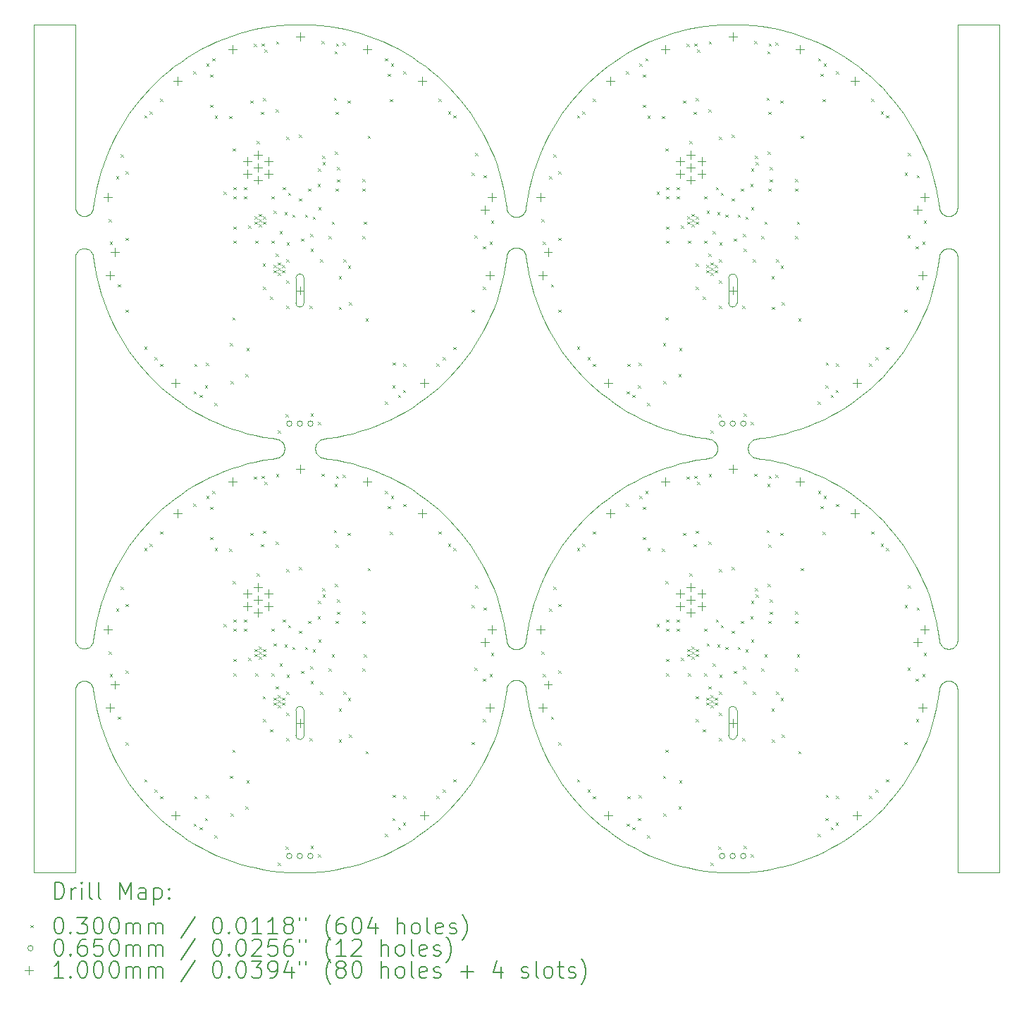
<source format=gbr>
%TF.GenerationSoftware,KiCad,Pcbnew,9.0.0*%
%TF.CreationDate,2025-02-27T10:20:10-06:00*%
%TF.ProjectId,reverse-panel,72657665-7273-4652-9d70-616e656c2e6b,rev?*%
%TF.SameCoordinates,Original*%
%TF.FileFunction,Drillmap*%
%TF.FilePolarity,Positive*%
%FSLAX45Y45*%
G04 Gerber Fmt 4.5, Leading zero omitted, Abs format (unit mm)*
G04 Created by KiCad (PCBNEW 9.0.0) date 2025-02-27 10:20:10*
%MOMM*%
%LPD*%
G01*
G04 APERTURE LIST*
%ADD10C,0.100000*%
%ADD11C,0.200000*%
G04 APERTURE END LIST*
D10*
X6660631Y-6868771D02*
X6732718Y-6802134D01*
X2366670Y-9999779D02*
X2382788Y-10005016D01*
X9975336Y-7688207D02*
X9988207Y-7675336D01*
X9568771Y-2581002D02*
X9474288Y-2607649D01*
X3735857Y-2843164D02*
X3652154Y-2894457D01*
X2513016Y-5274788D02*
X2507779Y-5258670D01*
X5911176Y-2671963D02*
X5819075Y-2637985D01*
X8539369Y-8331229D02*
X8467282Y-8397866D01*
X1800000Y-2500000D02*
X2300000Y-2500000D01*
X9664227Y-7441915D02*
X9760509Y-7461066D01*
X3006698Y-11708890D02*
X3067474Y-11785983D01*
X2302984Y-9925212D02*
X2308221Y-9941330D01*
X5819075Y-7362015D02*
X5911176Y-7328037D01*
X5535773Y-12641915D02*
X5631229Y-12618998D01*
X9988207Y-7524664D02*
X9975336Y-7511793D01*
X6178492Y-7204803D02*
X6264143Y-7156836D01*
X11464143Y-12356836D02*
X11547846Y-12305543D01*
X3339369Y-3131229D02*
X3267282Y-3197866D01*
X12356836Y-11464143D02*
X12404803Y-11378492D01*
X12892112Y-9942856D02*
X12897349Y-9926739D01*
X5439491Y-7461066D02*
X5535773Y-7441915D01*
X5184358Y-7590899D02*
X5184358Y-7609101D01*
X6508890Y-6993302D02*
X6585983Y-6932526D01*
X8148996Y-11629470D02*
X8206698Y-11708890D01*
X11019075Y-12562015D02*
X11111176Y-12528037D01*
X8397866Y-6732718D02*
X8467282Y-6802134D01*
X2515667Y-10491526D02*
X2513016Y-10474788D01*
X9021508Y-7204803D02*
X9108977Y-7249371D01*
X3652154Y-7105543D02*
X3735857Y-7156836D01*
X12721860Y-5217876D02*
X12709876Y-5229860D01*
X7837985Y-5819075D02*
X7871963Y-5911176D01*
X6178492Y-7995197D02*
X6091023Y-7950629D01*
X9998906Y-7660610D02*
X10007170Y-7644391D01*
X8852154Y-12305543D02*
X8935857Y-12356836D01*
X9944391Y-7707170D02*
X9960610Y-7698906D01*
X4950916Y-2500482D02*
X4852823Y-2504336D01*
X10542531Y-12676423D02*
X10639491Y-12661066D01*
X12884085Y-5243570D02*
X12874124Y-5229860D01*
X7712795Y-4727080D02*
X7715642Y-4709101D01*
X3067474Y-11785983D02*
X3131229Y-11860631D01*
X8331229Y-3339369D02*
X8267474Y-3414017D01*
X9380925Y-7837985D02*
X9288824Y-7871963D01*
X2433212Y-10394984D02*
X2416474Y-10392333D01*
X12449371Y-9108977D02*
X12404803Y-9021508D01*
X7484358Y-4708474D02*
X7476423Y-4657469D01*
X7707170Y-5255609D02*
X7698906Y-5239390D01*
X4744391Y-7492830D02*
X4727080Y-7487205D01*
X7871963Y-11111176D02*
X7909530Y-11201872D01*
X2416474Y-5192333D02*
X2399526Y-5192333D01*
X7590899Y-10384358D02*
X7572920Y-10387205D01*
X9927080Y-7712795D02*
X9944391Y-7707170D01*
X2382788Y-4805016D02*
X2399526Y-4807667D01*
X12874457Y-10431386D02*
X12862473Y-10419403D01*
X4775336Y-7688207D02*
X4788207Y-7675336D01*
X3908977Y-7249371D02*
X3998128Y-7290470D01*
X12709876Y-5229860D02*
X12699915Y-5243570D01*
X7660610Y-10401094D02*
X7644391Y-10392830D01*
X10831229Y-7418998D02*
X10925712Y-7392351D01*
X4180925Y-7837985D02*
X4088824Y-7871963D01*
X12884418Y-9957956D02*
X12892112Y-9942856D01*
X7688207Y-10424664D02*
X7675336Y-10411793D01*
X2637985Y-9380925D02*
X2607649Y-9474288D01*
X4760610Y-7501094D02*
X4744391Y-7492830D01*
X2558085Y-4464227D02*
X2538934Y-4560509D01*
X7418998Y-4368771D02*
X7392351Y-4274288D01*
X12684666Y-9910000D02*
X12687317Y-9926739D01*
X7950629Y-6091023D02*
X7995197Y-6178492D01*
X12356836Y-8935857D02*
X12305543Y-8852154D01*
X5439491Y-7738934D02*
X5342531Y-7723577D01*
X2302984Y-5274788D02*
X2300333Y-5291526D01*
X12132526Y-8614017D02*
X12068771Y-8539369D01*
X10735773Y-7758085D02*
X10639491Y-7738934D01*
X2315915Y-5243570D02*
X2308221Y-5258670D01*
X11464143Y-8043164D02*
X11378492Y-7995197D01*
X6429470Y-2948996D02*
X6347846Y-2894457D01*
X12002134Y-8467282D02*
X11932718Y-8397866D01*
X2351570Y-5207915D02*
X2337860Y-5217876D01*
X8935857Y-12356836D02*
X9021508Y-12404803D01*
X5631229Y-7781002D02*
X5535773Y-7758085D01*
X12767121Y-10006542D02*
X12783859Y-10009194D01*
X12676423Y-5342531D02*
X12684333Y-5291526D01*
X2433212Y-4805016D02*
X2449330Y-4799779D01*
X12305543Y-8852154D02*
X12251004Y-8770530D01*
X10639491Y-2538934D02*
X10542531Y-2523577D01*
X2843164Y-8935857D02*
X2795197Y-9021508D01*
X7590899Y-4815642D02*
X7609101Y-4815642D01*
X2337860Y-9982124D02*
X2351570Y-9992085D01*
X10015642Y-7609101D02*
X10015642Y-7590899D01*
X12490470Y-9198128D02*
X12449371Y-9108977D01*
X12002134Y-6732718D02*
X12068771Y-6660631D01*
X5192830Y-7644391D02*
X5201094Y-7660610D01*
X2308221Y-5258670D02*
X2302984Y-5274788D01*
X7105543Y-8852154D02*
X7051004Y-8770530D01*
X6347846Y-12305543D02*
X6429470Y-12251004D01*
X7328037Y-5911176D02*
X7362015Y-5819075D01*
X2671963Y-11111176D02*
X2709530Y-11201872D01*
X6001872Y-12490470D02*
X6091023Y-12449371D01*
X2302984Y-10474788D02*
X2300333Y-10491526D01*
X7807649Y-9474288D02*
X7781002Y-9568771D01*
X9954957Y-2512038D02*
X9857469Y-2523577D01*
X12132526Y-3414017D02*
X12068771Y-3339369D01*
X7707170Y-9944391D02*
X7712795Y-9927080D01*
X11464143Y-2843164D02*
X11378492Y-2795197D01*
X10542531Y-2523577D02*
X10445043Y-2512038D01*
X12618998Y-5631229D02*
X12641915Y-5535773D01*
X7644391Y-4807170D02*
X7660610Y-4798906D01*
X2449330Y-5200221D02*
X2433212Y-5194984D01*
X7105543Y-6347846D02*
X7156836Y-6264143D01*
X2325876Y-10429860D02*
X2315915Y-10443570D01*
X4368771Y-7418998D02*
X4464227Y-7441915D01*
X2894457Y-3652154D02*
X2843164Y-3735857D01*
X7950629Y-11291023D02*
X7995197Y-11378492D01*
X12490470Y-11201872D02*
X12528037Y-11111176D01*
X9760509Y-7738934D02*
X9664227Y-7758085D01*
X2607649Y-9474288D02*
X2581002Y-9568771D01*
X12002134Y-11932718D02*
X12068771Y-11860631D01*
X5224664Y-7511793D02*
X5211793Y-7524664D01*
X8043164Y-6264143D02*
X8094457Y-6347846D01*
X12751003Y-10001305D02*
X12767121Y-10006542D01*
X8043164Y-11464143D02*
X8094457Y-11547846D01*
X3197866Y-8467282D02*
X3131229Y-8539369D01*
X7249371Y-11291023D02*
X7290470Y-11201872D01*
X11860631Y-3131229D02*
X11785983Y-3067474D01*
X2449330Y-4799779D02*
X2464430Y-4792085D01*
X11201872Y-2709530D02*
X11111176Y-2671963D01*
X12676423Y-4657469D02*
X12661066Y-4560509D01*
X7461066Y-10639491D02*
X7476423Y-10542531D01*
X8539369Y-12068771D02*
X8614017Y-12132526D01*
X7688207Y-4775336D02*
X7698906Y-4760610D01*
X2538934Y-5439491D02*
X2558085Y-5535773D01*
X2523577Y-4657469D02*
X2515667Y-4708474D01*
X9998906Y-7539390D02*
X9988207Y-7524664D01*
X7501094Y-5239390D02*
X7492830Y-5255609D01*
X8691110Y-12193302D02*
X8770530Y-12251004D01*
X8539369Y-6868771D02*
X8614017Y-6932526D01*
X6802134Y-8467282D02*
X6732718Y-8397866D01*
X12490470Y-3998128D02*
X12449371Y-3908977D01*
X4727080Y-7487205D02*
X4709101Y-7484358D01*
X5911176Y-7871963D02*
X5819075Y-7837985D01*
X2523577Y-9857469D02*
X2515667Y-9908474D01*
X3067474Y-8614017D02*
X3006698Y-8691110D01*
X7871963Y-9288824D02*
X7837985Y-9380925D01*
X7871963Y-5911176D02*
X7909530Y-6001872D01*
X12404803Y-6178492D02*
X12449371Y-6091023D01*
X2337860Y-5217876D02*
X2325876Y-5229860D01*
X12783859Y-10009194D02*
X12800806Y-10009194D01*
X6347846Y-8094457D02*
X6264143Y-8043164D01*
X5631229Y-2581002D02*
X5535773Y-2558085D01*
X7392351Y-10925712D02*
X7418998Y-10831229D01*
X2843164Y-6264143D02*
X2894457Y-6347846D01*
X7524664Y-4788207D02*
X7539390Y-4798906D01*
X7492830Y-10455609D02*
X7487205Y-10472920D01*
X2449330Y-10400221D02*
X2433212Y-10394984D01*
X7511793Y-9975336D02*
X7524664Y-9988207D01*
X7501094Y-4760610D02*
X7511793Y-4775336D01*
X2325876Y-5229860D02*
X2315915Y-5243570D01*
X7441915Y-4464227D02*
X7418998Y-4368771D01*
X12862140Y-4782124D02*
X12874124Y-4770140D01*
X7501094Y-10439390D02*
X7492830Y-10455609D01*
X2558085Y-9664227D02*
X2538934Y-9760509D01*
X12699915Y-4756430D02*
X12709876Y-4770140D01*
X5631229Y-12618998D02*
X5725712Y-12592351D01*
X3821508Y-2795197D02*
X3735857Y-2843164D01*
X7484358Y-9908474D02*
X7476423Y-9857469D01*
X5535773Y-2558085D02*
X5439491Y-2538934D01*
X12891779Y-4741330D02*
X12897016Y-4725212D01*
X7511793Y-5224664D02*
X7501094Y-5239390D01*
X12661066Y-10639491D02*
X12676423Y-10542531D01*
X8539369Y-3131229D02*
X8467282Y-3197866D01*
X9909101Y-7715642D02*
X9927080Y-7712795D01*
X7675336Y-4788207D02*
X7688207Y-4775336D01*
X2581002Y-9568771D02*
X2558085Y-9664227D01*
X12800806Y-10393859D02*
X12783859Y-10393859D01*
X3267282Y-8397866D02*
X3197866Y-8467282D01*
X6508890Y-3006698D02*
X6429470Y-2948996D01*
X12592351Y-4274288D02*
X12562015Y-4180925D01*
X12676423Y-9857469D02*
X12661066Y-9760509D01*
X12899667Y-5291526D02*
X12897016Y-5274788D01*
X7715642Y-10490899D02*
X7712795Y-10472920D01*
X3414017Y-8267474D02*
X3339369Y-8331229D01*
X8614017Y-3067474D02*
X8539369Y-3131229D01*
X7328037Y-9288824D02*
X7290470Y-9198128D01*
X3570530Y-7051004D02*
X3652154Y-7105543D01*
X12449371Y-3908977D02*
X12404803Y-3821508D01*
X10384358Y-7590899D02*
X10384358Y-7609101D01*
X5147177Y-12695664D02*
X5245043Y-12687962D01*
X7539390Y-10401094D02*
X7524664Y-10411793D01*
X10401094Y-7539390D02*
X10392830Y-7555609D01*
X12766788Y-4805016D02*
X12783526Y-4807667D01*
X7698906Y-10439390D02*
X7688207Y-10424664D01*
X8094457Y-3652154D02*
X8043164Y-3735857D01*
X2581002Y-5631229D02*
X2607649Y-5725712D01*
X3998128Y-7290470D02*
X4088824Y-7328037D01*
X5184358Y-7609101D02*
X5187205Y-7627080D01*
X10542531Y-7476423D02*
X10639491Y-7461066D01*
X8852154Y-2894457D02*
X8770530Y-2948996D01*
X2558085Y-10735773D02*
X2581002Y-10831229D01*
X5342531Y-7723577D02*
X5290899Y-7715642D01*
X12766788Y-5194984D02*
X12750670Y-5200221D01*
X11629470Y-7051004D02*
X11708890Y-6993302D01*
X12562015Y-9380925D02*
X12528037Y-9288824D01*
X6802134Y-3267282D02*
X6732718Y-3197866D01*
X8206698Y-6508890D02*
X8267474Y-6585983D01*
X5049084Y-2500482D02*
X4950916Y-2500482D01*
X12404803Y-9021508D02*
X12356836Y-8935857D01*
X7627080Y-10387205D02*
X7609101Y-10384358D01*
X2558085Y-5535773D02*
X2581002Y-5631229D01*
X4812795Y-7572920D02*
X4807170Y-7555609D01*
X10925712Y-7807649D02*
X10831229Y-7781002D01*
X7688207Y-5224664D02*
X7675336Y-5211793D01*
X12193302Y-3491110D02*
X12132526Y-3414017D01*
X7909530Y-11201872D02*
X7950629Y-11291023D01*
X4657469Y-7476423D02*
X4709101Y-7484358D01*
X7738934Y-10639491D02*
X7758085Y-10735773D01*
X12900000Y-2500000D02*
X12900000Y-4708474D01*
X9664227Y-12641915D02*
X9760509Y-12661066D01*
X7715642Y-5290899D02*
X7712795Y-5272920D01*
X7712795Y-9927080D02*
X7715642Y-9909101D01*
X10392830Y-7644391D02*
X10401094Y-7660610D01*
X11932718Y-8397866D02*
X11860631Y-8331229D01*
X6932526Y-11785983D02*
X6993302Y-11708890D01*
X5290899Y-7484358D02*
X5342531Y-7476423D01*
X7660610Y-5201094D02*
X7644391Y-5192830D01*
X12002134Y-3267282D02*
X11932718Y-3197866D01*
X2433212Y-10005016D02*
X2449330Y-9999779D01*
X12699915Y-5243570D02*
X12692221Y-5258670D01*
X10012795Y-7627080D02*
X10015642Y-7609101D01*
X2399526Y-5192333D02*
X2382788Y-5194984D01*
X12884418Y-10445097D02*
X12874457Y-10431386D01*
X12710209Y-9971667D02*
X12722192Y-9983650D01*
X7555609Y-4807170D02*
X7572920Y-4812795D01*
X3735857Y-12356836D02*
X3821508Y-12404803D01*
X7807649Y-5725712D02*
X7837985Y-5819075D01*
X8467282Y-3197866D02*
X8397866Y-3267282D01*
X10424664Y-7511793D02*
X10411793Y-7524664D01*
X12750670Y-4799779D02*
X12766788Y-4805016D01*
X12251004Y-6429470D02*
X12305543Y-6347846D01*
X2843164Y-11464143D02*
X2894457Y-11547846D01*
X9108977Y-2750629D02*
X9021508Y-2795197D01*
X9288824Y-2671963D02*
X9198128Y-2709530D01*
X2500085Y-10443570D02*
X2490124Y-10429860D01*
X2366670Y-5200221D02*
X2351570Y-5207915D01*
X5342531Y-2523577D02*
X5245043Y-2512038D01*
X2523577Y-5342531D02*
X2538934Y-5439491D01*
X3491110Y-12193302D02*
X3570530Y-12251004D01*
X7156836Y-6264143D02*
X7204803Y-6178492D01*
X12897349Y-10476314D02*
X12892112Y-10460197D01*
X7441915Y-9664227D02*
X7418998Y-9568771D01*
X10490899Y-7484358D02*
X10472920Y-7487205D01*
X10472920Y-7712795D02*
X10490899Y-7715642D01*
X7362015Y-4180925D02*
X7328037Y-4088824D01*
X9108977Y-12449371D02*
X9198128Y-12490470D01*
X12641915Y-5535773D02*
X12661066Y-5439491D01*
X4744391Y-7707170D02*
X4760610Y-7698906D01*
X6868771Y-6660631D02*
X6932526Y-6585983D01*
X12897016Y-5274788D02*
X12891779Y-5258670D01*
X7572920Y-4812795D02*
X7590899Y-4815642D01*
X2795197Y-6178492D02*
X2843164Y-6264143D01*
X4088824Y-7328037D02*
X4180925Y-7362015D01*
X12800474Y-4807667D02*
X12817212Y-4805016D01*
X12068771Y-8539369D02*
X12002134Y-8467282D01*
X7524664Y-9988207D02*
X7539390Y-9998906D01*
X2416474Y-4807667D02*
X2433212Y-4805016D01*
X12692554Y-9942856D02*
X12700248Y-9957956D01*
X3652154Y-8094457D02*
X3570530Y-8148996D01*
X7105543Y-3652154D02*
X7051004Y-3570530D01*
X2366670Y-10400221D02*
X2351570Y-10407915D01*
X9568771Y-12618998D02*
X9664227Y-12641915D01*
X12684333Y-4708474D02*
X12676423Y-4657469D01*
X7461066Y-4560509D02*
X7441915Y-4464227D01*
X11291023Y-7249371D02*
X11378492Y-7204803D01*
X12692221Y-4741330D02*
X12699915Y-4756430D01*
X10150916Y-12699518D02*
X10249084Y-12699518D01*
X5192830Y-7555609D02*
X5187205Y-7572920D01*
X9857469Y-7476423D02*
X9909101Y-7484358D01*
X7995197Y-11378492D02*
X8043164Y-11464143D01*
X4088824Y-7871963D02*
X3998128Y-7909530D01*
X10831229Y-12618998D02*
X10925712Y-12592351D01*
X7995197Y-6178492D02*
X8043164Y-6264143D01*
X7723577Y-5342531D02*
X7738934Y-5439491D01*
X5272920Y-7712795D02*
X5290899Y-7715642D01*
X7627080Y-5187205D02*
X7609101Y-5184358D01*
X7644391Y-10392830D02*
X7627080Y-10387205D01*
X11464143Y-7156836D02*
X11547846Y-7105543D01*
X11785983Y-12132526D02*
X11860631Y-12068771D01*
X12661066Y-4560509D02*
X12641915Y-4464227D01*
X3652154Y-2894457D02*
X3570530Y-2948996D01*
X7715642Y-10493053D02*
X7723577Y-10542531D01*
X7555609Y-10392830D02*
X7539390Y-10401094D01*
X12449371Y-6091023D02*
X12490470Y-6001872D01*
X12700248Y-10445097D02*
X12692554Y-10460197D01*
X4464227Y-7441915D02*
X4560509Y-7461066D01*
X9944391Y-7492830D02*
X9927080Y-7487205D01*
X7204803Y-6178492D02*
X7249371Y-6091023D01*
X5239390Y-7501094D02*
X5224664Y-7511793D01*
X2478140Y-5217876D02*
X2464430Y-5207915D01*
X7290470Y-9198128D02*
X7249371Y-9108977D01*
X3652154Y-12305543D02*
X3735857Y-12356836D01*
X10411793Y-7675336D02*
X10424664Y-7688207D01*
X5049084Y-12699518D02*
X5147177Y-12695664D01*
X7476423Y-4657469D02*
X7461066Y-4560509D01*
X11708890Y-6993302D02*
X11785983Y-6932526D01*
X7738934Y-4560509D02*
X7723577Y-4657469D01*
X10455609Y-7492830D02*
X10439390Y-7501094D01*
X11547846Y-8094457D02*
X11464143Y-8043164D01*
X12193302Y-11708890D02*
X12251004Y-11629470D01*
X2449330Y-9999779D02*
X2464430Y-9992085D01*
X8852154Y-8094457D02*
X8770530Y-8148996D01*
X7609101Y-4815642D02*
X7627080Y-4812795D01*
X7909530Y-6001872D02*
X7950629Y-6091023D01*
X9108977Y-7249371D02*
X9198128Y-7290470D01*
X8397866Y-11932718D02*
X8467282Y-12002134D01*
X12900000Y-10493053D02*
X12897349Y-10476314D01*
X12833330Y-5200221D02*
X12817212Y-5194984D01*
X6264143Y-8043164D02*
X6178492Y-7995197D01*
X10639491Y-12661066D02*
X10735773Y-12641915D01*
X7572920Y-10012795D02*
X7590899Y-10015642D01*
X6660631Y-12068771D02*
X6732718Y-12002134D01*
X8094457Y-8852154D02*
X8043164Y-8935857D01*
X6001872Y-2709530D02*
X5911176Y-2671963D01*
X11111176Y-7871963D02*
X11019075Y-7837985D01*
X7738934Y-9760509D02*
X7723577Y-9857469D01*
X7539390Y-4798906D02*
X7555609Y-4807170D01*
X7712795Y-5272920D02*
X7707170Y-5255609D01*
X7204803Y-3821508D02*
X7156836Y-3735857D01*
X4368771Y-2581002D02*
X4274288Y-2607649D01*
X2581002Y-10831229D02*
X2607649Y-10925712D01*
X12735570Y-5207915D02*
X12721860Y-5217876D01*
X4852823Y-2504336D02*
X4754957Y-2512038D01*
X5211793Y-7675336D02*
X5224664Y-7688207D01*
X12528037Y-11111176D02*
X12562015Y-11019075D01*
X9021508Y-2795197D02*
X8935857Y-2843164D01*
X6091023Y-2750629D02*
X6001872Y-2709530D01*
X7758085Y-5535773D02*
X7781002Y-5631229D01*
X2325876Y-4770140D02*
X2337860Y-4782124D01*
X7487205Y-5272920D02*
X7484358Y-5290899D01*
X2351570Y-10407915D02*
X2337860Y-10417876D01*
X3414017Y-12132526D02*
X3491110Y-12193302D01*
X6091023Y-7950629D02*
X6001872Y-7909530D01*
X11860631Y-12068771D02*
X11932718Y-12002134D01*
X12251004Y-8770530D02*
X12193302Y-8691110D01*
X8614017Y-8267474D02*
X8539369Y-8331229D01*
X6585983Y-6932526D02*
X6660631Y-6868771D01*
X11111176Y-12528037D02*
X11201872Y-12490470D01*
X5819075Y-2637985D02*
X5725712Y-2607649D01*
X9474288Y-2607649D02*
X9380925Y-2637985D01*
X7461066Y-5439491D02*
X7476423Y-5342531D01*
X2315915Y-9956430D02*
X2325876Y-9970140D01*
X8331229Y-8539369D02*
X8267474Y-8614017D01*
X3267282Y-6802134D02*
X3339369Y-6868771D01*
X10439390Y-7698906D02*
X10455609Y-7707170D01*
X8852154Y-7105543D02*
X8935857Y-7156836D01*
X3821508Y-7995197D02*
X3735857Y-8043164D01*
X7698906Y-4760610D02*
X7707170Y-4744391D01*
X8770530Y-2948996D02*
X8691110Y-3006698D01*
X2416474Y-10007667D02*
X2433212Y-10005016D01*
X11291023Y-12449371D02*
X11378492Y-12404803D01*
X12562015Y-4180925D02*
X12528037Y-4088824D01*
X8148996Y-6429470D02*
X8206698Y-6508890D01*
X4950916Y-12699518D02*
X5049084Y-12699518D01*
X6347846Y-2894457D02*
X6264143Y-2843164D01*
X4812795Y-7627080D02*
X4815642Y-7609101D01*
X8770530Y-7051004D02*
X8852154Y-7105543D01*
X7871963Y-4088824D02*
X7837985Y-4180925D01*
X11201872Y-12490470D02*
X11291023Y-12449371D01*
X7698906Y-9960610D02*
X7707170Y-9944391D01*
X12686984Y-4725212D02*
X12692221Y-4741330D01*
X4754957Y-12687962D02*
X4852823Y-12695664D01*
X8397866Y-8467282D02*
X8331229Y-8539369D01*
X11019075Y-2637985D02*
X10925712Y-2607649D01*
X2894457Y-6347846D02*
X2948996Y-6429470D01*
X11785983Y-3067474D02*
X11708890Y-3006698D01*
X9568771Y-7418998D02*
X9664227Y-7441915D01*
X12528037Y-4088824D02*
X12490470Y-3998128D01*
X2490124Y-5229860D02*
X2478140Y-5217876D01*
X3908977Y-2750629D02*
X3821508Y-2795197D01*
X2490124Y-4770140D02*
X2500085Y-4756430D01*
X12641915Y-4464227D02*
X12618998Y-4368771D01*
X9288824Y-7328037D02*
X9380925Y-7362015D01*
X10455609Y-7707170D02*
X10472920Y-7712795D01*
X12356836Y-3735857D02*
X12305543Y-3652154D01*
X4560509Y-12661066D02*
X4657469Y-12676423D01*
X12833330Y-4799779D02*
X12848430Y-4792085D01*
X12817212Y-4805016D02*
X12833330Y-4799779D01*
X12892112Y-10460197D02*
X12884418Y-10445097D01*
X10012795Y-7572920D02*
X10007170Y-7555609D01*
X6660631Y-3131229D02*
X6585983Y-3067474D01*
X7249371Y-6091023D02*
X7290470Y-6001872D01*
X12528037Y-9288824D02*
X12490470Y-9198128D01*
X2300000Y-5291526D02*
X2300000Y-9908474D01*
X12783526Y-4807667D02*
X12800474Y-4807667D01*
X2894457Y-11547846D02*
X2948996Y-11629470D01*
X3131229Y-3339369D02*
X3067474Y-3414017D01*
X2507779Y-4741330D02*
X2513016Y-4725212D01*
X11201872Y-7290470D02*
X11291023Y-7249371D01*
X4368771Y-12618998D02*
X4464227Y-12641915D01*
X4088824Y-2671963D02*
X3998128Y-2709530D01*
X7051004Y-3570530D02*
X6993302Y-3491110D01*
X4727080Y-7712795D02*
X4744391Y-7707170D01*
X6932526Y-3414017D02*
X6868771Y-3339369D01*
X12722192Y-10419403D02*
X12710209Y-10431386D01*
X2337860Y-4782124D02*
X2351570Y-4792085D01*
X7461066Y-9760509D02*
X7441915Y-9664227D01*
X10401094Y-7660610D02*
X10411793Y-7675336D01*
X7572920Y-10387205D02*
X7555609Y-10392830D01*
X2300000Y-2500000D02*
X2300000Y-4708474D01*
X4657469Y-7723577D02*
X4560509Y-7738934D01*
X2382788Y-10005016D02*
X2399526Y-10007667D01*
X4368771Y-7781002D02*
X4274288Y-7807649D01*
X12618998Y-10831229D02*
X12641915Y-10735773D01*
X4815642Y-7609101D02*
X4815642Y-7590899D01*
X2750629Y-11291023D02*
X2795197Y-11378492D01*
X6264143Y-12356836D02*
X6347846Y-12305543D01*
X6732718Y-3197866D02*
X6660631Y-3131229D01*
X3998128Y-7909530D02*
X3908977Y-7950629D01*
X5224664Y-7688207D02*
X5239390Y-7698906D01*
X11860631Y-8331229D02*
X11785983Y-8267474D01*
X12722192Y-9983650D02*
X12735903Y-9993612D01*
X2948996Y-6429470D02*
X3006698Y-6508890D01*
X7555609Y-5192830D02*
X7539390Y-5201094D01*
X12751003Y-10401747D02*
X12735903Y-10409441D01*
X12848763Y-9993612D02*
X12862473Y-9983650D01*
X6993302Y-11708890D02*
X7051004Y-11629470D01*
X8691110Y-6993302D02*
X8770530Y-7051004D01*
X5187205Y-7627080D02*
X5192830Y-7644391D01*
X4560509Y-2538934D02*
X4464227Y-2558085D01*
X7487205Y-4727080D02*
X7492830Y-4744391D01*
X12251004Y-3570530D02*
X12193302Y-3491110D01*
X12709876Y-4770140D02*
X12721860Y-4782124D01*
X9664227Y-2558085D02*
X9568771Y-2581002D01*
X7362015Y-5819075D02*
X7392351Y-5725712D01*
X13400000Y-2500000D02*
X13400000Y-12700000D01*
X7051004Y-11629470D02*
X7105543Y-11547846D01*
X6264143Y-7156836D02*
X6347846Y-7105543D01*
X2507779Y-5258670D02*
X2500085Y-5243570D01*
X7715642Y-5291526D02*
X7723577Y-5342531D01*
X3131229Y-6660631D02*
X3197866Y-6732718D01*
X5239390Y-7698906D02*
X5255609Y-7707170D01*
X12862473Y-10419403D02*
X12848763Y-10409441D01*
X5439491Y-2538934D02*
X5342531Y-2523577D01*
X2325876Y-9970140D02*
X2337860Y-9982124D01*
X6347846Y-7105543D02*
X6429470Y-7051004D01*
X12068771Y-11860631D02*
X12132526Y-11785983D01*
X2478140Y-10417876D02*
X2464430Y-10407915D01*
X8267474Y-3414017D02*
X8206698Y-3491110D01*
X3339369Y-8331229D02*
X3267282Y-8397866D01*
X7392351Y-5725712D02*
X7418998Y-5631229D01*
X7476423Y-10542531D02*
X7484358Y-10493053D01*
X7590899Y-5184358D02*
X7572920Y-5187205D01*
X4709101Y-7715642D02*
X4727080Y-7712795D01*
X2490124Y-9970140D02*
X2500085Y-9956430D01*
X2607649Y-4274288D02*
X2581002Y-4368771D01*
X6429470Y-7051004D02*
X6508890Y-6993302D01*
X4560509Y-7461066D02*
X4657469Y-7476423D01*
X5535773Y-7758085D02*
X5439491Y-7738934D01*
X12735903Y-9993612D02*
X12751003Y-10001305D01*
X3339369Y-6868771D02*
X3414017Y-6932526D01*
X8691110Y-3006698D02*
X8614017Y-3067474D01*
X10831229Y-2581002D02*
X10735773Y-2558085D01*
X6585983Y-8267474D02*
X6508890Y-8206698D01*
X2490124Y-10429860D02*
X2478140Y-10417876D01*
X2750629Y-6091023D02*
X2795197Y-6178492D01*
X7644391Y-5192830D02*
X7627080Y-5187205D01*
X6585983Y-12132526D02*
X6660631Y-12068771D01*
X7204803Y-11378492D02*
X7249371Y-11291023D01*
X10007170Y-7555609D02*
X9998906Y-7539390D01*
X10347177Y-2504336D02*
X10249084Y-2500482D01*
X9198128Y-7909530D02*
X9108977Y-7950629D01*
X11629470Y-12251004D02*
X11708890Y-12193302D01*
X12661066Y-5439491D02*
X12676423Y-5342531D01*
X2433212Y-5194984D02*
X2416474Y-5192333D01*
X8267474Y-8614017D02*
X8206698Y-8691110D01*
X9474288Y-7392351D02*
X9568771Y-7418998D01*
X4754957Y-2512038D02*
X4657469Y-2523577D01*
X7995197Y-9021508D02*
X7950629Y-9108977D01*
X3131229Y-11860631D02*
X3197866Y-11932718D01*
X11547846Y-12305543D02*
X11629470Y-12251004D01*
X12884085Y-4756430D02*
X12891779Y-4741330D01*
X7051004Y-8770530D02*
X6993302Y-8691110D01*
X2500085Y-5243570D02*
X2490124Y-5229860D01*
X6001872Y-7909530D02*
X5911176Y-7871963D01*
X11378492Y-7204803D02*
X11464143Y-7156836D01*
X6868771Y-11860631D02*
X6932526Y-11785983D01*
X7539390Y-9998906D02*
X7555609Y-10007170D01*
X7524664Y-10411793D02*
X7511793Y-10424664D01*
X7572920Y-5187205D02*
X7555609Y-5192830D01*
X4657469Y-12676423D02*
X4754957Y-12687962D01*
X11860631Y-6868771D02*
X11932718Y-6802134D01*
X2507779Y-9941330D02*
X2513016Y-9925212D01*
X7609101Y-10384358D02*
X7590899Y-10384358D01*
X2399526Y-10007667D02*
X2416474Y-10007667D01*
X2351570Y-4792085D02*
X2366670Y-4799779D01*
X12528037Y-5911176D02*
X12562015Y-5819075D01*
X9198128Y-12490470D02*
X9288824Y-12528037D01*
X11708890Y-8206698D02*
X11629470Y-8148996D01*
X5819075Y-7837985D02*
X5725712Y-7807649D01*
X12592351Y-10925712D02*
X12618998Y-10831229D01*
X2795197Y-3821508D02*
X2750629Y-3908977D01*
X7487205Y-10472920D02*
X7484358Y-10490899D01*
X9474288Y-12592351D02*
X9568771Y-12618998D01*
X10735773Y-12641915D02*
X10831229Y-12618998D01*
X10472920Y-7487205D02*
X10455609Y-7492830D01*
X6264143Y-2843164D02*
X6178492Y-2795197D01*
X4807170Y-7644391D02*
X4812795Y-7627080D01*
X4180925Y-2637985D02*
X4088824Y-2671963D01*
X8267474Y-6585983D02*
X8331229Y-6660631D01*
X12404803Y-11378492D02*
X12449371Y-11291023D01*
X3821508Y-12404803D02*
X3908977Y-12449371D01*
X7609101Y-5184358D02*
X7590899Y-5184358D01*
X7492830Y-5255609D02*
X7487205Y-5272920D01*
X7156836Y-11464143D02*
X7204803Y-11378492D01*
X10392830Y-7555609D02*
X10387205Y-7572920D01*
X9198128Y-7290470D02*
X9288824Y-7328037D01*
X4815642Y-7590899D02*
X4812795Y-7572920D01*
X10445043Y-12687962D02*
X10542531Y-12676423D01*
X8935857Y-2843164D02*
X8852154Y-2894457D01*
X5245043Y-12687962D02*
X5342531Y-12676423D01*
X11291023Y-2750629D02*
X11201872Y-2709530D01*
X2750629Y-9108977D02*
X2709530Y-9198128D01*
X6091023Y-7249371D02*
X6178492Y-7204803D01*
X7492830Y-4744391D02*
X7501094Y-4760610D01*
X12684333Y-9908474D02*
X12676423Y-9857469D01*
X10052823Y-2504336D02*
X9954957Y-2512038D01*
X7290470Y-6001872D02*
X7328037Y-5911176D01*
X2300000Y-12700000D02*
X1800000Y-12700000D01*
X6585983Y-3067474D02*
X6508890Y-3006698D01*
X12900000Y-2500000D02*
X13400000Y-2500000D01*
X3006698Y-8691110D02*
X2948996Y-8770530D01*
X2948996Y-8770530D02*
X2894457Y-8852154D01*
X5187205Y-7572920D02*
X5184358Y-7590899D01*
X12700248Y-9957956D02*
X12710209Y-9971667D01*
X5290899Y-7484358D02*
X5272920Y-7487205D01*
X10439390Y-7501094D02*
X10424664Y-7511793D01*
X2637985Y-5819075D02*
X2671963Y-5911176D01*
X10015642Y-7590899D02*
X10012795Y-7572920D01*
X8467282Y-6802134D02*
X8539369Y-6868771D01*
X12900000Y-5291526D02*
X12900000Y-9908474D01*
X8094457Y-11547846D02*
X8148996Y-11629470D01*
X12193302Y-6508890D02*
X12251004Y-6429470D01*
X7511793Y-10424664D02*
X7501094Y-10439390D01*
X2843164Y-3735857D02*
X2795197Y-3821508D01*
X9954957Y-12687962D02*
X10052823Y-12695664D01*
X9380925Y-7362015D02*
X9474288Y-7392351D01*
X7723577Y-9857469D02*
X7715642Y-9908474D01*
X4560509Y-7738934D02*
X4464227Y-7758085D01*
X11932718Y-6802134D02*
X12002134Y-6732718D01*
X5911176Y-7328037D02*
X6001872Y-7290470D01*
X12750670Y-5200221D02*
X12735570Y-5207915D01*
X6732718Y-12002134D02*
X6802134Y-11932718D01*
X12783859Y-10393859D02*
X12767121Y-10396510D01*
X9108977Y-7950629D02*
X9021508Y-7995197D01*
X7712795Y-10472920D02*
X7707170Y-10455609D01*
X7688207Y-9975336D02*
X7698906Y-9960610D01*
X2478140Y-4782124D02*
X2490124Y-4770140D01*
X10490899Y-7484358D02*
X10542531Y-7476423D01*
X9288824Y-12528037D02*
X9380925Y-12562015D01*
X7392351Y-9474288D02*
X7362015Y-9380925D01*
X12562015Y-11019075D02*
X12592351Y-10925712D01*
X2515667Y-10493053D02*
X2523577Y-10542531D01*
X12767121Y-10396510D02*
X12751003Y-10401747D01*
X11378492Y-7995197D02*
X11291023Y-7950629D01*
X12692554Y-10460197D02*
X12687317Y-10476314D01*
X12687317Y-10476314D02*
X12684666Y-10493053D01*
X3197866Y-3267282D02*
X3131229Y-3339369D01*
X9988207Y-7675336D02*
X9998906Y-7660610D01*
X2709530Y-6001872D02*
X2750629Y-6091023D01*
X11708890Y-3006698D02*
X11629470Y-2948996D01*
X11378492Y-12404803D02*
X11464143Y-12356836D01*
X8770530Y-12251004D02*
X8852154Y-12305543D01*
X12356836Y-6264143D02*
X12404803Y-6178492D01*
X6429470Y-8148996D02*
X6347846Y-8094457D01*
X8043164Y-3735857D02*
X7995197Y-3821508D01*
X12592351Y-9474288D02*
X12562015Y-9380925D01*
X7555609Y-10007170D02*
X7572920Y-10012795D01*
X3197866Y-6732718D02*
X3267282Y-6802134D01*
X10925712Y-7392351D02*
X11019075Y-7362015D01*
X6868771Y-8539369D02*
X6802134Y-8467282D01*
X3414017Y-3067474D02*
X3339369Y-3131229D01*
X3006698Y-3491110D02*
X2948996Y-3570530D01*
X12833663Y-10401747D02*
X12817545Y-10396510D01*
X2464430Y-9992085D02*
X2478140Y-9982124D01*
X2300000Y-10491526D02*
X2300000Y-12700000D01*
X7644391Y-10007170D02*
X7660610Y-9998906D01*
X6660631Y-8331229D02*
X6585983Y-8267474D01*
X10411793Y-7524664D02*
X10401094Y-7539390D01*
X7418998Y-9568771D02*
X7392351Y-9474288D01*
X8094457Y-6347846D02*
X8148996Y-6429470D01*
X7758085Y-9664227D02*
X7738934Y-9760509D01*
X2507779Y-10458670D02*
X2500085Y-10443570D01*
X12862473Y-9983650D02*
X12874457Y-9971667D01*
X2538934Y-9760509D02*
X2523577Y-9857469D01*
X8935857Y-8043164D02*
X8852154Y-8094457D01*
X12721860Y-4782124D02*
X12735570Y-4792085D01*
X6993302Y-3491110D02*
X6932526Y-3414017D01*
X12592351Y-5725712D02*
X12618998Y-5631229D01*
X4657469Y-2523577D02*
X4560509Y-2538934D01*
X7627080Y-4812795D02*
X7644391Y-4807170D01*
X7707170Y-10455609D02*
X7698906Y-10439390D01*
X7781002Y-10831229D02*
X7807649Y-10925712D01*
X5725712Y-2607649D02*
X5631229Y-2581002D01*
X2671963Y-5911176D02*
X2709530Y-6001872D01*
X7476423Y-5342531D02*
X7484358Y-5291526D01*
X2607649Y-5725712D02*
X2637985Y-5819075D01*
X9960610Y-7698906D02*
X9975336Y-7688207D01*
X3491110Y-6993302D02*
X3570530Y-7051004D01*
X7675336Y-10411793D02*
X7660610Y-10401094D01*
X3998128Y-2709530D02*
X3908977Y-2750629D01*
X10925712Y-12592351D02*
X11019075Y-12562015D01*
X7539390Y-5201094D02*
X7524664Y-5211793D01*
X5342531Y-12676423D02*
X5439491Y-12661066D01*
X4788207Y-7524664D02*
X4775336Y-7511793D01*
X3735857Y-7156836D02*
X3821508Y-7204803D01*
X10249084Y-12699518D02*
X10347177Y-12695664D01*
X7492830Y-9944391D02*
X7501094Y-9960610D01*
X10925712Y-2607649D02*
X10831229Y-2581002D01*
X12449371Y-11291023D02*
X12490470Y-11201872D01*
X7758085Y-4464227D02*
X7738934Y-4560509D01*
X12641915Y-10735773D02*
X12661066Y-10639491D01*
X11291023Y-7950629D02*
X11201872Y-7909530D01*
X6932526Y-6585983D02*
X6993302Y-6508890D01*
X2795197Y-11378492D02*
X2843164Y-11464143D01*
X11629470Y-2948996D02*
X11547846Y-2894457D01*
X9857469Y-7723577D02*
X9760509Y-7738934D01*
X7249371Y-9108977D02*
X7204803Y-9021508D01*
X5725712Y-12592351D02*
X5819075Y-12562015D01*
X8148996Y-3570530D02*
X8094457Y-3652154D01*
X8267474Y-11785983D02*
X8331229Y-11860631D01*
X9927080Y-7487205D02*
X9909101Y-7484358D01*
X7781002Y-9568771D02*
X7758085Y-9664227D01*
X6802134Y-11932718D02*
X6868771Y-11860631D01*
X2500085Y-9956430D02*
X2507779Y-9941330D01*
X11111176Y-2671963D02*
X11019075Y-2637985D01*
X12687317Y-9926739D02*
X12692554Y-9942856D01*
X7484358Y-4709101D02*
X7487205Y-4727080D01*
X12676423Y-10542531D02*
X12684333Y-10493053D01*
X6802134Y-6732718D02*
X6868771Y-6660631D01*
X5535773Y-7441915D02*
X5631229Y-7418998D01*
X2315915Y-10443570D02*
X2308221Y-10458670D01*
X1800000Y-12700000D02*
X1800000Y-2500000D01*
X2671963Y-9288824D02*
X2637985Y-9380925D01*
X3908977Y-7950629D02*
X3821508Y-7995197D01*
X7995197Y-3821508D02*
X7950629Y-3908977D01*
X7484358Y-9909101D02*
X7487205Y-9927080D01*
X2308221Y-10458670D02*
X2302984Y-10474788D01*
X9760509Y-7461066D02*
X9857469Y-7476423D01*
X3998128Y-12490470D02*
X4088824Y-12528037D01*
X6508890Y-12193302D02*
X6585983Y-12132526D01*
X3197866Y-11932718D02*
X3267282Y-12002134D01*
X9760509Y-12661066D02*
X9857469Y-12676423D01*
X12251004Y-11629470D02*
X12305543Y-11547846D01*
X4274288Y-7392351D02*
X4368771Y-7418998D01*
X7807649Y-4274288D02*
X7781002Y-4368771D01*
X2500085Y-4756430D02*
X2507779Y-4741330D01*
X6868771Y-3339369D02*
X6802134Y-3267282D01*
X3570530Y-12251004D02*
X3652154Y-12305543D01*
X5211793Y-7524664D02*
X5201094Y-7539390D01*
X7328037Y-4088824D02*
X7290470Y-3998128D01*
X10424664Y-7688207D02*
X10439390Y-7698906D01*
X8614017Y-6932526D02*
X8691110Y-6993302D01*
X7290470Y-11201872D02*
X7328037Y-11111176D01*
X13400000Y-12700000D02*
X12900000Y-12700000D01*
X9021508Y-12404803D02*
X9108977Y-12449371D01*
X7105543Y-11547846D02*
X7156836Y-11464143D01*
X12068771Y-6660631D02*
X12132526Y-6585983D01*
X8467282Y-12002134D02*
X8539369Y-12068771D01*
X7156836Y-3735857D02*
X7105543Y-3652154D01*
X2515667Y-5291526D02*
X2513016Y-5274788D01*
X5272920Y-7487205D02*
X5255609Y-7492830D01*
X12800806Y-10009194D02*
X12817545Y-10006542D01*
X5631229Y-7418998D02*
X5725712Y-7392351D01*
X7698906Y-5239390D02*
X7688207Y-5224664D01*
X11932718Y-12002134D02*
X12002134Y-11932718D01*
X12900000Y-10491526D02*
X12900000Y-12700000D01*
X12641915Y-9664227D02*
X12618998Y-9568771D01*
X10735773Y-2558085D02*
X10639491Y-2538934D01*
X8397866Y-3267282D02*
X8331229Y-3339369D01*
X4464227Y-12641915D02*
X4560509Y-12661066D01*
X2637985Y-4180925D02*
X2607649Y-4274288D01*
X4807170Y-7555609D02*
X4798906Y-7539390D01*
X2515667Y-5291526D02*
X2523577Y-5342531D01*
X7590899Y-10015642D02*
X7609101Y-10015642D01*
X8206698Y-8691110D02*
X8148996Y-8770530D01*
X7362015Y-11019075D02*
X7392351Y-10925712D01*
X3067474Y-3414017D02*
X3006698Y-3491110D01*
X12874124Y-5229860D02*
X12862140Y-5217876D01*
X10007170Y-7644391D02*
X10012795Y-7627080D01*
X9198128Y-2709530D02*
X9108977Y-2750629D01*
X7362015Y-9380925D02*
X7328037Y-9288824D01*
X12305543Y-11547846D02*
X12356836Y-11464143D01*
X3570530Y-8148996D02*
X3491110Y-8206698D01*
X12735570Y-4792085D02*
X12750670Y-4799779D01*
X9909101Y-7715642D02*
X9857469Y-7723577D01*
X5819075Y-12562015D02*
X5911176Y-12528037D01*
X7524664Y-5211793D02*
X7511793Y-5224664D01*
X4760610Y-7698906D02*
X4775336Y-7688207D01*
X10387205Y-7627080D02*
X10392830Y-7644391D01*
X7418998Y-5631229D02*
X7441915Y-5535773D01*
X6429470Y-12251004D02*
X6508890Y-12193302D01*
X2709530Y-11201872D02*
X2750629Y-11291023D01*
X2302984Y-4725212D02*
X2308221Y-4741330D01*
X2399526Y-4807667D02*
X2416474Y-4807667D01*
X7950629Y-9108977D02*
X7909530Y-9198128D01*
X2538934Y-4560509D02*
X2523577Y-4657469D01*
X7476423Y-9857469D02*
X7461066Y-9760509D01*
X12132526Y-6585983D02*
X12193302Y-6508890D01*
X7441915Y-10735773D02*
X7461066Y-10639491D01*
X12874124Y-4770140D02*
X12884085Y-4756430D01*
X4180925Y-7362015D02*
X4274288Y-7392351D01*
X8148996Y-8770530D02*
X8094457Y-8852154D01*
X7609101Y-10015642D02*
X7627080Y-10012795D01*
X12661066Y-9760509D02*
X12641915Y-9664227D01*
X12684333Y-4708474D02*
X12686984Y-4725212D01*
X10249084Y-2500482D02*
X10150916Y-2500482D01*
X6993302Y-8691110D02*
X6932526Y-8614017D01*
X8043164Y-8935857D02*
X7995197Y-9021508D01*
X9380925Y-12562015D02*
X9474288Y-12592351D01*
X3414017Y-6932526D02*
X3491110Y-6993302D01*
X9021508Y-7995197D02*
X8935857Y-8043164D01*
X2894457Y-8852154D02*
X2843164Y-8935857D01*
X2513016Y-9925212D02*
X2515667Y-9908474D01*
X12618998Y-9568771D02*
X12592351Y-9474288D01*
X7501094Y-9960610D02*
X7511793Y-9975336D01*
X8206698Y-3491110D02*
X8148996Y-3570530D01*
X6508890Y-8206698D02*
X6429470Y-8148996D01*
X9857469Y-2523577D02*
X9760509Y-2538934D01*
X12800474Y-5192333D02*
X12783526Y-5192333D01*
X7328037Y-11111176D02*
X7362015Y-11019075D01*
X5245043Y-2512038D02*
X5147177Y-2504336D01*
X2513016Y-10474788D02*
X2507779Y-10458670D01*
X4815642Y-7590899D02*
X4815642Y-7590899D01*
X7249371Y-3908977D02*
X7204803Y-3821508D01*
X2416474Y-10392333D02*
X2399526Y-10392333D01*
X9474288Y-7807649D02*
X9380925Y-7837985D01*
X12817545Y-10006542D02*
X12833663Y-10001305D01*
X6001872Y-7290470D02*
X6091023Y-7249371D01*
X11378492Y-2795197D02*
X11291023Y-2750629D01*
X7204803Y-9021508D02*
X7156836Y-8935857D01*
X7723577Y-4657469D02*
X7715642Y-4708474D01*
X7418998Y-10831229D02*
X7441915Y-10735773D01*
X3339369Y-12068771D02*
X3414017Y-12132526D01*
X7627080Y-10012795D02*
X7644391Y-10007170D01*
X6178492Y-12404803D02*
X6264143Y-12356836D01*
X11547846Y-7105543D02*
X11629470Y-7051004D01*
X11629470Y-8148996D02*
X11547846Y-8094457D01*
X2464430Y-4792085D02*
X2478140Y-4782124D01*
X12692221Y-5258670D02*
X12686984Y-5274788D01*
X12618998Y-4368771D02*
X12592351Y-4274288D01*
X9288824Y-7871963D02*
X9198128Y-7909530D01*
X7675336Y-9988207D02*
X7688207Y-9975336D01*
X11785983Y-6932526D02*
X11860631Y-6868771D01*
X11019075Y-7837985D02*
X10925712Y-7807649D01*
X11785983Y-8267474D02*
X11708890Y-8206698D01*
X12783526Y-5192333D02*
X12766788Y-5194984D01*
X12874457Y-9971667D02*
X12884418Y-9957956D01*
X10639491Y-7461066D02*
X10735773Y-7441915D01*
X2315915Y-4756430D02*
X2325876Y-4770140D01*
X9664227Y-7758085D02*
X9568771Y-7781002D01*
X9960610Y-7501094D02*
X9944391Y-7492830D01*
X3491110Y-3006698D02*
X3414017Y-3067474D01*
X12305543Y-3652154D02*
X12251004Y-3570530D01*
X6732718Y-6802134D02*
X6802134Y-6732718D01*
X12686984Y-5274788D02*
X12684333Y-5291526D01*
X12817545Y-10396510D02*
X12800806Y-10393859D01*
X3267282Y-3197866D02*
X3197866Y-3267282D01*
X12848763Y-10409441D02*
X12833663Y-10401747D01*
X12862140Y-5217876D02*
X12848430Y-5207915D01*
X12891779Y-5258670D02*
X12884085Y-5243570D01*
X10015642Y-7590899D02*
X10015642Y-7590899D01*
X3006698Y-6508890D02*
X3067474Y-6585983D01*
X7781002Y-5631229D02*
X7807649Y-5725712D01*
X2478140Y-9982124D02*
X2490124Y-9970140D01*
X7051004Y-6429470D02*
X7105543Y-6347846D01*
X7723577Y-10542531D02*
X7738934Y-10639491D01*
X8206698Y-11708890D02*
X8267474Y-11785983D01*
X12193302Y-8691110D02*
X12132526Y-8614017D01*
X2513016Y-4725212D02*
X2515667Y-4708474D01*
X5201094Y-7539390D02*
X5192830Y-7555609D01*
X5439491Y-12661066D02*
X5535773Y-12641915D01*
X11111176Y-7328037D02*
X11201872Y-7290470D01*
X3570530Y-2948996D02*
X3491110Y-3006698D01*
X7807649Y-10925712D02*
X7837985Y-11019075D01*
X5911176Y-12528037D02*
X6001872Y-12490470D01*
X7707170Y-4744391D02*
X7712795Y-4727080D01*
X9380925Y-2637985D02*
X9288824Y-2671963D01*
X9568771Y-7781002D02*
X9474288Y-7807649D01*
X2709530Y-3998128D02*
X2671963Y-4088824D01*
X9760509Y-2538934D02*
X9664227Y-2558085D01*
X4088824Y-12528037D02*
X4180925Y-12562015D01*
X8935857Y-7156836D02*
X9021508Y-7204803D01*
X7738934Y-5439491D02*
X7758085Y-5535773D01*
X11932718Y-3197866D02*
X11860631Y-3131229D01*
X7511793Y-4775336D02*
X7524664Y-4788207D01*
X2382788Y-5194984D02*
X2366670Y-5200221D01*
X4775336Y-7511793D02*
X4760610Y-7501094D01*
X3067474Y-6585983D02*
X3131229Y-6660631D01*
X7675336Y-5211793D02*
X7660610Y-5201094D01*
X7392351Y-4274288D02*
X7362015Y-4180925D01*
X4274288Y-12592351D02*
X4368771Y-12618998D01*
X3735857Y-8043164D02*
X3652154Y-8094457D01*
X7290470Y-3998128D02*
X7249371Y-3908977D01*
X10639491Y-7738934D02*
X10542531Y-7723577D01*
X2308221Y-9941330D02*
X2315915Y-9956430D01*
X7660610Y-9998906D02*
X7675336Y-9988207D01*
X10445043Y-2512038D02*
X10347177Y-2504336D01*
X7950629Y-3908977D02*
X7909530Y-3998128D01*
X8691110Y-8206698D02*
X8614017Y-8267474D01*
X12848430Y-5207915D02*
X12833330Y-5200221D01*
X4798906Y-7539390D02*
X4788207Y-7524664D01*
X2464430Y-5207915D02*
X2449330Y-5200221D01*
X7909530Y-9198128D02*
X7871963Y-9288824D01*
X10347177Y-12695664D02*
X10445043Y-12687962D01*
X2300333Y-4708474D02*
X2302984Y-4725212D01*
X10542531Y-7723577D02*
X10490899Y-7715642D01*
X10052823Y-12695664D02*
X10150916Y-12699518D01*
X9975336Y-7511793D02*
X9960610Y-7501094D01*
X3908977Y-12449371D02*
X3998128Y-12490470D01*
X12068771Y-3339369D02*
X12002134Y-3267282D01*
X5201094Y-7660610D02*
X5211793Y-7675336D01*
X12735903Y-10409441D02*
X12722192Y-10419403D01*
X7837985Y-11019075D02*
X7871963Y-11111176D01*
X7758085Y-10735773D02*
X7781002Y-10831229D01*
X7156836Y-8935857D02*
X7105543Y-8852154D01*
X11201872Y-7909530D02*
X11111176Y-7871963D01*
X4852823Y-12695664D02*
X4950916Y-12699518D01*
X7660610Y-4798906D02*
X7675336Y-4788207D01*
X2948996Y-3570530D02*
X2894457Y-3652154D01*
X12848430Y-4792085D02*
X12862140Y-4782124D01*
X4798906Y-7660610D02*
X4807170Y-7644391D01*
X7837985Y-9380925D02*
X7807649Y-9474288D01*
X10387205Y-7572920D02*
X10384358Y-7590899D01*
X5725712Y-7807649D02*
X5631229Y-7781002D01*
X2637985Y-11019075D02*
X2671963Y-11111176D01*
X2399526Y-10392333D02*
X2382788Y-10394984D01*
X6732718Y-8397866D02*
X6660631Y-8331229D01*
X7487205Y-9927080D02*
X7492830Y-9944391D01*
X4274288Y-7807649D02*
X4180925Y-7837985D01*
X6091023Y-12449371D02*
X6178492Y-12404803D01*
X2581002Y-4368771D02*
X2558085Y-4464227D01*
X3267282Y-12002134D02*
X3339369Y-12068771D01*
X2351570Y-9992085D02*
X2366670Y-9999779D01*
X12833663Y-10001305D02*
X12848763Y-9993612D01*
X9857469Y-12676423D02*
X9954957Y-12687962D01*
X5725712Y-7392351D02*
X5819075Y-7362015D01*
X12305543Y-6347846D02*
X12356836Y-6264143D01*
X6993302Y-6508890D02*
X7051004Y-6429470D01*
X11708890Y-12193302D02*
X11785983Y-12132526D01*
X2464430Y-10407915D02*
X2449330Y-10400221D01*
X2366670Y-4799779D02*
X2382788Y-4805016D01*
X10384358Y-7609101D02*
X10387205Y-7627080D01*
X2308221Y-4741330D02*
X2315915Y-4756430D01*
X8770530Y-8148996D02*
X8691110Y-8206698D01*
X4464227Y-2558085D02*
X4368771Y-2581002D01*
X4180925Y-12562015D02*
X4274288Y-12592351D01*
X4788207Y-7675336D02*
X4798906Y-7660610D01*
X4709101Y-7715642D02*
X4657469Y-7723577D01*
X7441915Y-5535773D02*
X7461066Y-5439491D01*
X2337860Y-10417876D02*
X2325876Y-10429860D01*
X5255609Y-7707170D02*
X5272920Y-7712795D01*
X12710209Y-10431386D02*
X12700248Y-10445097D01*
X2709530Y-9198128D02*
X2671963Y-9288824D01*
X2300333Y-9908474D02*
X2302984Y-9925212D01*
X2538934Y-10639491D02*
X2558085Y-10735773D01*
X12490470Y-6001872D02*
X12528037Y-5911176D01*
X12562015Y-5819075D02*
X12592351Y-5725712D01*
X7837985Y-4180925D02*
X7807649Y-4274288D01*
X11019075Y-7362015D02*
X11111176Y-7328037D01*
X3821508Y-7204803D02*
X3908977Y-7249371D01*
X6932526Y-8614017D02*
X6868771Y-8539369D01*
X7781002Y-4368771D02*
X7758085Y-4464227D01*
X10735773Y-7441915D02*
X10831229Y-7418998D01*
X4274288Y-2607649D02*
X4180925Y-2637985D01*
X2948996Y-11629470D02*
X3006698Y-11708890D01*
X4464227Y-7758085D02*
X4368771Y-7781002D01*
X8467282Y-8397866D02*
X8397866Y-8467282D01*
X7909530Y-3998128D02*
X7871963Y-4088824D01*
X2607649Y-10925712D02*
X2637985Y-11019075D01*
X12897349Y-9926739D02*
X12900000Y-9910000D01*
X5342531Y-7476423D02*
X5439491Y-7461066D01*
X3131229Y-8539369D02*
X3067474Y-8614017D01*
X12817212Y-5194984D02*
X12800474Y-5192333D01*
X2671963Y-4088824D02*
X2637985Y-4180925D01*
X5255609Y-7492830D02*
X5239390Y-7501094D01*
X2523577Y-10542531D02*
X2538934Y-10639491D01*
X12404803Y-3821508D02*
X12356836Y-3735857D01*
X2382788Y-10394984D02*
X2366670Y-10400221D01*
X6178492Y-2795197D02*
X6091023Y-2750629D01*
X8331229Y-6660631D02*
X8397866Y-6732718D01*
X8331229Y-11860631D02*
X8397866Y-11932718D01*
X11547846Y-2894457D02*
X11464143Y-2843164D01*
X5147177Y-2504336D02*
X5049084Y-2500482D01*
X2795197Y-9021508D02*
X2750629Y-9108977D01*
X10150916Y-2500482D02*
X10052823Y-2504336D01*
X8614017Y-12132526D02*
X8691110Y-12193302D01*
X12132526Y-11785983D02*
X12193302Y-11708890D01*
X2750629Y-3908977D02*
X2709530Y-3998128D01*
X12897016Y-4725212D02*
X12899667Y-4708474D01*
X3491110Y-8206698D02*
X3414017Y-8267474D01*
X10831229Y-7781002D02*
X10735773Y-7758085D01*
D11*
D10*
X2702800Y-4840200D02*
X2732800Y-4870200D01*
X2732800Y-4840200D02*
X2702800Y-4870200D01*
X2702800Y-10040200D02*
X2732800Y-10070200D01*
X2732800Y-10040200D02*
X2702800Y-10070200D01*
X2717261Y-5111283D02*
X2747261Y-5141283D01*
X2747261Y-5111283D02*
X2717261Y-5141283D01*
X2717261Y-10311283D02*
X2747261Y-10341283D01*
X2747261Y-10311283D02*
X2717261Y-10341283D01*
X2793202Y-4323466D02*
X2823202Y-4353466D01*
X2823202Y-4323466D02*
X2793202Y-4353466D01*
X2793202Y-9523466D02*
X2823202Y-9553466D01*
X2823202Y-9523466D02*
X2793202Y-9553466D01*
X2815000Y-5623508D02*
X2845000Y-5653508D01*
X2845000Y-5623508D02*
X2815000Y-5653508D01*
X2815000Y-10823508D02*
X2845000Y-10853508D01*
X2845000Y-10823508D02*
X2815000Y-10853508D01*
X2845608Y-4062612D02*
X2875608Y-4092612D01*
X2875608Y-4062612D02*
X2845608Y-4092612D01*
X2845608Y-9262612D02*
X2875608Y-9292612D01*
X2875608Y-9262612D02*
X2845608Y-9292612D01*
X2903821Y-5930435D02*
X2933821Y-5960435D01*
X2933821Y-5930435D02*
X2903821Y-5960435D01*
X2903821Y-11130435D02*
X2933821Y-11160435D01*
X2933821Y-11130435D02*
X2903821Y-11160435D01*
X2905000Y-4267526D02*
X2935000Y-4297526D01*
X2935000Y-4267526D02*
X2905000Y-4297526D01*
X2905000Y-5068015D02*
X2935000Y-5098015D01*
X2935000Y-5068015D02*
X2905000Y-5098015D01*
X2905000Y-9467526D02*
X2935000Y-9497526D01*
X2935000Y-9467526D02*
X2905000Y-9497526D01*
X2905000Y-10268015D02*
X2935000Y-10298015D01*
X2935000Y-10268015D02*
X2905000Y-10298015D01*
X3128610Y-6375604D02*
X3158610Y-6405604D01*
X3158610Y-6375604D02*
X3128610Y-6405604D01*
X3128610Y-11575604D02*
X3158610Y-11605604D01*
X3158610Y-11575604D02*
X3128610Y-11605604D01*
X3128610Y-3594396D02*
X3158610Y-3624396D01*
X3158610Y-3594396D02*
X3128610Y-3624396D01*
X3128610Y-8794396D02*
X3158610Y-8824396D01*
X3158610Y-8794396D02*
X3128610Y-8824396D01*
X3191922Y-3544800D02*
X3221922Y-3574800D01*
X3221922Y-3544800D02*
X3191922Y-3574800D01*
X3191922Y-8744800D02*
X3221922Y-8774800D01*
X3221922Y-8744800D02*
X3191922Y-8774800D01*
X3254273Y-6500565D02*
X3284273Y-6530565D01*
X3284273Y-6500565D02*
X3254273Y-6530565D01*
X3254273Y-11700565D02*
X3284273Y-11730565D01*
X3284273Y-11700565D02*
X3254273Y-11730565D01*
X3319896Y-3395000D02*
X3349896Y-3425000D01*
X3349896Y-3395000D02*
X3319896Y-3425000D01*
X3319896Y-8595000D02*
X3349896Y-8625000D01*
X3349896Y-8595000D02*
X3319896Y-8625000D01*
X3320538Y-6581504D02*
X3350538Y-6611504D01*
X3350538Y-6581504D02*
X3320538Y-6611504D01*
X3320538Y-11781504D02*
X3350538Y-11811504D01*
X3350538Y-11781504D02*
X3320538Y-11811504D01*
X3718800Y-3062200D02*
X3748800Y-3092200D01*
X3748800Y-3062200D02*
X3718800Y-3092200D01*
X3718800Y-8262200D02*
X3748800Y-8292200D01*
X3748800Y-8262200D02*
X3718800Y-8292200D01*
X3724603Y-6911109D02*
X3754603Y-6941109D01*
X3754603Y-6911109D02*
X3724603Y-6941109D01*
X3724603Y-12111109D02*
X3754603Y-12141109D01*
X3754603Y-12111109D02*
X3724603Y-12141109D01*
X3732998Y-6581504D02*
X3762998Y-6611504D01*
X3762998Y-6581504D02*
X3732998Y-6611504D01*
X3732998Y-11781504D02*
X3762998Y-11811504D01*
X3762998Y-11781504D02*
X3732998Y-11811504D01*
X3792998Y-6952608D02*
X3822998Y-6982608D01*
X3822998Y-6952608D02*
X3792998Y-6982608D01*
X3792998Y-12152608D02*
X3822998Y-12182608D01*
X3822998Y-12152608D02*
X3792998Y-12182608D01*
X3859759Y-6842041D02*
X3889759Y-6872041D01*
X3889759Y-6842041D02*
X3859759Y-6872041D01*
X3859759Y-12042041D02*
X3889759Y-12072041D01*
X3889759Y-12042041D02*
X3859759Y-12072041D01*
X3871200Y-6567400D02*
X3901200Y-6597400D01*
X3901200Y-6567400D02*
X3871200Y-6597400D01*
X3871200Y-11767400D02*
X3901200Y-11797400D01*
X3901200Y-11767400D02*
X3871200Y-11797400D01*
X3877002Y-2968891D02*
X3907002Y-2998891D01*
X3907002Y-2968891D02*
X3877002Y-2998891D01*
X3877002Y-8168891D02*
X3907002Y-8198891D01*
X3907002Y-8168891D02*
X3877002Y-8198891D01*
X3921209Y-3101000D02*
X3951209Y-3131000D01*
X3951209Y-3101000D02*
X3921209Y-3131000D01*
X3921209Y-8301000D02*
X3951209Y-8331000D01*
X3951209Y-8301000D02*
X3921209Y-8331000D01*
X3922000Y-3464400D02*
X3952000Y-3494400D01*
X3952000Y-3464400D02*
X3922000Y-3494400D01*
X3922000Y-8664400D02*
X3952000Y-8694400D01*
X3952000Y-8664400D02*
X3922000Y-8694400D01*
X3948855Y-2908891D02*
X3978855Y-2938891D01*
X3978855Y-2908891D02*
X3948855Y-2938891D01*
X3948855Y-8108891D02*
X3978855Y-8138891D01*
X3978855Y-8108891D02*
X3948855Y-8138891D01*
X3972800Y-7050000D02*
X4002800Y-7080000D01*
X4002800Y-7050000D02*
X3972800Y-7080000D01*
X3972800Y-12250000D02*
X4002800Y-12280000D01*
X4002800Y-12250000D02*
X3972800Y-12280000D01*
X3977511Y-3597651D02*
X4007511Y-3627651D01*
X4007511Y-3597651D02*
X3977511Y-3627651D01*
X3977511Y-8797651D02*
X4007511Y-8827651D01*
X4007511Y-8797651D02*
X3977511Y-8827651D01*
X4085000Y-4510000D02*
X4115000Y-4540000D01*
X4115000Y-4510000D02*
X4085000Y-4540000D01*
X4085000Y-9710000D02*
X4115000Y-9740000D01*
X4115000Y-9710000D02*
X4085000Y-9740000D01*
X4150983Y-3602651D02*
X4180983Y-3632651D01*
X4180983Y-3602651D02*
X4150983Y-3632651D01*
X4150983Y-8802651D02*
X4180983Y-8832651D01*
X4180983Y-8802651D02*
X4150983Y-8832651D01*
X4161219Y-6334358D02*
X4191219Y-6364358D01*
X4191219Y-6334358D02*
X4161219Y-6364358D01*
X4161219Y-11534358D02*
X4191219Y-11564358D01*
X4191219Y-11534358D02*
X4161219Y-11564358D01*
X4167229Y-6787685D02*
X4197229Y-6817685D01*
X4197229Y-6787685D02*
X4167229Y-6817685D01*
X4167229Y-11987685D02*
X4197229Y-12017685D01*
X4197229Y-11987685D02*
X4167229Y-12017685D01*
X4190479Y-6023079D02*
X4220479Y-6053079D01*
X4220479Y-6023079D02*
X4190479Y-6053079D01*
X4190479Y-11223079D02*
X4220479Y-11253079D01*
X4220479Y-11223079D02*
X4190479Y-11253079D01*
X4193273Y-3992091D02*
X4223274Y-4022091D01*
X4223274Y-3992091D02*
X4193273Y-4022091D01*
X4193273Y-9192091D02*
X4223274Y-9222091D01*
X4223274Y-9192091D02*
X4193273Y-9222091D01*
X4200000Y-4455000D02*
X4230000Y-4485000D01*
X4230000Y-4455000D02*
X4200000Y-4485000D01*
X4200000Y-4565000D02*
X4230000Y-4595000D01*
X4230000Y-4565000D02*
X4200000Y-4595000D01*
X4200000Y-4930000D02*
X4230000Y-4960000D01*
X4230000Y-4930000D02*
X4200000Y-4960000D01*
X4200000Y-5102000D02*
X4230000Y-5132000D01*
X4230000Y-5102000D02*
X4200000Y-5132000D01*
X4200000Y-9655000D02*
X4230000Y-9685000D01*
X4230000Y-9655000D02*
X4200000Y-9685000D01*
X4200000Y-9765000D02*
X4230000Y-9795000D01*
X4230000Y-9765000D02*
X4200000Y-9795000D01*
X4200000Y-10130000D02*
X4230000Y-10160000D01*
X4230000Y-10130000D02*
X4200000Y-10160000D01*
X4200000Y-10302000D02*
X4230000Y-10332000D01*
X4230000Y-10302000D02*
X4200000Y-10332000D01*
X4328400Y-4455000D02*
X4358400Y-4485000D01*
X4358400Y-4455000D02*
X4328400Y-4485000D01*
X4328400Y-4565000D02*
X4358400Y-4595000D01*
X4358400Y-4565000D02*
X4328400Y-4595000D01*
X4328400Y-9655000D02*
X4358400Y-9685000D01*
X4358400Y-9655000D02*
X4328400Y-9685000D01*
X4328400Y-9765000D02*
X4358400Y-9795000D01*
X4358400Y-9765000D02*
X4328400Y-9795000D01*
X4347200Y-6703425D02*
X4377200Y-6733425D01*
X4377200Y-6703425D02*
X4347200Y-6733425D01*
X4347200Y-11903425D02*
X4377200Y-11933425D01*
X4377200Y-11903425D02*
X4347200Y-11933425D01*
X4356224Y-6392024D02*
X4386224Y-6422024D01*
X4386224Y-6392024D02*
X4356224Y-6422024D01*
X4356224Y-11592024D02*
X4386224Y-11622024D01*
X4386224Y-11592024D02*
X4356224Y-11622024D01*
X4378269Y-4917331D02*
X4408269Y-4947331D01*
X4408269Y-4917331D02*
X4378269Y-4947331D01*
X4378269Y-10117331D02*
X4408269Y-10147331D01*
X4408269Y-10117331D02*
X4378269Y-10147331D01*
X4405391Y-3413600D02*
X4435391Y-3443600D01*
X4435391Y-3413600D02*
X4405391Y-3443600D01*
X4405391Y-8613600D02*
X4435391Y-8643600D01*
X4435391Y-8613600D02*
X4405391Y-8643600D01*
X4446689Y-2734668D02*
X4476689Y-2764668D01*
X4476689Y-2734668D02*
X4446689Y-2764668D01*
X4446689Y-7934668D02*
X4476689Y-7964668D01*
X4476689Y-7934668D02*
X4446689Y-7964668D01*
X4456200Y-4810200D02*
X4486200Y-4840200D01*
X4486200Y-4810200D02*
X4456200Y-4840200D01*
X4456200Y-4870200D02*
X4486200Y-4900200D01*
X4486200Y-4870200D02*
X4456200Y-4900200D01*
X4456200Y-10010200D02*
X4486200Y-10040200D01*
X4486200Y-10010200D02*
X4456200Y-10040200D01*
X4456200Y-10070200D02*
X4486200Y-10100200D01*
X4486200Y-10070200D02*
X4456200Y-10100200D01*
X4462000Y-5102000D02*
X4492000Y-5132000D01*
X4492000Y-5102000D02*
X4462000Y-5132000D01*
X4462000Y-10302000D02*
X4492000Y-10332000D01*
X4492000Y-10302000D02*
X4462000Y-10332000D01*
X4480800Y-3900400D02*
X4510800Y-3930400D01*
X4510800Y-3900400D02*
X4480800Y-3930400D01*
X4480800Y-9100400D02*
X4510800Y-9130400D01*
X4510800Y-9100400D02*
X4480800Y-9130400D01*
X4506200Y-4780200D02*
X4536200Y-4810200D01*
X4536200Y-4780200D02*
X4506200Y-4810200D01*
X4506200Y-4840200D02*
X4536200Y-4870200D01*
X4536200Y-4840200D02*
X4506200Y-4870200D01*
X4506200Y-4900200D02*
X4536200Y-4930200D01*
X4536200Y-4900200D02*
X4506200Y-4930200D01*
X4506200Y-9980200D02*
X4536200Y-10010200D01*
X4536200Y-9980200D02*
X4506200Y-10010200D01*
X4506200Y-10040200D02*
X4536200Y-10070200D01*
X4536200Y-10040200D02*
X4506200Y-10070200D01*
X4506200Y-10100200D02*
X4536200Y-10130200D01*
X4536200Y-10100200D02*
X4506200Y-10130200D01*
X4529721Y-3549499D02*
X4559721Y-3579499D01*
X4559721Y-3549499D02*
X4529721Y-3579499D01*
X4529721Y-8749499D02*
X4559721Y-8779499D01*
X4559721Y-8749499D02*
X4529721Y-8779499D01*
X4537846Y-2728364D02*
X4567846Y-2758364D01*
X4567846Y-2728364D02*
X4537846Y-2758364D01*
X4537846Y-7928364D02*
X4567846Y-7958364D01*
X4567846Y-7928364D02*
X4537846Y-7958364D01*
X4553325Y-5377275D02*
X4583325Y-5407275D01*
X4583325Y-5377275D02*
X4553325Y-5407275D01*
X4553325Y-10577275D02*
X4583325Y-10607275D01*
X4583325Y-10577275D02*
X4553325Y-10607275D01*
X4555193Y-3387098D02*
X4585193Y-3417098D01*
X4585193Y-3387098D02*
X4555193Y-3417098D01*
X4555193Y-8587098D02*
X4585193Y-8617098D01*
X4585193Y-8587098D02*
X4555193Y-8617098D01*
X4556200Y-4810200D02*
X4586200Y-4840200D01*
X4586200Y-4810200D02*
X4556200Y-4840200D01*
X4556200Y-4870200D02*
X4586200Y-4900200D01*
X4586200Y-4870200D02*
X4556200Y-4900200D01*
X4556200Y-10010200D02*
X4586200Y-10040200D01*
X4586200Y-10010200D02*
X4556200Y-10040200D01*
X4556200Y-10070200D02*
X4586200Y-10100200D01*
X4586200Y-10070200D02*
X4556200Y-10100200D01*
X4557000Y-5653000D02*
X4587000Y-5683000D01*
X4587000Y-5653000D02*
X4557000Y-5683000D01*
X4557000Y-10853000D02*
X4587000Y-10883000D01*
X4587000Y-10853000D02*
X4557000Y-10883000D01*
X4574016Y-2801398D02*
X4604016Y-2831398D01*
X4604016Y-2801398D02*
X4574016Y-2831398D01*
X4574016Y-8001398D02*
X4604016Y-8031398D01*
X4604016Y-8001398D02*
X4574016Y-8031398D01*
X4639800Y-5774982D02*
X4669800Y-5804982D01*
X4669800Y-5774982D02*
X4639800Y-5804982D01*
X4639800Y-10974982D02*
X4669800Y-11004982D01*
X4669800Y-10974982D02*
X4639800Y-11004982D01*
X4658600Y-4565000D02*
X4688600Y-4595000D01*
X4688600Y-4565000D02*
X4658600Y-4595000D01*
X4658600Y-5102000D02*
X4688600Y-5132000D01*
X4688600Y-5102000D02*
X4658600Y-5132000D01*
X4658600Y-9765000D02*
X4688600Y-9795000D01*
X4688600Y-9765000D02*
X4658600Y-9795000D01*
X4658600Y-10302000D02*
X4688600Y-10332000D01*
X4688600Y-10302000D02*
X4658600Y-10332000D01*
X4684800Y-5394400D02*
X4714800Y-5424400D01*
X4714800Y-5394400D02*
X4684800Y-5424400D01*
X4684800Y-5454400D02*
X4714800Y-5484400D01*
X4714800Y-5454400D02*
X4684800Y-5484400D01*
X4684800Y-10594400D02*
X4714800Y-10624400D01*
X4714800Y-10594400D02*
X4684800Y-10624400D01*
X4684800Y-10654400D02*
X4714800Y-10684400D01*
X4714800Y-10654400D02*
X4684800Y-10684400D01*
X4685704Y-4742000D02*
X4715704Y-4772000D01*
X4715704Y-4742000D02*
X4685704Y-4772000D01*
X4685704Y-9942000D02*
X4715704Y-9972000D01*
X4715704Y-9942000D02*
X4685704Y-9972000D01*
X4709400Y-3519400D02*
X4739400Y-3549400D01*
X4739400Y-3519400D02*
X4709400Y-3549400D01*
X4709400Y-8719400D02*
X4739400Y-8749400D01*
X4739400Y-8719400D02*
X4709400Y-8749400D01*
X4709906Y-5258084D02*
X4739906Y-5288084D01*
X4739906Y-5258084D02*
X4709906Y-5288084D01*
X4709906Y-10458084D02*
X4739906Y-10488084D01*
X4739906Y-10458084D02*
X4709906Y-10488084D01*
X4713016Y-2705379D02*
X4743016Y-2735379D01*
X4743016Y-2705379D02*
X4713016Y-2735379D01*
X4713016Y-7905379D02*
X4743016Y-7935379D01*
X4743016Y-7905379D02*
X4713016Y-7935379D01*
X4734800Y-5364400D02*
X4764800Y-5394400D01*
X4764800Y-5364400D02*
X4734800Y-5394400D01*
X4734800Y-5424400D02*
X4764800Y-5454400D01*
X4764800Y-5424400D02*
X4734800Y-5454400D01*
X4734800Y-5484400D02*
X4764800Y-5514400D01*
X4764800Y-5484400D02*
X4734800Y-5514400D01*
X4734800Y-7380200D02*
X4764800Y-7410200D01*
X4764800Y-7380200D02*
X4734800Y-7410200D01*
X4734800Y-10564400D02*
X4764800Y-10594400D01*
X4764800Y-10564400D02*
X4734800Y-10594400D01*
X4734800Y-10624400D02*
X4764800Y-10654400D01*
X4764800Y-10624400D02*
X4734800Y-10654400D01*
X4734800Y-10684400D02*
X4764800Y-10714400D01*
X4764800Y-10684400D02*
X4734800Y-10714400D01*
X4734800Y-12580200D02*
X4764800Y-12610200D01*
X4764800Y-12580200D02*
X4734800Y-12610200D01*
X4757458Y-4984258D02*
X4787458Y-5014258D01*
X4787458Y-4984258D02*
X4757458Y-5014258D01*
X4757458Y-10184258D02*
X4787458Y-10214258D01*
X4787458Y-10184258D02*
X4757458Y-10214258D01*
X4784800Y-5394400D02*
X4814800Y-5424400D01*
X4814800Y-5394400D02*
X4784800Y-5424400D01*
X4784800Y-5454400D02*
X4814800Y-5484400D01*
X4814800Y-5454400D02*
X4784800Y-5484400D01*
X4784800Y-10594400D02*
X4814800Y-10624400D01*
X4814800Y-10594400D02*
X4784800Y-10624400D01*
X4784800Y-10654400D02*
X4814800Y-10684400D01*
X4814800Y-10654400D02*
X4784800Y-10684400D01*
X4795704Y-4455225D02*
X4825704Y-4485225D01*
X4825704Y-4455225D02*
X4795704Y-4485225D01*
X4795704Y-9655225D02*
X4825704Y-9685225D01*
X4825704Y-9655225D02*
X4795704Y-9685225D01*
X4815643Y-4757065D02*
X4845643Y-4787065D01*
X4845643Y-4757065D02*
X4815643Y-4787065D01*
X4815643Y-9957065D02*
X4845643Y-9987065D01*
X4845643Y-9957065D02*
X4815643Y-9987065D01*
X4827375Y-7186025D02*
X4857375Y-7216025D01*
X4857375Y-7186025D02*
X4827375Y-7216025D01*
X4827375Y-12386025D02*
X4857375Y-12416025D01*
X4857375Y-12386025D02*
X4827375Y-12416025D01*
X4836400Y-3849600D02*
X4866400Y-3879600D01*
X4866400Y-3849600D02*
X4836400Y-3879600D01*
X4836400Y-5322800D02*
X4866400Y-5352800D01*
X4866400Y-5322800D02*
X4836400Y-5352800D01*
X4836400Y-5881600D02*
X4866400Y-5911600D01*
X4866400Y-5881600D02*
X4836400Y-5911600D01*
X4836400Y-9049600D02*
X4866400Y-9079600D01*
X4866400Y-9049600D02*
X4836400Y-9079600D01*
X4836400Y-10522800D02*
X4866400Y-10552800D01*
X4866400Y-10522800D02*
X4836400Y-10552800D01*
X4836400Y-11081600D02*
X4866400Y-11111600D01*
X4866400Y-11081600D02*
X4836400Y-11111600D01*
X4837191Y-5577591D02*
X4867191Y-5607591D01*
X4867191Y-5577591D02*
X4837191Y-5607591D01*
X4837191Y-10777591D02*
X4867191Y-10807591D01*
X4867191Y-10777591D02*
X4837191Y-10807591D01*
X4838860Y-5122060D02*
X4868860Y-5152060D01*
X4868860Y-5122060D02*
X4838860Y-5152060D01*
X4838860Y-10322060D02*
X4868860Y-10352060D01*
X4868860Y-10322060D02*
X4838860Y-10352060D01*
X4857600Y-4523250D02*
X4887600Y-4553250D01*
X4887600Y-4523250D02*
X4857600Y-4553250D01*
X4857600Y-9723250D02*
X4887600Y-9753250D01*
X4887600Y-9723250D02*
X4857600Y-9753250D01*
X4910000Y-4785000D02*
X4940000Y-4815000D01*
X4940000Y-4785000D02*
X4910000Y-4815000D01*
X4910000Y-9985000D02*
X4940000Y-10015000D01*
X4940000Y-9985000D02*
X4910000Y-10015000D01*
X4986978Y-4592103D02*
X5016978Y-4622103D01*
X5016978Y-4592103D02*
X4986978Y-4622103D01*
X4986978Y-9792103D02*
X5016978Y-9822103D01*
X5016978Y-9792103D02*
X4986978Y-9822103D01*
X4988800Y-3824200D02*
X5018800Y-3854200D01*
X5018800Y-3824200D02*
X4988800Y-3854200D01*
X4988800Y-9024200D02*
X5018800Y-9054200D01*
X5018800Y-9024200D02*
X4988800Y-9054200D01*
X5014200Y-5073000D02*
X5044200Y-5103000D01*
X5044200Y-5073000D02*
X5014200Y-5103000D01*
X5014200Y-10273000D02*
X5044200Y-10303000D01*
X5044200Y-10273000D02*
X5014200Y-10303000D01*
X5060000Y-4785000D02*
X5090000Y-4815000D01*
X5090000Y-4785000D02*
X5060000Y-4815000D01*
X5060000Y-9985000D02*
X5090000Y-10015000D01*
X5090000Y-9985000D02*
X5060000Y-10015000D01*
X5096789Y-4473941D02*
X5126789Y-4503941D01*
X5126789Y-4473941D02*
X5096789Y-4503941D01*
X5096789Y-9673941D02*
X5126789Y-9703941D01*
X5126789Y-9673941D02*
X5096789Y-9703941D01*
X5115800Y-5881600D02*
X5145800Y-5911600D01*
X5145800Y-5881600D02*
X5115800Y-5911600D01*
X5115800Y-11081600D02*
X5145800Y-11111600D01*
X5145800Y-11081600D02*
X5115800Y-11111600D01*
X5125000Y-5018000D02*
X5155000Y-5048000D01*
X5155000Y-5018000D02*
X5125000Y-5048000D01*
X5125000Y-10218000D02*
X5155000Y-10248000D01*
X5155000Y-10218000D02*
X5125000Y-10248000D01*
X5130000Y-5195800D02*
X5160000Y-5225800D01*
X5160000Y-5195800D02*
X5130000Y-5225800D01*
X5130000Y-7177000D02*
X5160000Y-7207000D01*
X5160000Y-7177000D02*
X5130000Y-7207000D01*
X5130000Y-10395800D02*
X5160000Y-10425800D01*
X5160000Y-10395800D02*
X5130000Y-10425800D01*
X5130000Y-12377000D02*
X5160000Y-12407000D01*
X5160000Y-12377000D02*
X5130000Y-12407000D01*
X5154357Y-4812935D02*
X5184357Y-4842935D01*
X5184357Y-4812935D02*
X5154357Y-4842935D01*
X5154357Y-10012935D02*
X5184357Y-10042935D01*
X5184357Y-10012935D02*
X5154357Y-10042935D01*
X5211789Y-4416789D02*
X5241789Y-4446789D01*
X5241789Y-4416789D02*
X5211789Y-4446789D01*
X5211789Y-9616789D02*
X5241789Y-9646789D01*
X5241789Y-9616789D02*
X5211789Y-9646789D01*
X5217400Y-7278600D02*
X5247400Y-7308600D01*
X5247400Y-7278600D02*
X5217400Y-7308600D01*
X5217400Y-12478600D02*
X5247400Y-12508600D01*
X5247400Y-12478600D02*
X5217400Y-12508600D01*
X5218391Y-4230600D02*
X5248391Y-4260600D01*
X5248391Y-4230600D02*
X5218391Y-4260600D01*
X5218391Y-9430600D02*
X5248391Y-9460600D01*
X5248391Y-9430600D02*
X5218391Y-9460600D01*
X5220677Y-4697480D02*
X5250677Y-4727480D01*
X5250677Y-4697480D02*
X5220677Y-4727480D01*
X5220677Y-9897480D02*
X5250677Y-9927480D01*
X5250677Y-9897480D02*
X5220677Y-9927480D01*
X5242800Y-5322800D02*
X5272800Y-5352800D01*
X5272800Y-5322800D02*
X5242800Y-5352800D01*
X5242800Y-10522800D02*
X5272800Y-10552800D01*
X5272800Y-10522800D02*
X5242800Y-10552800D01*
X5257737Y-2701107D02*
X5287737Y-2731107D01*
X5287737Y-2701107D02*
X5257737Y-2731107D01*
X5257737Y-7901107D02*
X5287737Y-7931107D01*
X5287737Y-7901107D02*
X5257737Y-7931107D01*
X5268200Y-4078200D02*
X5298200Y-4108200D01*
X5298200Y-4078200D02*
X5268200Y-4108200D01*
X5268200Y-9278200D02*
X5298200Y-9308200D01*
X5298200Y-9278200D02*
X5268200Y-9308200D01*
X5273391Y-4154400D02*
X5303391Y-4184400D01*
X5303391Y-4154400D02*
X5273391Y-4184400D01*
X5273391Y-9354400D02*
X5303391Y-9384400D01*
X5303391Y-9354400D02*
X5273391Y-9384400D01*
X5344400Y-5043400D02*
X5374400Y-5073400D01*
X5374400Y-5043400D02*
X5344400Y-5073400D01*
X5344400Y-10243400D02*
X5374400Y-10273400D01*
X5374400Y-10243400D02*
X5344400Y-10273400D01*
X5382428Y-4872200D02*
X5412428Y-4902200D01*
X5412428Y-4872200D02*
X5382428Y-4902200D01*
X5382428Y-10072200D02*
X5412428Y-10102200D01*
X5412428Y-10072200D02*
X5382428Y-10102200D01*
X5407655Y-3379945D02*
X5437655Y-3409945D01*
X5437655Y-3379945D02*
X5407655Y-3409945D01*
X5407655Y-8579946D02*
X5437655Y-8609946D01*
X5437655Y-8579946D02*
X5407655Y-8609946D01*
X5414960Y-2823340D02*
X5444960Y-2853340D01*
X5444960Y-2823340D02*
X5414960Y-2853340D01*
X5414960Y-8023340D02*
X5444960Y-8053340D01*
X5444960Y-8023340D02*
X5414960Y-8053340D01*
X5420600Y-4027400D02*
X5450600Y-4057400D01*
X5450600Y-4027400D02*
X5420600Y-4057400D01*
X5420600Y-9227400D02*
X5450600Y-9257400D01*
X5450600Y-9227400D02*
X5420600Y-9257400D01*
X5427919Y-4471789D02*
X5457919Y-4501789D01*
X5457919Y-4471789D02*
X5427919Y-4501789D01*
X5427919Y-9671789D02*
X5457919Y-9701789D01*
X5457919Y-9671789D02*
X5427919Y-9701789D01*
X5429655Y-3551560D02*
X5459655Y-3581560D01*
X5459655Y-3551560D02*
X5429655Y-3581560D01*
X5429655Y-8751560D02*
X5459655Y-8781560D01*
X5459655Y-8751560D02*
X5429655Y-8781560D01*
X5432154Y-2728364D02*
X5462154Y-2758364D01*
X5462154Y-2728364D02*
X5432154Y-2758364D01*
X5432154Y-7928364D02*
X5462154Y-7958364D01*
X5462154Y-7928364D02*
X5432154Y-7958364D01*
X5444022Y-4215831D02*
X5474022Y-4245831D01*
X5474022Y-4215831D02*
X5444022Y-4245831D01*
X5444022Y-9415831D02*
X5474022Y-9445831D01*
X5474022Y-9415831D02*
X5444022Y-9445831D01*
X5446000Y-4361789D02*
X5476000Y-4391789D01*
X5476000Y-4361789D02*
X5446000Y-4391789D01*
X5446000Y-9561789D02*
X5476000Y-9591789D01*
X5476000Y-9561789D02*
X5446000Y-9591789D01*
X5467200Y-5526000D02*
X5497200Y-5556000D01*
X5497200Y-5526000D02*
X5467200Y-5556000D01*
X5467200Y-10726000D02*
X5497200Y-10756000D01*
X5497200Y-10726000D02*
X5467200Y-10756000D01*
X5468883Y-5896658D02*
X5498883Y-5926658D01*
X5498883Y-5896658D02*
X5468883Y-5926658D01*
X5468883Y-11096658D02*
X5498883Y-11126658D01*
X5498883Y-11096658D02*
X5468883Y-11126658D01*
X5514405Y-2717273D02*
X5544405Y-2747273D01*
X5544405Y-2717273D02*
X5514405Y-2747273D01*
X5514405Y-7917273D02*
X5544405Y-7947273D01*
X5544405Y-7917273D02*
X5514405Y-7947273D01*
X5522200Y-5322800D02*
X5552200Y-5352800D01*
X5552200Y-5322800D02*
X5522200Y-5352800D01*
X5522200Y-10522800D02*
X5552200Y-10552800D01*
X5552200Y-10522800D02*
X5522200Y-10552800D01*
X5573000Y-3413600D02*
X5603000Y-3443600D01*
X5603000Y-3413600D02*
X5573000Y-3443600D01*
X5573000Y-8613600D02*
X5603000Y-8643600D01*
X5603000Y-8613600D02*
X5573000Y-8643600D01*
X5577200Y-5399000D02*
X5607200Y-5429000D01*
X5607200Y-5399000D02*
X5577200Y-5429000D01*
X5577200Y-10599000D02*
X5607200Y-10629000D01*
X5607200Y-10599000D02*
X5577200Y-10629000D01*
X5589285Y-5839915D02*
X5619285Y-5869915D01*
X5619285Y-5839915D02*
X5589285Y-5869915D01*
X5589285Y-11039915D02*
X5619285Y-11069915D01*
X5619285Y-11039915D02*
X5589285Y-11069915D01*
X5750800Y-4357600D02*
X5780800Y-4387600D01*
X5780800Y-4357600D02*
X5750800Y-4387600D01*
X5750800Y-4471789D02*
X5780800Y-4501789D01*
X5780800Y-4471789D02*
X5750800Y-4501789D01*
X5750800Y-5043400D02*
X5780800Y-5073400D01*
X5780800Y-5043400D02*
X5750800Y-5073400D01*
X5750800Y-9557600D02*
X5780800Y-9587600D01*
X5780800Y-9557600D02*
X5750800Y-9587600D01*
X5750800Y-9671789D02*
X5780800Y-9701789D01*
X5780800Y-9671789D02*
X5750800Y-9701789D01*
X5750800Y-10243400D02*
X5780800Y-10273400D01*
X5780800Y-10243400D02*
X5750800Y-10273400D01*
X5770000Y-4872200D02*
X5800000Y-4902200D01*
X5800000Y-4872200D02*
X5770000Y-4902200D01*
X5770000Y-10072200D02*
X5800000Y-10102200D01*
X5800000Y-10072200D02*
X5770000Y-10102200D01*
X5788226Y-6037249D02*
X5818226Y-6067249D01*
X5818226Y-6037249D02*
X5788226Y-6067249D01*
X5788226Y-11237249D02*
X5818226Y-11267249D01*
X5818226Y-11237249D02*
X5788226Y-11267249D01*
X5815091Y-3837691D02*
X5845091Y-3867691D01*
X5845091Y-3837691D02*
X5815091Y-3867691D01*
X5815091Y-9037691D02*
X5845091Y-9067691D01*
X5845091Y-9037691D02*
X5815091Y-9067691D01*
X6019907Y-7033512D02*
X6049907Y-7063512D01*
X6049907Y-7033512D02*
X6019907Y-7063512D01*
X6019907Y-12233512D02*
X6049907Y-12263512D01*
X6049907Y-12233512D02*
X6019907Y-12263512D01*
X6024080Y-2908891D02*
X6054080Y-2938891D01*
X6054080Y-2908891D02*
X6024080Y-2938891D01*
X6024080Y-8108891D02*
X6054080Y-8138891D01*
X6054080Y-8108891D02*
X6024080Y-8138891D01*
X6056391Y-3091800D02*
X6086391Y-3121800D01*
X6086391Y-3091800D02*
X6056391Y-3121800D01*
X6056391Y-8291800D02*
X6086391Y-8321800D01*
X6086391Y-8291800D02*
X6056391Y-8321800D01*
X6081000Y-3400000D02*
X6111000Y-3430000D01*
X6111000Y-3400000D02*
X6081000Y-3430000D01*
X6081000Y-8600000D02*
X6111000Y-8630000D01*
X6111000Y-8600000D02*
X6081000Y-8630000D01*
X6092998Y-2968891D02*
X6122998Y-2998891D01*
X6122998Y-2968891D02*
X6092998Y-2998891D01*
X6092998Y-8168891D02*
X6122998Y-8198891D01*
X6122998Y-8168891D02*
X6092998Y-8198891D01*
X6111242Y-6841040D02*
X6141242Y-6871040D01*
X6141242Y-6841040D02*
X6111242Y-6871040D01*
X6111242Y-12041040D02*
X6141242Y-12071040D01*
X6141242Y-12041040D02*
X6111242Y-12071040D01*
X6117002Y-6562998D02*
X6147002Y-6592998D01*
X6147002Y-6562998D02*
X6117002Y-6592998D01*
X6117002Y-11762998D02*
X6147002Y-11792998D01*
X6147002Y-11762998D02*
X6117002Y-11792998D01*
X6177002Y-6952608D02*
X6207002Y-6982608D01*
X6207002Y-6952608D02*
X6177002Y-6982608D01*
X6177002Y-12152608D02*
X6207002Y-12182608D01*
X6207002Y-12152608D02*
X6177002Y-12182608D01*
X6237002Y-6896154D02*
X6267002Y-6926154D01*
X6267002Y-6896154D02*
X6237002Y-6926154D01*
X6237002Y-12096154D02*
X6267002Y-12126154D01*
X6267002Y-12096154D02*
X6237002Y-12126154D01*
X6241260Y-3065094D02*
X6271260Y-3095094D01*
X6271260Y-3065094D02*
X6241260Y-3095094D01*
X6241260Y-8265094D02*
X6271260Y-8295094D01*
X6271260Y-8265094D02*
X6241260Y-8295094D01*
X6242600Y-6576600D02*
X6272600Y-6606600D01*
X6272600Y-6576600D02*
X6242600Y-6606600D01*
X6242600Y-11776600D02*
X6272600Y-11806600D01*
X6272600Y-11776600D02*
X6242600Y-11806600D01*
X6640403Y-6576600D02*
X6670403Y-6606600D01*
X6670403Y-6576600D02*
X6640403Y-6606600D01*
X6640403Y-11776600D02*
X6670403Y-11806600D01*
X6670403Y-11776600D02*
X6640403Y-11806600D01*
X6665200Y-3395000D02*
X6695200Y-3425000D01*
X6695200Y-3395000D02*
X6665200Y-3425000D01*
X6665200Y-8595000D02*
X6695200Y-8625000D01*
X6695200Y-8595000D02*
X6665200Y-8625000D01*
X6714636Y-6499474D02*
X6744636Y-6529474D01*
X6744636Y-6499474D02*
X6714636Y-6529474D01*
X6714636Y-11699474D02*
X6744636Y-11729474D01*
X6744636Y-11699474D02*
X6714636Y-11729474D01*
X6778077Y-3545000D02*
X6808077Y-3575000D01*
X6808077Y-3545000D02*
X6778077Y-3575000D01*
X6778077Y-8745000D02*
X6808077Y-8775000D01*
X6808077Y-8745000D02*
X6778077Y-8775000D01*
X6841389Y-3594396D02*
X6871389Y-3624396D01*
X6871389Y-3594396D02*
X6841389Y-3624396D01*
X6841389Y-8794396D02*
X6871389Y-8824396D01*
X6871389Y-8794396D02*
X6841389Y-8824396D01*
X6843138Y-6377071D02*
X6873138Y-6407071D01*
X6873138Y-6377071D02*
X6843138Y-6407071D01*
X6843138Y-11577071D02*
X6873138Y-11607071D01*
X6873138Y-11577071D02*
X6843138Y-11607071D01*
X7063550Y-5928397D02*
X7093550Y-5958397D01*
X7093550Y-5928397D02*
X7063550Y-5958397D01*
X7063550Y-11128397D02*
X7093550Y-11158397D01*
X7093550Y-11128397D02*
X7063550Y-11158397D01*
X7065000Y-4281400D02*
X7095000Y-4311400D01*
X7095000Y-4281400D02*
X7065000Y-4311400D01*
X7065000Y-9481400D02*
X7095000Y-9511400D01*
X7095000Y-9481400D02*
X7065000Y-9511400D01*
X7098991Y-5036738D02*
X7128991Y-5066738D01*
X7128991Y-5036738D02*
X7098991Y-5066738D01*
X7098991Y-10236738D02*
X7128991Y-10266738D01*
X7128991Y-10236738D02*
X7098991Y-10266738D01*
X7105790Y-4044010D02*
X7135790Y-4074010D01*
X7135790Y-4044010D02*
X7105790Y-4074010D01*
X7105790Y-9244010D02*
X7135790Y-9274010D01*
X7135790Y-9244010D02*
X7105790Y-9274010D01*
X7197000Y-5167361D02*
X7227000Y-5197361D01*
X7227000Y-5167361D02*
X7197000Y-5197361D01*
X7197000Y-10367361D02*
X7227000Y-10397361D01*
X7227000Y-10367361D02*
X7197000Y-10397361D01*
X7200415Y-5655130D02*
X7230415Y-5685130D01*
X7230415Y-5655130D02*
X7200415Y-5685130D01*
X7200415Y-10855130D02*
X7230415Y-10885130D01*
X7230415Y-10855130D02*
X7200415Y-10885130D01*
X7209309Y-4311599D02*
X7239309Y-4341599D01*
X7239309Y-4311599D02*
X7209309Y-4341599D01*
X7209309Y-9511599D02*
X7239309Y-9541599D01*
X7239309Y-9511599D02*
X7209309Y-9541599D01*
X7279444Y-5113000D02*
X7309444Y-5143000D01*
X7309444Y-5113000D02*
X7279444Y-5143000D01*
X7279444Y-10313000D02*
X7309444Y-10343000D01*
X7309444Y-10313000D02*
X7279444Y-10343000D01*
X7294249Y-4857000D02*
X7324249Y-4887000D01*
X7324249Y-4857000D02*
X7294249Y-4887000D01*
X7294249Y-10057000D02*
X7324249Y-10087000D01*
X7324249Y-10057000D02*
X7294249Y-10087000D01*
X7902800Y-4840200D02*
X7932800Y-4870200D01*
X7932800Y-4840200D02*
X7902800Y-4870200D01*
X7902800Y-10040200D02*
X7932800Y-10070200D01*
X7932800Y-10040200D02*
X7902800Y-10070200D01*
X7917261Y-5111283D02*
X7947261Y-5141283D01*
X7947261Y-5111283D02*
X7917261Y-5141283D01*
X7917261Y-10311283D02*
X7947261Y-10341283D01*
X7947261Y-10311283D02*
X7917261Y-10341283D01*
X7993202Y-4323466D02*
X8023202Y-4353466D01*
X8023202Y-4323466D02*
X7993202Y-4353466D01*
X7993202Y-9523466D02*
X8023202Y-9553466D01*
X8023202Y-9523466D02*
X7993202Y-9553466D01*
X8015000Y-5623508D02*
X8045000Y-5653508D01*
X8045000Y-5623508D02*
X8015000Y-5653508D01*
X8015000Y-10823508D02*
X8045000Y-10853508D01*
X8045000Y-10823508D02*
X8015000Y-10853508D01*
X8045608Y-4062612D02*
X8075608Y-4092612D01*
X8075608Y-4062612D02*
X8045608Y-4092612D01*
X8045608Y-9262612D02*
X8075608Y-9292612D01*
X8075608Y-9262612D02*
X8045608Y-9292612D01*
X8103821Y-5930435D02*
X8133821Y-5960435D01*
X8133821Y-5930435D02*
X8103821Y-5960435D01*
X8103821Y-11130435D02*
X8133821Y-11160435D01*
X8133821Y-11130435D02*
X8103821Y-11160435D01*
X8105000Y-4267526D02*
X8135000Y-4297526D01*
X8135000Y-4267526D02*
X8105000Y-4297526D01*
X8105000Y-5068015D02*
X8135000Y-5098015D01*
X8135000Y-5068015D02*
X8105000Y-5098015D01*
X8105000Y-9467526D02*
X8135000Y-9497526D01*
X8135000Y-9467526D02*
X8105000Y-9497526D01*
X8105000Y-10268015D02*
X8135000Y-10298015D01*
X8135000Y-10268015D02*
X8105000Y-10298015D01*
X8328610Y-6375604D02*
X8358610Y-6405604D01*
X8358610Y-6375604D02*
X8328610Y-6405604D01*
X8328610Y-11575604D02*
X8358610Y-11605604D01*
X8358610Y-11575604D02*
X8328610Y-11605604D01*
X8328610Y-3594396D02*
X8358610Y-3624396D01*
X8358610Y-3594396D02*
X8328610Y-3624396D01*
X8328610Y-8794396D02*
X8358610Y-8824396D01*
X8358610Y-8794396D02*
X8328610Y-8824396D01*
X8391923Y-3544800D02*
X8421923Y-3574800D01*
X8421923Y-3544800D02*
X8391923Y-3574800D01*
X8391923Y-8744800D02*
X8421923Y-8774800D01*
X8421923Y-8744800D02*
X8391923Y-8774800D01*
X8454273Y-6500565D02*
X8484273Y-6530565D01*
X8484273Y-6500565D02*
X8454273Y-6530565D01*
X8454273Y-11700565D02*
X8484273Y-11730565D01*
X8484273Y-11700565D02*
X8454273Y-11730565D01*
X8519896Y-3395000D02*
X8549896Y-3425000D01*
X8549896Y-3395000D02*
X8519896Y-3425000D01*
X8519896Y-8595000D02*
X8549896Y-8625000D01*
X8549896Y-8595000D02*
X8519896Y-8625000D01*
X8520538Y-6581504D02*
X8550538Y-6611504D01*
X8550538Y-6581504D02*
X8520538Y-6611504D01*
X8520538Y-11781504D02*
X8550538Y-11811504D01*
X8550538Y-11781504D02*
X8520538Y-11811504D01*
X8918800Y-3062200D02*
X8948800Y-3092200D01*
X8948800Y-3062200D02*
X8918800Y-3092200D01*
X8918800Y-8262200D02*
X8948800Y-8292200D01*
X8948800Y-8262200D02*
X8918800Y-8292200D01*
X8924603Y-6911109D02*
X8954603Y-6941109D01*
X8954603Y-6911109D02*
X8924603Y-6941109D01*
X8924603Y-12111109D02*
X8954603Y-12141109D01*
X8954603Y-12111109D02*
X8924603Y-12141109D01*
X8932998Y-6581504D02*
X8962998Y-6611504D01*
X8962998Y-6581504D02*
X8932998Y-6611504D01*
X8932998Y-11781504D02*
X8962998Y-11811504D01*
X8962998Y-11781504D02*
X8932998Y-11811504D01*
X8992998Y-6952608D02*
X9022998Y-6982608D01*
X9022998Y-6952608D02*
X8992998Y-6982608D01*
X8992998Y-12152608D02*
X9022998Y-12182608D01*
X9022998Y-12152608D02*
X8992998Y-12182608D01*
X9059759Y-6842041D02*
X9089759Y-6872041D01*
X9089759Y-6842041D02*
X9059759Y-6872041D01*
X9059759Y-12042041D02*
X9089759Y-12072041D01*
X9089759Y-12042041D02*
X9059759Y-12072041D01*
X9071200Y-6567400D02*
X9101200Y-6597400D01*
X9101200Y-6567400D02*
X9071200Y-6597400D01*
X9071200Y-11767400D02*
X9101200Y-11797400D01*
X9101200Y-11767400D02*
X9071200Y-11797400D01*
X9077002Y-2968891D02*
X9107002Y-2998891D01*
X9107002Y-2968891D02*
X9077002Y-2998891D01*
X9077002Y-8168891D02*
X9107002Y-8198891D01*
X9107002Y-8168891D02*
X9077002Y-8198891D01*
X9121209Y-3101000D02*
X9151209Y-3131000D01*
X9151209Y-3101000D02*
X9121209Y-3131000D01*
X9121209Y-8301000D02*
X9151209Y-8331000D01*
X9151209Y-8301000D02*
X9121209Y-8331000D01*
X9122000Y-3464400D02*
X9152000Y-3494400D01*
X9152000Y-3464400D02*
X9122000Y-3494400D01*
X9122000Y-8664400D02*
X9152000Y-8694400D01*
X9152000Y-8664400D02*
X9122000Y-8694400D01*
X9148855Y-2908891D02*
X9178855Y-2938891D01*
X9178855Y-2908891D02*
X9148855Y-2938891D01*
X9148855Y-8108891D02*
X9178855Y-8138891D01*
X9178855Y-8108891D02*
X9148855Y-8138891D01*
X9172800Y-7050000D02*
X9202800Y-7080000D01*
X9202800Y-7050000D02*
X9172800Y-7080000D01*
X9172800Y-12250000D02*
X9202800Y-12280000D01*
X9202800Y-12250000D02*
X9172800Y-12280000D01*
X9177511Y-3597651D02*
X9207511Y-3627651D01*
X9207511Y-3597651D02*
X9177511Y-3627651D01*
X9177511Y-8797651D02*
X9207511Y-8827651D01*
X9207511Y-8797651D02*
X9177511Y-8827651D01*
X9285000Y-4510000D02*
X9315000Y-4540000D01*
X9315000Y-4510000D02*
X9285000Y-4540000D01*
X9285000Y-9710000D02*
X9315000Y-9740000D01*
X9315000Y-9710000D02*
X9285000Y-9740000D01*
X9350983Y-3602651D02*
X9380983Y-3632651D01*
X9380983Y-3602651D02*
X9350983Y-3632651D01*
X9350983Y-8802651D02*
X9380983Y-8832651D01*
X9380983Y-8802651D02*
X9350983Y-8832651D01*
X9361219Y-6334358D02*
X9391219Y-6364358D01*
X9391219Y-6334358D02*
X9361219Y-6364358D01*
X9361219Y-11534358D02*
X9391219Y-11564358D01*
X9391219Y-11534358D02*
X9361219Y-11564358D01*
X9367229Y-6787685D02*
X9397229Y-6817685D01*
X9397229Y-6787685D02*
X9367229Y-6817685D01*
X9367229Y-11987685D02*
X9397229Y-12017685D01*
X9397229Y-11987685D02*
X9367229Y-12017685D01*
X9390479Y-6023079D02*
X9420479Y-6053079D01*
X9420479Y-6023079D02*
X9390479Y-6053079D01*
X9390479Y-11223079D02*
X9420479Y-11253079D01*
X9420479Y-11223079D02*
X9390479Y-11253079D01*
X9393274Y-3992091D02*
X9423274Y-4022091D01*
X9423274Y-3992091D02*
X9393274Y-4022091D01*
X9393274Y-9192091D02*
X9423274Y-9222091D01*
X9423274Y-9192091D02*
X9393274Y-9222091D01*
X9400000Y-4455000D02*
X9430000Y-4485000D01*
X9430000Y-4455000D02*
X9400000Y-4485000D01*
X9400000Y-4565000D02*
X9430000Y-4595000D01*
X9430000Y-4565000D02*
X9400000Y-4595000D01*
X9400000Y-4930000D02*
X9430000Y-4960000D01*
X9430000Y-4930000D02*
X9400000Y-4960000D01*
X9400000Y-5102000D02*
X9430000Y-5132000D01*
X9430000Y-5102000D02*
X9400000Y-5132000D01*
X9400000Y-9655000D02*
X9430000Y-9685000D01*
X9430000Y-9655000D02*
X9400000Y-9685000D01*
X9400000Y-9765000D02*
X9430000Y-9795000D01*
X9430000Y-9765000D02*
X9400000Y-9795000D01*
X9400000Y-10130000D02*
X9430000Y-10160000D01*
X9430000Y-10130000D02*
X9400000Y-10160000D01*
X9400000Y-10302000D02*
X9430000Y-10332000D01*
X9430000Y-10302000D02*
X9400000Y-10332000D01*
X9528400Y-4455000D02*
X9558400Y-4485000D01*
X9558400Y-4455000D02*
X9528400Y-4485000D01*
X9528400Y-4565000D02*
X9558400Y-4595000D01*
X9558400Y-4565000D02*
X9528400Y-4595000D01*
X9528400Y-9655000D02*
X9558400Y-9685000D01*
X9558400Y-9655000D02*
X9528400Y-9685000D01*
X9528400Y-9765000D02*
X9558400Y-9795000D01*
X9558400Y-9765000D02*
X9528400Y-9795000D01*
X9547200Y-6703425D02*
X9577200Y-6733425D01*
X9577200Y-6703425D02*
X9547200Y-6733425D01*
X9547200Y-11903425D02*
X9577200Y-11933425D01*
X9577200Y-11903425D02*
X9547200Y-11933425D01*
X9556224Y-6392024D02*
X9586224Y-6422024D01*
X9586224Y-6392024D02*
X9556224Y-6422024D01*
X9556224Y-11592024D02*
X9586224Y-11622024D01*
X9586224Y-11592024D02*
X9556224Y-11622024D01*
X9578269Y-4917331D02*
X9608269Y-4947331D01*
X9608269Y-4917331D02*
X9578269Y-4947331D01*
X9578269Y-10117331D02*
X9608269Y-10147331D01*
X9608269Y-10117331D02*
X9578269Y-10147331D01*
X9605391Y-3413600D02*
X9635391Y-3443600D01*
X9635391Y-3413600D02*
X9605391Y-3443600D01*
X9605391Y-8613600D02*
X9635391Y-8643600D01*
X9635391Y-8613600D02*
X9605391Y-8643600D01*
X9646689Y-2734668D02*
X9676689Y-2764668D01*
X9676689Y-2734668D02*
X9646689Y-2764668D01*
X9646689Y-7934668D02*
X9676689Y-7964668D01*
X9676689Y-7934668D02*
X9646689Y-7964668D01*
X9656200Y-4810200D02*
X9686200Y-4840200D01*
X9686200Y-4810200D02*
X9656200Y-4840200D01*
X9656200Y-4870200D02*
X9686200Y-4900200D01*
X9686200Y-4870200D02*
X9656200Y-4900200D01*
X9656200Y-10010200D02*
X9686200Y-10040200D01*
X9686200Y-10010200D02*
X9656200Y-10040200D01*
X9656200Y-10070200D02*
X9686200Y-10100200D01*
X9686200Y-10070200D02*
X9656200Y-10100200D01*
X9662000Y-5102000D02*
X9692000Y-5132000D01*
X9692000Y-5102000D02*
X9662000Y-5132000D01*
X9662000Y-10302000D02*
X9692000Y-10332000D01*
X9692000Y-10302000D02*
X9662000Y-10332000D01*
X9680800Y-3900400D02*
X9710800Y-3930400D01*
X9710800Y-3900400D02*
X9680800Y-3930400D01*
X9680800Y-9100400D02*
X9710800Y-9130400D01*
X9710800Y-9100400D02*
X9680800Y-9130400D01*
X9706200Y-4780200D02*
X9736200Y-4810200D01*
X9736200Y-4780200D02*
X9706200Y-4810200D01*
X9706200Y-4840200D02*
X9736200Y-4870200D01*
X9736200Y-4840200D02*
X9706200Y-4870200D01*
X9706200Y-4900200D02*
X9736200Y-4930200D01*
X9736200Y-4900200D02*
X9706200Y-4930200D01*
X9706200Y-9980200D02*
X9736200Y-10010200D01*
X9736200Y-9980200D02*
X9706200Y-10010200D01*
X9706200Y-10040200D02*
X9736200Y-10070200D01*
X9736200Y-10040200D02*
X9706200Y-10070200D01*
X9706200Y-10100200D02*
X9736200Y-10130200D01*
X9736200Y-10100200D02*
X9706200Y-10130200D01*
X9729721Y-3549499D02*
X9759721Y-3579499D01*
X9759721Y-3549499D02*
X9729721Y-3579499D01*
X9729721Y-8749499D02*
X9759721Y-8779499D01*
X9759721Y-8749499D02*
X9729721Y-8779499D01*
X9737846Y-2728364D02*
X9767846Y-2758364D01*
X9767846Y-2728364D02*
X9737846Y-2758364D01*
X9737846Y-7928364D02*
X9767846Y-7958364D01*
X9767846Y-7928364D02*
X9737846Y-7958364D01*
X9753325Y-5377275D02*
X9783325Y-5407275D01*
X9783325Y-5377275D02*
X9753325Y-5407275D01*
X9753325Y-10577275D02*
X9783325Y-10607275D01*
X9783325Y-10577275D02*
X9753325Y-10607275D01*
X9755193Y-3387098D02*
X9785193Y-3417098D01*
X9785193Y-3387098D02*
X9755193Y-3417098D01*
X9755193Y-8587098D02*
X9785193Y-8617098D01*
X9785193Y-8587098D02*
X9755193Y-8617098D01*
X9756200Y-4810200D02*
X9786200Y-4840200D01*
X9786200Y-4810200D02*
X9756200Y-4840200D01*
X9756200Y-4870200D02*
X9786200Y-4900200D01*
X9786200Y-4870200D02*
X9756200Y-4900200D01*
X9756200Y-10010200D02*
X9786200Y-10040200D01*
X9786200Y-10010200D02*
X9756200Y-10040200D01*
X9756200Y-10070200D02*
X9786200Y-10100200D01*
X9786200Y-10070200D02*
X9756200Y-10100200D01*
X9757000Y-5653000D02*
X9787000Y-5683000D01*
X9787000Y-5653000D02*
X9757000Y-5683000D01*
X9757000Y-10853000D02*
X9787000Y-10883000D01*
X9787000Y-10853000D02*
X9757000Y-10883000D01*
X9774016Y-2801398D02*
X9804016Y-2831398D01*
X9804016Y-2801398D02*
X9774016Y-2831398D01*
X9774016Y-8001398D02*
X9804016Y-8031398D01*
X9804016Y-8001398D02*
X9774016Y-8031398D01*
X9839800Y-5774982D02*
X9869800Y-5804982D01*
X9869800Y-5774982D02*
X9839800Y-5804982D01*
X9839800Y-10974982D02*
X9869800Y-11004982D01*
X9869800Y-10974982D02*
X9839800Y-11004982D01*
X9858600Y-4565000D02*
X9888600Y-4595000D01*
X9888600Y-4565000D02*
X9858600Y-4595000D01*
X9858600Y-5102000D02*
X9888600Y-5132000D01*
X9888600Y-5102000D02*
X9858600Y-5132000D01*
X9858600Y-9765000D02*
X9888600Y-9795000D01*
X9888600Y-9765000D02*
X9858600Y-9795000D01*
X9858600Y-10302000D02*
X9888600Y-10332000D01*
X9888600Y-10302000D02*
X9858600Y-10332000D01*
X9884800Y-5394400D02*
X9914800Y-5424400D01*
X9914800Y-5394400D02*
X9884800Y-5424400D01*
X9884800Y-5454400D02*
X9914800Y-5484400D01*
X9914800Y-5454400D02*
X9884800Y-5484400D01*
X9884800Y-10594400D02*
X9914800Y-10624400D01*
X9914800Y-10594400D02*
X9884800Y-10624400D01*
X9884800Y-10654400D02*
X9914800Y-10684400D01*
X9914800Y-10654400D02*
X9884800Y-10684400D01*
X9885704Y-4742000D02*
X9915704Y-4772000D01*
X9915704Y-4742000D02*
X9885704Y-4772000D01*
X9885704Y-9942000D02*
X9915704Y-9972000D01*
X9915704Y-9942000D02*
X9885704Y-9972000D01*
X9909400Y-3519400D02*
X9939400Y-3549400D01*
X9939400Y-3519400D02*
X9909400Y-3549400D01*
X9909400Y-8719400D02*
X9939400Y-8749400D01*
X9939400Y-8719400D02*
X9909400Y-8749400D01*
X9909906Y-5258084D02*
X9939906Y-5288084D01*
X9939906Y-5258084D02*
X9909906Y-5288084D01*
X9909906Y-10458084D02*
X9939906Y-10488084D01*
X9939906Y-10458084D02*
X9909906Y-10488084D01*
X9913016Y-2705379D02*
X9943016Y-2735379D01*
X9943016Y-2705379D02*
X9913016Y-2735379D01*
X9913016Y-7905379D02*
X9943016Y-7935379D01*
X9943016Y-7905379D02*
X9913016Y-7935379D01*
X9934800Y-5364400D02*
X9964800Y-5394400D01*
X9964800Y-5364400D02*
X9934800Y-5394400D01*
X9934800Y-5424400D02*
X9964800Y-5454400D01*
X9964800Y-5424400D02*
X9934800Y-5454400D01*
X9934800Y-5484400D02*
X9964800Y-5514400D01*
X9964800Y-5484400D02*
X9934800Y-5514400D01*
X9934800Y-7380200D02*
X9964800Y-7410200D01*
X9964800Y-7380200D02*
X9934800Y-7410200D01*
X9934800Y-10564400D02*
X9964800Y-10594400D01*
X9964800Y-10564400D02*
X9934800Y-10594400D01*
X9934800Y-10624400D02*
X9964800Y-10654400D01*
X9964800Y-10624400D02*
X9934800Y-10654400D01*
X9934800Y-10684400D02*
X9964800Y-10714400D01*
X9964800Y-10684400D02*
X9934800Y-10714400D01*
X9934800Y-12580200D02*
X9964800Y-12610200D01*
X9964800Y-12580200D02*
X9934800Y-12610200D01*
X9957458Y-4984258D02*
X9987458Y-5014258D01*
X9987458Y-4984258D02*
X9957458Y-5014258D01*
X9957458Y-10184258D02*
X9987458Y-10214258D01*
X9987458Y-10184258D02*
X9957458Y-10214258D01*
X9984800Y-5394400D02*
X10014800Y-5424400D01*
X10014800Y-5394400D02*
X9984800Y-5424400D01*
X9984800Y-5454400D02*
X10014800Y-5484400D01*
X10014800Y-5454400D02*
X9984800Y-5484400D01*
X9984800Y-10594400D02*
X10014800Y-10624400D01*
X10014800Y-10594400D02*
X9984800Y-10624400D01*
X9984800Y-10654400D02*
X10014800Y-10684400D01*
X10014800Y-10654400D02*
X9984800Y-10684400D01*
X9995704Y-4455225D02*
X10025704Y-4485225D01*
X10025704Y-4455225D02*
X9995704Y-4485225D01*
X9995704Y-9655225D02*
X10025704Y-9685225D01*
X10025704Y-9655225D02*
X9995704Y-9685225D01*
X10015643Y-4757065D02*
X10045643Y-4787065D01*
X10045643Y-4757065D02*
X10015643Y-4787065D01*
X10015643Y-9957065D02*
X10045643Y-9987065D01*
X10045643Y-9957065D02*
X10015643Y-9987065D01*
X10027375Y-7186025D02*
X10057375Y-7216025D01*
X10057375Y-7186025D02*
X10027375Y-7216025D01*
X10027375Y-12386025D02*
X10057375Y-12416025D01*
X10057375Y-12386025D02*
X10027375Y-12416025D01*
X10036400Y-3849600D02*
X10066400Y-3879600D01*
X10066400Y-3849600D02*
X10036400Y-3879600D01*
X10036400Y-5322800D02*
X10066400Y-5352800D01*
X10066400Y-5322800D02*
X10036400Y-5352800D01*
X10036400Y-5881600D02*
X10066400Y-5911600D01*
X10066400Y-5881600D02*
X10036400Y-5911600D01*
X10036400Y-9049600D02*
X10066400Y-9079600D01*
X10066400Y-9049600D02*
X10036400Y-9079600D01*
X10036400Y-10522800D02*
X10066400Y-10552800D01*
X10066400Y-10522800D02*
X10036400Y-10552800D01*
X10036400Y-11081600D02*
X10066400Y-11111600D01*
X10066400Y-11081600D02*
X10036400Y-11111600D01*
X10037191Y-5577591D02*
X10067191Y-5607591D01*
X10067191Y-5577591D02*
X10037191Y-5607591D01*
X10037191Y-10777591D02*
X10067191Y-10807591D01*
X10067191Y-10777591D02*
X10037191Y-10807591D01*
X10038860Y-5122060D02*
X10068860Y-5152060D01*
X10068860Y-5122060D02*
X10038860Y-5152060D01*
X10038860Y-10322060D02*
X10068860Y-10352060D01*
X10068860Y-10322060D02*
X10038860Y-10352060D01*
X10057600Y-4523250D02*
X10087600Y-4553250D01*
X10087600Y-4523250D02*
X10057600Y-4553250D01*
X10057600Y-9723250D02*
X10087600Y-9753250D01*
X10087600Y-9723250D02*
X10057600Y-9753250D01*
X10110000Y-4785000D02*
X10140000Y-4815000D01*
X10140000Y-4785000D02*
X10110000Y-4815000D01*
X10110000Y-9985000D02*
X10140000Y-10015000D01*
X10140000Y-9985000D02*
X10110000Y-10015000D01*
X10186978Y-4592103D02*
X10216978Y-4622103D01*
X10216978Y-4592103D02*
X10186978Y-4622103D01*
X10186978Y-9792103D02*
X10216978Y-9822103D01*
X10216978Y-9792103D02*
X10186978Y-9822103D01*
X10188800Y-3824200D02*
X10218800Y-3854200D01*
X10218800Y-3824200D02*
X10188800Y-3854200D01*
X10188800Y-9024200D02*
X10218800Y-9054200D01*
X10218800Y-9024200D02*
X10188800Y-9054200D01*
X10214200Y-5073000D02*
X10244200Y-5103000D01*
X10244200Y-5073000D02*
X10214200Y-5103000D01*
X10214200Y-10273000D02*
X10244200Y-10303000D01*
X10244200Y-10273000D02*
X10214200Y-10303000D01*
X10260000Y-4785000D02*
X10290000Y-4815000D01*
X10290000Y-4785000D02*
X10260000Y-4815000D01*
X10260000Y-9985000D02*
X10290000Y-10015000D01*
X10290000Y-9985000D02*
X10260000Y-10015000D01*
X10296789Y-4473941D02*
X10326789Y-4503941D01*
X10326789Y-4473941D02*
X10296789Y-4503941D01*
X10296789Y-9673941D02*
X10326789Y-9703941D01*
X10326789Y-9673941D02*
X10296789Y-9703941D01*
X10315800Y-5881600D02*
X10345800Y-5911600D01*
X10345800Y-5881600D02*
X10315800Y-5911600D01*
X10315800Y-11081600D02*
X10345800Y-11111600D01*
X10345800Y-11081600D02*
X10315800Y-11111600D01*
X10325000Y-5018000D02*
X10355000Y-5048000D01*
X10355000Y-5018000D02*
X10325000Y-5048000D01*
X10325000Y-10218000D02*
X10355000Y-10248000D01*
X10355000Y-10218000D02*
X10325000Y-10248000D01*
X10330000Y-5195800D02*
X10360000Y-5225800D01*
X10360000Y-5195800D02*
X10330000Y-5225800D01*
X10330000Y-7177000D02*
X10360000Y-7207000D01*
X10360000Y-7177000D02*
X10330000Y-7207000D01*
X10330000Y-10395800D02*
X10360000Y-10425800D01*
X10360000Y-10395800D02*
X10330000Y-10425800D01*
X10330000Y-12377000D02*
X10360000Y-12407000D01*
X10360000Y-12377000D02*
X10330000Y-12407000D01*
X10354357Y-4812935D02*
X10384357Y-4842935D01*
X10384357Y-4812935D02*
X10354357Y-4842935D01*
X10354357Y-10012935D02*
X10384357Y-10042935D01*
X10384357Y-10012935D02*
X10354357Y-10042935D01*
X10411789Y-4416789D02*
X10441789Y-4446789D01*
X10441789Y-4416789D02*
X10411789Y-4446789D01*
X10411789Y-9616789D02*
X10441789Y-9646789D01*
X10441789Y-9616789D02*
X10411789Y-9646789D01*
X10417400Y-7278600D02*
X10447400Y-7308600D01*
X10447400Y-7278600D02*
X10417400Y-7308600D01*
X10417400Y-12478600D02*
X10447400Y-12508600D01*
X10447400Y-12478600D02*
X10417400Y-12508600D01*
X10418391Y-4230600D02*
X10448391Y-4260600D01*
X10448391Y-4230600D02*
X10418391Y-4260600D01*
X10418391Y-9430600D02*
X10448391Y-9460600D01*
X10448391Y-9430600D02*
X10418391Y-9460600D01*
X10420677Y-4697480D02*
X10450677Y-4727480D01*
X10450677Y-4697480D02*
X10420677Y-4727480D01*
X10420677Y-9897480D02*
X10450677Y-9927480D01*
X10450677Y-9897480D02*
X10420677Y-9927480D01*
X10442800Y-5322800D02*
X10472800Y-5352800D01*
X10472800Y-5322800D02*
X10442800Y-5352800D01*
X10442800Y-10522800D02*
X10472800Y-10552800D01*
X10472800Y-10522800D02*
X10442800Y-10552800D01*
X10457737Y-2701107D02*
X10487737Y-2731107D01*
X10487737Y-2701107D02*
X10457737Y-2731107D01*
X10457737Y-7901107D02*
X10487737Y-7931107D01*
X10487737Y-7901107D02*
X10457737Y-7931107D01*
X10468200Y-4078200D02*
X10498200Y-4108200D01*
X10498200Y-4078200D02*
X10468200Y-4108200D01*
X10468200Y-9278200D02*
X10498200Y-9308200D01*
X10498200Y-9278200D02*
X10468200Y-9308200D01*
X10473391Y-4154400D02*
X10503391Y-4184400D01*
X10503391Y-4154400D02*
X10473391Y-4184400D01*
X10473391Y-9354400D02*
X10503391Y-9384400D01*
X10503391Y-9354400D02*
X10473391Y-9384400D01*
X10544400Y-5043400D02*
X10574400Y-5073400D01*
X10574400Y-5043400D02*
X10544400Y-5073400D01*
X10544400Y-10243400D02*
X10574400Y-10273400D01*
X10574400Y-10243400D02*
X10544400Y-10273400D01*
X10582428Y-4872200D02*
X10612428Y-4902200D01*
X10612428Y-4872200D02*
X10582428Y-4902200D01*
X10582428Y-10072200D02*
X10612428Y-10102200D01*
X10612428Y-10072200D02*
X10582428Y-10102200D01*
X10607655Y-3379945D02*
X10637655Y-3409945D01*
X10637655Y-3379945D02*
X10607655Y-3409945D01*
X10607655Y-8579946D02*
X10637655Y-8609946D01*
X10637655Y-8579946D02*
X10607655Y-8609946D01*
X10614960Y-2823340D02*
X10644960Y-2853340D01*
X10644960Y-2823340D02*
X10614960Y-2853340D01*
X10614960Y-8023340D02*
X10644960Y-8053340D01*
X10644960Y-8023340D02*
X10614960Y-8053340D01*
X10620600Y-4027400D02*
X10650600Y-4057400D01*
X10650600Y-4027400D02*
X10620600Y-4057400D01*
X10620600Y-9227400D02*
X10650600Y-9257400D01*
X10650600Y-9227400D02*
X10620600Y-9257400D01*
X10627919Y-4471789D02*
X10657919Y-4501789D01*
X10657919Y-4471789D02*
X10627919Y-4501789D01*
X10627919Y-9671789D02*
X10657919Y-9701789D01*
X10657919Y-9671789D02*
X10627919Y-9701789D01*
X10629655Y-3551560D02*
X10659655Y-3581560D01*
X10659655Y-3551560D02*
X10629655Y-3581560D01*
X10629655Y-8751560D02*
X10659655Y-8781560D01*
X10659655Y-8751560D02*
X10629655Y-8781560D01*
X10632154Y-2728364D02*
X10662154Y-2758364D01*
X10662154Y-2728364D02*
X10632154Y-2758364D01*
X10632154Y-7928364D02*
X10662154Y-7958364D01*
X10662154Y-7928364D02*
X10632154Y-7958364D01*
X10644022Y-4215831D02*
X10674022Y-4245831D01*
X10674022Y-4215831D02*
X10644022Y-4245831D01*
X10644022Y-9415831D02*
X10674022Y-9445831D01*
X10674022Y-9415831D02*
X10644022Y-9445831D01*
X10646000Y-4361789D02*
X10676000Y-4391789D01*
X10676000Y-4361789D02*
X10646000Y-4391789D01*
X10646000Y-9561789D02*
X10676000Y-9591789D01*
X10676000Y-9561789D02*
X10646000Y-9591789D01*
X10667200Y-5526000D02*
X10697200Y-5556000D01*
X10697200Y-5526000D02*
X10667200Y-5556000D01*
X10667200Y-10726000D02*
X10697200Y-10756000D01*
X10697200Y-10726000D02*
X10667200Y-10756000D01*
X10668883Y-5896658D02*
X10698883Y-5926658D01*
X10698883Y-5896658D02*
X10668883Y-5926658D01*
X10668883Y-11096658D02*
X10698883Y-11126658D01*
X10698883Y-11096658D02*
X10668883Y-11126658D01*
X10714405Y-2717273D02*
X10744405Y-2747273D01*
X10744405Y-2717273D02*
X10714405Y-2747273D01*
X10714405Y-7917273D02*
X10744405Y-7947273D01*
X10744405Y-7917273D02*
X10714405Y-7947273D01*
X10722200Y-5322800D02*
X10752200Y-5352800D01*
X10752200Y-5322800D02*
X10722200Y-5352800D01*
X10722200Y-10522800D02*
X10752200Y-10552800D01*
X10752200Y-10522800D02*
X10722200Y-10552800D01*
X10773000Y-3413600D02*
X10803000Y-3443600D01*
X10803000Y-3413600D02*
X10773000Y-3443600D01*
X10773000Y-8613600D02*
X10803000Y-8643600D01*
X10803000Y-8613600D02*
X10773000Y-8643600D01*
X10777200Y-5399000D02*
X10807200Y-5429000D01*
X10807200Y-5399000D02*
X10777200Y-5429000D01*
X10777200Y-10599000D02*
X10807200Y-10629000D01*
X10807200Y-10599000D02*
X10777200Y-10629000D01*
X10789285Y-5839915D02*
X10819285Y-5869915D01*
X10819285Y-5839915D02*
X10789285Y-5869915D01*
X10789285Y-11039915D02*
X10819285Y-11069915D01*
X10819285Y-11039915D02*
X10789285Y-11069915D01*
X10950800Y-4357600D02*
X10980800Y-4387600D01*
X10980800Y-4357600D02*
X10950800Y-4387600D01*
X10950800Y-4471789D02*
X10980800Y-4501789D01*
X10980800Y-4471789D02*
X10950800Y-4501789D01*
X10950800Y-5043400D02*
X10980800Y-5073400D01*
X10980800Y-5043400D02*
X10950800Y-5073400D01*
X10950800Y-9557600D02*
X10980800Y-9587600D01*
X10980800Y-9557600D02*
X10950800Y-9587600D01*
X10950800Y-9671789D02*
X10980800Y-9701789D01*
X10980800Y-9671789D02*
X10950800Y-9701789D01*
X10950800Y-10243400D02*
X10980800Y-10273400D01*
X10980800Y-10243400D02*
X10950800Y-10273400D01*
X10970000Y-4872200D02*
X11000000Y-4902200D01*
X11000000Y-4872200D02*
X10970000Y-4902200D01*
X10970000Y-10072200D02*
X11000000Y-10102200D01*
X11000000Y-10072200D02*
X10970000Y-10102200D01*
X10988226Y-6037249D02*
X11018226Y-6067249D01*
X11018226Y-6037249D02*
X10988226Y-6067249D01*
X10988226Y-11237249D02*
X11018226Y-11267249D01*
X11018226Y-11237249D02*
X10988226Y-11267249D01*
X11015091Y-3837691D02*
X11045091Y-3867691D01*
X11045091Y-3837691D02*
X11015091Y-3867691D01*
X11015091Y-9037691D02*
X11045091Y-9067691D01*
X11045091Y-9037691D02*
X11015091Y-9067691D01*
X11219907Y-7033512D02*
X11249907Y-7063512D01*
X11249907Y-7033512D02*
X11219907Y-7063512D01*
X11219907Y-12233512D02*
X11249907Y-12263512D01*
X11249907Y-12233512D02*
X11219907Y-12263512D01*
X11224080Y-2908891D02*
X11254080Y-2938891D01*
X11254080Y-2908891D02*
X11224080Y-2938891D01*
X11224080Y-8108891D02*
X11254080Y-8138891D01*
X11254080Y-8108891D02*
X11224080Y-8138891D01*
X11256391Y-3091800D02*
X11286391Y-3121800D01*
X11286391Y-3091800D02*
X11256391Y-3121800D01*
X11256391Y-8291800D02*
X11286391Y-8321800D01*
X11286391Y-8291800D02*
X11256391Y-8321800D01*
X11281000Y-3400000D02*
X11311000Y-3430000D01*
X11311000Y-3400000D02*
X11281000Y-3430000D01*
X11281000Y-8600000D02*
X11311000Y-8630000D01*
X11311000Y-8600000D02*
X11281000Y-8630000D01*
X11292998Y-2968891D02*
X11322998Y-2998891D01*
X11322998Y-2968891D02*
X11292998Y-2998891D01*
X11292998Y-8168891D02*
X11322998Y-8198891D01*
X11322998Y-8168891D02*
X11292998Y-8198891D01*
X11311242Y-6841040D02*
X11341242Y-6871040D01*
X11341242Y-6841040D02*
X11311242Y-6871040D01*
X11311242Y-12041040D02*
X11341242Y-12071040D01*
X11341242Y-12041040D02*
X11311242Y-12071040D01*
X11317002Y-6562998D02*
X11347002Y-6592998D01*
X11347002Y-6562998D02*
X11317002Y-6592998D01*
X11317002Y-11762998D02*
X11347002Y-11792998D01*
X11347002Y-11762998D02*
X11317002Y-11792998D01*
X11377002Y-6952608D02*
X11407002Y-6982608D01*
X11407002Y-6952608D02*
X11377002Y-6982608D01*
X11377002Y-12152608D02*
X11407002Y-12182608D01*
X11407002Y-12152608D02*
X11377002Y-12182608D01*
X11437002Y-6896154D02*
X11467002Y-6926154D01*
X11467002Y-6896154D02*
X11437002Y-6926154D01*
X11437002Y-12096154D02*
X11467002Y-12126154D01*
X11467002Y-12096154D02*
X11437002Y-12126154D01*
X11441260Y-3065094D02*
X11471260Y-3095094D01*
X11471260Y-3065094D02*
X11441260Y-3095094D01*
X11441260Y-8265094D02*
X11471260Y-8295094D01*
X11471260Y-8265094D02*
X11441260Y-8295094D01*
X11442600Y-6576600D02*
X11472600Y-6606600D01*
X11472600Y-6576600D02*
X11442600Y-6606600D01*
X11442600Y-11776600D02*
X11472600Y-11806600D01*
X11472600Y-11776600D02*
X11442600Y-11806600D01*
X11840403Y-6576600D02*
X11870403Y-6606600D01*
X11870403Y-6576600D02*
X11840403Y-6606600D01*
X11840403Y-11776600D02*
X11870403Y-11806600D01*
X11870403Y-11776600D02*
X11840403Y-11806600D01*
X11865200Y-3395000D02*
X11895200Y-3425000D01*
X11895200Y-3395000D02*
X11865200Y-3425000D01*
X11865200Y-8595000D02*
X11895200Y-8625000D01*
X11895200Y-8595000D02*
X11865200Y-8625000D01*
X11914636Y-6499474D02*
X11944636Y-6529474D01*
X11944636Y-6499474D02*
X11914636Y-6529474D01*
X11914636Y-11699474D02*
X11944636Y-11729474D01*
X11944636Y-11699474D02*
X11914636Y-11729474D01*
X11978077Y-3545000D02*
X12008077Y-3575000D01*
X12008077Y-3545000D02*
X11978077Y-3575000D01*
X11978077Y-8745000D02*
X12008077Y-8775000D01*
X12008077Y-8745000D02*
X11978077Y-8775000D01*
X12041389Y-3594396D02*
X12071389Y-3624396D01*
X12071389Y-3594396D02*
X12041389Y-3624396D01*
X12041389Y-8794396D02*
X12071389Y-8824396D01*
X12071389Y-8794396D02*
X12041389Y-8824396D01*
X12043138Y-6377071D02*
X12073138Y-6407071D01*
X12073138Y-6377071D02*
X12043138Y-6407071D01*
X12043138Y-11577071D02*
X12073138Y-11607071D01*
X12073138Y-11577071D02*
X12043138Y-11607071D01*
X12263550Y-5928397D02*
X12293550Y-5958397D01*
X12293550Y-5928397D02*
X12263550Y-5958397D01*
X12263550Y-11128397D02*
X12293550Y-11158397D01*
X12293550Y-11128397D02*
X12263550Y-11158397D01*
X12265000Y-4281400D02*
X12295000Y-4311400D01*
X12295000Y-4281400D02*
X12265000Y-4311400D01*
X12265000Y-9481400D02*
X12295000Y-9511400D01*
X12295000Y-9481400D02*
X12265000Y-9511400D01*
X12298991Y-5036738D02*
X12328991Y-5066738D01*
X12328991Y-5036738D02*
X12298991Y-5066738D01*
X12298991Y-10236738D02*
X12328991Y-10266738D01*
X12328991Y-10236738D02*
X12298991Y-10266738D01*
X12305790Y-4044010D02*
X12335790Y-4074010D01*
X12335790Y-4044010D02*
X12305790Y-4074010D01*
X12305790Y-9244010D02*
X12335790Y-9274010D01*
X12335790Y-9244010D02*
X12305790Y-9274010D01*
X12397000Y-5167361D02*
X12427000Y-5197361D01*
X12427000Y-5167361D02*
X12397000Y-5197361D01*
X12397000Y-10367361D02*
X12427000Y-10397361D01*
X12427000Y-10367361D02*
X12397000Y-10397361D01*
X12400415Y-5655130D02*
X12430415Y-5685130D01*
X12430415Y-5655130D02*
X12400415Y-5685130D01*
X12400415Y-10855130D02*
X12430415Y-10885130D01*
X12430415Y-10855130D02*
X12400415Y-10885130D01*
X12409309Y-4311599D02*
X12439309Y-4341599D01*
X12439309Y-4311599D02*
X12409309Y-4341599D01*
X12409309Y-9511599D02*
X12439309Y-9541599D01*
X12439309Y-9511599D02*
X12409309Y-9541599D01*
X12479444Y-5113000D02*
X12509444Y-5143000D01*
X12509444Y-5113000D02*
X12479444Y-5143000D01*
X12479444Y-10313000D02*
X12509444Y-10343000D01*
X12509444Y-10313000D02*
X12479444Y-10343000D01*
X12494249Y-4857000D02*
X12524249Y-4887000D01*
X12524249Y-4857000D02*
X12494249Y-4887000D01*
X12494249Y-10057000D02*
X12524249Y-10087000D01*
X12524249Y-10057000D02*
X12494249Y-10087000D01*
X4905000Y-7300000D02*
G75*
G02*
X4840000Y-7300000I-32500J0D01*
G01*
X4840000Y-7300000D02*
G75*
G02*
X4905000Y-7300000I32500J0D01*
G01*
X4905000Y-12500000D02*
G75*
G02*
X4840000Y-12500000I-32500J0D01*
G01*
X4840000Y-12500000D02*
G75*
G02*
X4905000Y-12500000I32500J0D01*
G01*
X5032000Y-7300000D02*
G75*
G02*
X4967000Y-7300000I-32500J0D01*
G01*
X4967000Y-7300000D02*
G75*
G02*
X5032000Y-7300000I32500J0D01*
G01*
X5032000Y-12500000D02*
G75*
G02*
X4967000Y-12500000I-32500J0D01*
G01*
X4967000Y-12500000D02*
G75*
G02*
X5032000Y-12500000I32500J0D01*
G01*
X5159000Y-7300000D02*
G75*
G02*
X5094000Y-7300000I-32500J0D01*
G01*
X5094000Y-7300000D02*
G75*
G02*
X5159000Y-7300000I32500J0D01*
G01*
X5159000Y-12500000D02*
G75*
G02*
X5094000Y-12500000I-32500J0D01*
G01*
X5094000Y-12500000D02*
G75*
G02*
X5159000Y-12500000I32500J0D01*
G01*
X10105000Y-7300000D02*
G75*
G02*
X10040000Y-7300000I-32500J0D01*
G01*
X10040000Y-7300000D02*
G75*
G02*
X10105000Y-7300000I32500J0D01*
G01*
X10105000Y-12500000D02*
G75*
G02*
X10040000Y-12500000I-32500J0D01*
G01*
X10040000Y-12500000D02*
G75*
G02*
X10105000Y-12500000I32500J0D01*
G01*
X10232000Y-7300000D02*
G75*
G02*
X10167000Y-7300000I-32500J0D01*
G01*
X10167000Y-7300000D02*
G75*
G02*
X10232000Y-7300000I32500J0D01*
G01*
X10232000Y-12500000D02*
G75*
G02*
X10167000Y-12500000I-32500J0D01*
G01*
X10167000Y-12500000D02*
G75*
G02*
X10232000Y-12500000I32500J0D01*
G01*
X10359000Y-7300000D02*
G75*
G02*
X10294000Y-7300000I-32500J0D01*
G01*
X10294000Y-7300000D02*
G75*
G02*
X10359000Y-7300000I32500J0D01*
G01*
X10359000Y-12500000D02*
G75*
G02*
X10294000Y-12500000I-32500J0D01*
G01*
X10294000Y-12500000D02*
G75*
G02*
X10359000Y-12500000I32500J0D01*
G01*
X2692400Y-4525800D02*
X2692400Y-4625800D01*
X2642400Y-4575800D02*
X2742400Y-4575800D01*
X2692400Y-9725800D02*
X2692400Y-9825800D01*
X2642400Y-9775800D02*
X2742400Y-9775800D01*
X2717800Y-5465600D02*
X2717800Y-5565600D01*
X2667800Y-5515600D02*
X2767800Y-5515600D01*
X2717800Y-10665600D02*
X2717800Y-10765600D01*
X2667800Y-10715600D02*
X2767800Y-10715600D01*
X2780000Y-5190000D02*
X2780000Y-5290000D01*
X2730000Y-5240000D02*
X2830000Y-5240000D01*
X2780000Y-10390000D02*
X2780000Y-10490000D01*
X2730000Y-10440000D02*
X2830000Y-10440000D01*
X3505200Y-6761000D02*
X3505200Y-6861000D01*
X3455200Y-6811000D02*
X3555200Y-6811000D01*
X3505200Y-11961000D02*
X3505200Y-12061000D01*
X3455200Y-12011000D02*
X3555200Y-12011000D01*
X3530600Y-3128800D02*
X3530600Y-3228800D01*
X3480600Y-3178800D02*
X3580600Y-3178800D01*
X3530600Y-8328800D02*
X3530600Y-8428800D01*
X3480600Y-8378800D02*
X3580600Y-8378800D01*
X4191000Y-2747800D02*
X4191000Y-2847800D01*
X4141000Y-2797800D02*
X4241000Y-2797800D01*
X4191000Y-7947800D02*
X4191000Y-8047800D01*
X4141000Y-7997800D02*
X4241000Y-7997800D01*
X4365896Y-4095200D02*
X4365896Y-4195200D01*
X4315896Y-4145200D02*
X4415896Y-4145200D01*
X4365896Y-4245200D02*
X4365896Y-4345200D01*
X4315896Y-4295200D02*
X4415896Y-4295200D01*
X4365896Y-9295200D02*
X4365896Y-9395200D01*
X4315896Y-9345200D02*
X4415896Y-9345200D01*
X4365896Y-9445200D02*
X4365896Y-9545200D01*
X4315896Y-9495200D02*
X4415896Y-9495200D01*
X4495800Y-4020200D02*
X4495800Y-4120200D01*
X4445800Y-4070200D02*
X4545800Y-4070200D01*
X4495800Y-4170200D02*
X4495800Y-4270200D01*
X4445800Y-4220200D02*
X4545800Y-4220200D01*
X4495800Y-4320200D02*
X4495800Y-4420200D01*
X4445800Y-4370200D02*
X4545800Y-4370200D01*
X4495800Y-9220200D02*
X4495800Y-9320200D01*
X4445800Y-9270200D02*
X4545800Y-9270200D01*
X4495800Y-9370200D02*
X4495800Y-9470200D01*
X4445800Y-9420200D02*
X4545800Y-9420200D01*
X4495800Y-9520200D02*
X4495800Y-9620200D01*
X4445800Y-9570200D02*
X4545800Y-9570200D01*
X4625704Y-4095200D02*
X4625704Y-4195200D01*
X4575704Y-4145200D02*
X4675704Y-4145200D01*
X4625704Y-4245200D02*
X4625704Y-4345200D01*
X4575704Y-4295200D02*
X4675704Y-4295200D01*
X4625704Y-9295200D02*
X4625704Y-9395200D01*
X4575704Y-9345200D02*
X4675704Y-9345200D01*
X4625704Y-9445200D02*
X4625704Y-9545200D01*
X4575704Y-9495200D02*
X4675704Y-9495200D01*
X5000000Y-5650000D02*
X5000000Y-5750000D01*
X4950000Y-5700000D02*
X5050000Y-5700000D01*
X4950000Y-5550000D02*
X4950000Y-5850000D01*
X5050000Y-5850000D02*
G75*
G02*
X4950000Y-5850000I-50000J0D01*
G01*
X5050000Y-5850000D02*
X5050000Y-5550000D01*
X5050000Y-5550000D02*
G75*
G03*
X4950000Y-5550000I-50000J0D01*
G01*
X5000000Y-10850000D02*
X5000000Y-10950000D01*
X4950000Y-10900000D02*
X5050000Y-10900000D01*
X4950000Y-10750000D02*
X4950000Y-11050000D01*
X5050000Y-11050000D02*
G75*
G02*
X4950000Y-11050000I-50000J0D01*
G01*
X5050000Y-11050000D02*
X5050000Y-10750000D01*
X5050000Y-10750000D02*
G75*
G03*
X4950000Y-10750000I-50000J0D01*
G01*
X5003800Y-2595400D02*
X5003800Y-2695400D01*
X4953800Y-2645400D02*
X5053800Y-2645400D01*
X5003800Y-7795400D02*
X5003800Y-7895400D01*
X4953800Y-7845400D02*
X5053800Y-7845400D01*
X5809000Y-2747800D02*
X5809000Y-2847800D01*
X5759000Y-2797800D02*
X5859000Y-2797800D01*
X5809000Y-7947800D02*
X5809000Y-8047800D01*
X5759000Y-7997800D02*
X5859000Y-7997800D01*
X6469400Y-3128800D02*
X6469400Y-3228800D01*
X6419400Y-3178800D02*
X6519400Y-3178800D01*
X6469400Y-8328800D02*
X6469400Y-8428800D01*
X6419400Y-8378800D02*
X6519400Y-8378800D01*
X6494800Y-6761000D02*
X6494800Y-6861000D01*
X6444800Y-6811000D02*
X6544800Y-6811000D01*
X6494800Y-11961000D02*
X6494800Y-12061000D01*
X6444800Y-12011000D02*
X6544800Y-12011000D01*
X7220000Y-4680000D02*
X7220000Y-4780000D01*
X7170000Y-4730000D02*
X7270000Y-4730000D01*
X7220000Y-9880000D02*
X7220000Y-9980000D01*
X7170000Y-9930000D02*
X7270000Y-9930000D01*
X7282200Y-5465600D02*
X7282200Y-5565600D01*
X7232200Y-5515600D02*
X7332200Y-5515600D01*
X7282200Y-10665600D02*
X7282200Y-10765600D01*
X7232200Y-10715600D02*
X7332200Y-10715600D01*
X7307600Y-4525800D02*
X7307600Y-4625800D01*
X7257600Y-4575800D02*
X7357600Y-4575800D01*
X7307600Y-9725800D02*
X7307600Y-9825800D01*
X7257600Y-9775800D02*
X7357600Y-9775800D01*
X7892400Y-4525800D02*
X7892400Y-4625800D01*
X7842400Y-4575800D02*
X7942400Y-4575800D01*
X7892400Y-9725800D02*
X7892400Y-9825800D01*
X7842400Y-9775800D02*
X7942400Y-9775800D01*
X7917800Y-5465600D02*
X7917800Y-5565600D01*
X7867800Y-5515600D02*
X7967800Y-5515600D01*
X7917800Y-10665600D02*
X7917800Y-10765600D01*
X7867800Y-10715600D02*
X7967800Y-10715600D01*
X7980000Y-5190000D02*
X7980000Y-5290000D01*
X7930000Y-5240000D02*
X8030000Y-5240000D01*
X7980000Y-10390000D02*
X7980000Y-10490000D01*
X7930000Y-10440000D02*
X8030000Y-10440000D01*
X8705200Y-6761000D02*
X8705200Y-6861000D01*
X8655200Y-6811000D02*
X8755200Y-6811000D01*
X8705200Y-11961000D02*
X8705200Y-12061000D01*
X8655200Y-12011000D02*
X8755200Y-12011000D01*
X8730600Y-3128800D02*
X8730600Y-3228800D01*
X8680600Y-3178800D02*
X8780600Y-3178800D01*
X8730600Y-8328800D02*
X8730600Y-8428800D01*
X8680600Y-8378800D02*
X8780600Y-8378800D01*
X9391000Y-2747800D02*
X9391000Y-2847800D01*
X9341000Y-2797800D02*
X9441000Y-2797800D01*
X9391000Y-7947800D02*
X9391000Y-8047800D01*
X9341000Y-7997800D02*
X9441000Y-7997800D01*
X9565896Y-4095200D02*
X9565896Y-4195200D01*
X9515896Y-4145200D02*
X9615896Y-4145200D01*
X9565896Y-4245200D02*
X9565896Y-4345200D01*
X9515896Y-4295200D02*
X9615896Y-4295200D01*
X9565896Y-9295200D02*
X9565896Y-9395200D01*
X9515896Y-9345200D02*
X9615896Y-9345200D01*
X9565896Y-9445200D02*
X9565896Y-9545200D01*
X9515896Y-9495200D02*
X9615896Y-9495200D01*
X9695800Y-4020200D02*
X9695800Y-4120200D01*
X9645800Y-4070200D02*
X9745800Y-4070200D01*
X9695800Y-4170200D02*
X9695800Y-4270200D01*
X9645800Y-4220200D02*
X9745800Y-4220200D01*
X9695800Y-4320200D02*
X9695800Y-4420200D01*
X9645800Y-4370200D02*
X9745800Y-4370200D01*
X9695800Y-9220200D02*
X9695800Y-9320200D01*
X9645800Y-9270200D02*
X9745800Y-9270200D01*
X9695800Y-9370200D02*
X9695800Y-9470200D01*
X9645800Y-9420200D02*
X9745800Y-9420200D01*
X9695800Y-9520200D02*
X9695800Y-9620200D01*
X9645800Y-9570200D02*
X9745800Y-9570200D01*
X9825704Y-4095200D02*
X9825704Y-4195200D01*
X9775704Y-4145200D02*
X9875704Y-4145200D01*
X9825704Y-4245200D02*
X9825704Y-4345200D01*
X9775704Y-4295200D02*
X9875704Y-4295200D01*
X9825704Y-9295200D02*
X9825704Y-9395200D01*
X9775704Y-9345200D02*
X9875704Y-9345200D01*
X9825704Y-9445200D02*
X9825704Y-9545200D01*
X9775704Y-9495200D02*
X9875704Y-9495200D01*
X10200000Y-5650000D02*
X10200000Y-5750000D01*
X10150000Y-5700000D02*
X10250000Y-5700000D01*
X10150000Y-5550000D02*
X10150000Y-5850000D01*
X10250000Y-5850000D02*
G75*
G02*
X10150000Y-5850000I-50000J0D01*
G01*
X10250000Y-5850000D02*
X10250000Y-5550000D01*
X10250000Y-5550000D02*
G75*
G03*
X10150000Y-5550000I-50000J0D01*
G01*
X10200000Y-10850000D02*
X10200000Y-10950000D01*
X10150000Y-10900000D02*
X10250000Y-10900000D01*
X10150000Y-10750000D02*
X10150000Y-11050000D01*
X10250000Y-11050000D02*
G75*
G02*
X10150000Y-11050000I-50000J0D01*
G01*
X10250000Y-11050000D02*
X10250000Y-10750000D01*
X10250000Y-10750000D02*
G75*
G03*
X10150000Y-10750000I-50000J0D01*
G01*
X10203800Y-2595400D02*
X10203800Y-2695400D01*
X10153800Y-2645400D02*
X10253800Y-2645400D01*
X10203800Y-7795400D02*
X10203800Y-7895400D01*
X10153800Y-7845400D02*
X10253800Y-7845400D01*
X11009000Y-2747800D02*
X11009000Y-2847800D01*
X10959000Y-2797800D02*
X11059000Y-2797800D01*
X11009000Y-7947800D02*
X11009000Y-8047800D01*
X10959000Y-7997800D02*
X11059000Y-7997800D01*
X11669400Y-3128800D02*
X11669400Y-3228800D01*
X11619400Y-3178800D02*
X11719400Y-3178800D01*
X11669400Y-8328800D02*
X11669400Y-8428800D01*
X11619400Y-8378800D02*
X11719400Y-8378800D01*
X11694800Y-6761000D02*
X11694800Y-6861000D01*
X11644800Y-6811000D02*
X11744800Y-6811000D01*
X11694800Y-11961000D02*
X11694800Y-12061000D01*
X11644800Y-12011000D02*
X11744800Y-12011000D01*
X12420000Y-4680000D02*
X12420000Y-4780000D01*
X12370000Y-4730000D02*
X12470000Y-4730000D01*
X12420000Y-9880000D02*
X12420000Y-9980000D01*
X12370000Y-9930000D02*
X12470000Y-9930000D01*
X12482200Y-5465600D02*
X12482200Y-5565600D01*
X12432200Y-5515600D02*
X12532200Y-5515600D01*
X12482200Y-10665600D02*
X12482200Y-10765600D01*
X12432200Y-10715600D02*
X12532200Y-10715600D01*
X12507600Y-4525800D02*
X12507600Y-4625800D01*
X12457600Y-4575800D02*
X12557600Y-4575800D01*
X12507600Y-9725800D02*
X12507600Y-9825800D01*
X12457600Y-9775800D02*
X12557600Y-9775800D01*
D11*
X2055777Y-13016484D02*
X2055777Y-12816484D01*
X2055777Y-12816484D02*
X2103396Y-12816484D01*
X2103396Y-12816484D02*
X2131967Y-12826008D01*
X2131967Y-12826008D02*
X2151015Y-12845055D01*
X2151015Y-12845055D02*
X2160539Y-12864103D01*
X2160539Y-12864103D02*
X2170063Y-12902198D01*
X2170063Y-12902198D02*
X2170063Y-12930769D01*
X2170063Y-12930769D02*
X2160539Y-12968865D01*
X2160539Y-12968865D02*
X2151015Y-12987912D01*
X2151015Y-12987912D02*
X2131967Y-13006960D01*
X2131967Y-13006960D02*
X2103396Y-13016484D01*
X2103396Y-13016484D02*
X2055777Y-13016484D01*
X2255777Y-13016484D02*
X2255777Y-12883150D01*
X2255777Y-12921246D02*
X2265301Y-12902198D01*
X2265301Y-12902198D02*
X2274824Y-12892674D01*
X2274824Y-12892674D02*
X2293872Y-12883150D01*
X2293872Y-12883150D02*
X2312920Y-12883150D01*
X2379586Y-13016484D02*
X2379586Y-12883150D01*
X2379586Y-12816484D02*
X2370063Y-12826008D01*
X2370063Y-12826008D02*
X2379586Y-12835531D01*
X2379586Y-12835531D02*
X2389110Y-12826008D01*
X2389110Y-12826008D02*
X2379586Y-12816484D01*
X2379586Y-12816484D02*
X2379586Y-12835531D01*
X2503396Y-13016484D02*
X2484348Y-13006960D01*
X2484348Y-13006960D02*
X2474824Y-12987912D01*
X2474824Y-12987912D02*
X2474824Y-12816484D01*
X2608158Y-13016484D02*
X2589110Y-13006960D01*
X2589110Y-13006960D02*
X2579586Y-12987912D01*
X2579586Y-12987912D02*
X2579586Y-12816484D01*
X2836729Y-13016484D02*
X2836729Y-12816484D01*
X2836729Y-12816484D02*
X2903396Y-12959341D01*
X2903396Y-12959341D02*
X2970062Y-12816484D01*
X2970062Y-12816484D02*
X2970062Y-13016484D01*
X3151015Y-13016484D02*
X3151015Y-12911722D01*
X3151015Y-12911722D02*
X3141491Y-12892674D01*
X3141491Y-12892674D02*
X3122443Y-12883150D01*
X3122443Y-12883150D02*
X3084348Y-12883150D01*
X3084348Y-12883150D02*
X3065301Y-12892674D01*
X3151015Y-13006960D02*
X3131967Y-13016484D01*
X3131967Y-13016484D02*
X3084348Y-13016484D01*
X3084348Y-13016484D02*
X3065301Y-13006960D01*
X3065301Y-13006960D02*
X3055777Y-12987912D01*
X3055777Y-12987912D02*
X3055777Y-12968865D01*
X3055777Y-12968865D02*
X3065301Y-12949817D01*
X3065301Y-12949817D02*
X3084348Y-12940293D01*
X3084348Y-12940293D02*
X3131967Y-12940293D01*
X3131967Y-12940293D02*
X3151015Y-12930769D01*
X3246253Y-12883150D02*
X3246253Y-13083150D01*
X3246253Y-12892674D02*
X3265301Y-12883150D01*
X3265301Y-12883150D02*
X3303396Y-12883150D01*
X3303396Y-12883150D02*
X3322443Y-12892674D01*
X3322443Y-12892674D02*
X3331967Y-12902198D01*
X3331967Y-12902198D02*
X3341491Y-12921246D01*
X3341491Y-12921246D02*
X3341491Y-12978388D01*
X3341491Y-12978388D02*
X3331967Y-12997436D01*
X3331967Y-12997436D02*
X3322443Y-13006960D01*
X3322443Y-13006960D02*
X3303396Y-13016484D01*
X3303396Y-13016484D02*
X3265301Y-13016484D01*
X3265301Y-13016484D02*
X3246253Y-13006960D01*
X3427205Y-12997436D02*
X3436729Y-13006960D01*
X3436729Y-13006960D02*
X3427205Y-13016484D01*
X3427205Y-13016484D02*
X3417682Y-13006960D01*
X3417682Y-13006960D02*
X3427205Y-12997436D01*
X3427205Y-12997436D02*
X3427205Y-13016484D01*
X3427205Y-12892674D02*
X3436729Y-12902198D01*
X3436729Y-12902198D02*
X3427205Y-12911722D01*
X3427205Y-12911722D02*
X3417682Y-12902198D01*
X3417682Y-12902198D02*
X3427205Y-12892674D01*
X3427205Y-12892674D02*
X3427205Y-12911722D01*
D10*
X1765000Y-13330000D02*
X1795000Y-13360000D01*
X1795000Y-13330000D02*
X1765000Y-13360000D01*
D11*
X2093872Y-13236484D02*
X2112920Y-13236484D01*
X2112920Y-13236484D02*
X2131967Y-13246008D01*
X2131967Y-13246008D02*
X2141491Y-13255531D01*
X2141491Y-13255531D02*
X2151015Y-13274579D01*
X2151015Y-13274579D02*
X2160539Y-13312674D01*
X2160539Y-13312674D02*
X2160539Y-13360293D01*
X2160539Y-13360293D02*
X2151015Y-13398388D01*
X2151015Y-13398388D02*
X2141491Y-13417436D01*
X2141491Y-13417436D02*
X2131967Y-13426960D01*
X2131967Y-13426960D02*
X2112920Y-13436484D01*
X2112920Y-13436484D02*
X2093872Y-13436484D01*
X2093872Y-13436484D02*
X2074824Y-13426960D01*
X2074824Y-13426960D02*
X2065301Y-13417436D01*
X2065301Y-13417436D02*
X2055777Y-13398388D01*
X2055777Y-13398388D02*
X2046253Y-13360293D01*
X2046253Y-13360293D02*
X2046253Y-13312674D01*
X2046253Y-13312674D02*
X2055777Y-13274579D01*
X2055777Y-13274579D02*
X2065301Y-13255531D01*
X2065301Y-13255531D02*
X2074824Y-13246008D01*
X2074824Y-13246008D02*
X2093872Y-13236484D01*
X2246253Y-13417436D02*
X2255777Y-13426960D01*
X2255777Y-13426960D02*
X2246253Y-13436484D01*
X2246253Y-13436484D02*
X2236729Y-13426960D01*
X2236729Y-13426960D02*
X2246253Y-13417436D01*
X2246253Y-13417436D02*
X2246253Y-13436484D01*
X2322444Y-13236484D02*
X2446253Y-13236484D01*
X2446253Y-13236484D02*
X2379586Y-13312674D01*
X2379586Y-13312674D02*
X2408158Y-13312674D01*
X2408158Y-13312674D02*
X2427205Y-13322198D01*
X2427205Y-13322198D02*
X2436729Y-13331722D01*
X2436729Y-13331722D02*
X2446253Y-13350769D01*
X2446253Y-13350769D02*
X2446253Y-13398388D01*
X2446253Y-13398388D02*
X2436729Y-13417436D01*
X2436729Y-13417436D02*
X2427205Y-13426960D01*
X2427205Y-13426960D02*
X2408158Y-13436484D01*
X2408158Y-13436484D02*
X2351015Y-13436484D01*
X2351015Y-13436484D02*
X2331967Y-13426960D01*
X2331967Y-13426960D02*
X2322444Y-13417436D01*
X2570063Y-13236484D02*
X2589110Y-13236484D01*
X2589110Y-13236484D02*
X2608158Y-13246008D01*
X2608158Y-13246008D02*
X2617682Y-13255531D01*
X2617682Y-13255531D02*
X2627205Y-13274579D01*
X2627205Y-13274579D02*
X2636729Y-13312674D01*
X2636729Y-13312674D02*
X2636729Y-13360293D01*
X2636729Y-13360293D02*
X2627205Y-13398388D01*
X2627205Y-13398388D02*
X2617682Y-13417436D01*
X2617682Y-13417436D02*
X2608158Y-13426960D01*
X2608158Y-13426960D02*
X2589110Y-13436484D01*
X2589110Y-13436484D02*
X2570063Y-13436484D01*
X2570063Y-13436484D02*
X2551015Y-13426960D01*
X2551015Y-13426960D02*
X2541491Y-13417436D01*
X2541491Y-13417436D02*
X2531967Y-13398388D01*
X2531967Y-13398388D02*
X2522444Y-13360293D01*
X2522444Y-13360293D02*
X2522444Y-13312674D01*
X2522444Y-13312674D02*
X2531967Y-13274579D01*
X2531967Y-13274579D02*
X2541491Y-13255531D01*
X2541491Y-13255531D02*
X2551015Y-13246008D01*
X2551015Y-13246008D02*
X2570063Y-13236484D01*
X2760539Y-13236484D02*
X2779586Y-13236484D01*
X2779586Y-13236484D02*
X2798634Y-13246008D01*
X2798634Y-13246008D02*
X2808158Y-13255531D01*
X2808158Y-13255531D02*
X2817682Y-13274579D01*
X2817682Y-13274579D02*
X2827205Y-13312674D01*
X2827205Y-13312674D02*
X2827205Y-13360293D01*
X2827205Y-13360293D02*
X2817682Y-13398388D01*
X2817682Y-13398388D02*
X2808158Y-13417436D01*
X2808158Y-13417436D02*
X2798634Y-13426960D01*
X2798634Y-13426960D02*
X2779586Y-13436484D01*
X2779586Y-13436484D02*
X2760539Y-13436484D01*
X2760539Y-13436484D02*
X2741491Y-13426960D01*
X2741491Y-13426960D02*
X2731967Y-13417436D01*
X2731967Y-13417436D02*
X2722444Y-13398388D01*
X2722444Y-13398388D02*
X2712920Y-13360293D01*
X2712920Y-13360293D02*
X2712920Y-13312674D01*
X2712920Y-13312674D02*
X2722444Y-13274579D01*
X2722444Y-13274579D02*
X2731967Y-13255531D01*
X2731967Y-13255531D02*
X2741491Y-13246008D01*
X2741491Y-13246008D02*
X2760539Y-13236484D01*
X2912920Y-13436484D02*
X2912920Y-13303150D01*
X2912920Y-13322198D02*
X2922443Y-13312674D01*
X2922443Y-13312674D02*
X2941491Y-13303150D01*
X2941491Y-13303150D02*
X2970063Y-13303150D01*
X2970063Y-13303150D02*
X2989110Y-13312674D01*
X2989110Y-13312674D02*
X2998634Y-13331722D01*
X2998634Y-13331722D02*
X2998634Y-13436484D01*
X2998634Y-13331722D02*
X3008158Y-13312674D01*
X3008158Y-13312674D02*
X3027205Y-13303150D01*
X3027205Y-13303150D02*
X3055777Y-13303150D01*
X3055777Y-13303150D02*
X3074824Y-13312674D01*
X3074824Y-13312674D02*
X3084348Y-13331722D01*
X3084348Y-13331722D02*
X3084348Y-13436484D01*
X3179586Y-13436484D02*
X3179586Y-13303150D01*
X3179586Y-13322198D02*
X3189110Y-13312674D01*
X3189110Y-13312674D02*
X3208158Y-13303150D01*
X3208158Y-13303150D02*
X3236729Y-13303150D01*
X3236729Y-13303150D02*
X3255777Y-13312674D01*
X3255777Y-13312674D02*
X3265301Y-13331722D01*
X3265301Y-13331722D02*
X3265301Y-13436484D01*
X3265301Y-13331722D02*
X3274824Y-13312674D01*
X3274824Y-13312674D02*
X3293872Y-13303150D01*
X3293872Y-13303150D02*
X3322443Y-13303150D01*
X3322443Y-13303150D02*
X3341491Y-13312674D01*
X3341491Y-13312674D02*
X3351015Y-13331722D01*
X3351015Y-13331722D02*
X3351015Y-13436484D01*
X3741491Y-13226960D02*
X3570063Y-13484103D01*
X3998634Y-13236484D02*
X4017682Y-13236484D01*
X4017682Y-13236484D02*
X4036729Y-13246008D01*
X4036729Y-13246008D02*
X4046253Y-13255531D01*
X4046253Y-13255531D02*
X4055777Y-13274579D01*
X4055777Y-13274579D02*
X4065301Y-13312674D01*
X4065301Y-13312674D02*
X4065301Y-13360293D01*
X4065301Y-13360293D02*
X4055777Y-13398388D01*
X4055777Y-13398388D02*
X4046253Y-13417436D01*
X4046253Y-13417436D02*
X4036729Y-13426960D01*
X4036729Y-13426960D02*
X4017682Y-13436484D01*
X4017682Y-13436484D02*
X3998634Y-13436484D01*
X3998634Y-13436484D02*
X3979586Y-13426960D01*
X3979586Y-13426960D02*
X3970063Y-13417436D01*
X3970063Y-13417436D02*
X3960539Y-13398388D01*
X3960539Y-13398388D02*
X3951015Y-13360293D01*
X3951015Y-13360293D02*
X3951015Y-13312674D01*
X3951015Y-13312674D02*
X3960539Y-13274579D01*
X3960539Y-13274579D02*
X3970063Y-13255531D01*
X3970063Y-13255531D02*
X3979586Y-13246008D01*
X3979586Y-13246008D02*
X3998634Y-13236484D01*
X4151015Y-13417436D02*
X4160539Y-13426960D01*
X4160539Y-13426960D02*
X4151015Y-13436484D01*
X4151015Y-13436484D02*
X4141491Y-13426960D01*
X4141491Y-13426960D02*
X4151015Y-13417436D01*
X4151015Y-13417436D02*
X4151015Y-13436484D01*
X4284348Y-13236484D02*
X4303396Y-13236484D01*
X4303396Y-13236484D02*
X4322444Y-13246008D01*
X4322444Y-13246008D02*
X4331968Y-13255531D01*
X4331968Y-13255531D02*
X4341491Y-13274579D01*
X4341491Y-13274579D02*
X4351015Y-13312674D01*
X4351015Y-13312674D02*
X4351015Y-13360293D01*
X4351015Y-13360293D02*
X4341491Y-13398388D01*
X4341491Y-13398388D02*
X4331968Y-13417436D01*
X4331968Y-13417436D02*
X4322444Y-13426960D01*
X4322444Y-13426960D02*
X4303396Y-13436484D01*
X4303396Y-13436484D02*
X4284348Y-13436484D01*
X4284348Y-13436484D02*
X4265301Y-13426960D01*
X4265301Y-13426960D02*
X4255777Y-13417436D01*
X4255777Y-13417436D02*
X4246253Y-13398388D01*
X4246253Y-13398388D02*
X4236729Y-13360293D01*
X4236729Y-13360293D02*
X4236729Y-13312674D01*
X4236729Y-13312674D02*
X4246253Y-13274579D01*
X4246253Y-13274579D02*
X4255777Y-13255531D01*
X4255777Y-13255531D02*
X4265301Y-13246008D01*
X4265301Y-13246008D02*
X4284348Y-13236484D01*
X4541491Y-13436484D02*
X4427206Y-13436484D01*
X4484348Y-13436484D02*
X4484348Y-13236484D01*
X4484348Y-13236484D02*
X4465301Y-13265055D01*
X4465301Y-13265055D02*
X4446253Y-13284103D01*
X4446253Y-13284103D02*
X4427206Y-13293627D01*
X4731968Y-13436484D02*
X4617682Y-13436484D01*
X4674825Y-13436484D02*
X4674825Y-13236484D01*
X4674825Y-13236484D02*
X4655777Y-13265055D01*
X4655777Y-13265055D02*
X4636729Y-13284103D01*
X4636729Y-13284103D02*
X4617682Y-13293627D01*
X4846253Y-13322198D02*
X4827206Y-13312674D01*
X4827206Y-13312674D02*
X4817682Y-13303150D01*
X4817682Y-13303150D02*
X4808158Y-13284103D01*
X4808158Y-13284103D02*
X4808158Y-13274579D01*
X4808158Y-13274579D02*
X4817682Y-13255531D01*
X4817682Y-13255531D02*
X4827206Y-13246008D01*
X4827206Y-13246008D02*
X4846253Y-13236484D01*
X4846253Y-13236484D02*
X4884349Y-13236484D01*
X4884349Y-13236484D02*
X4903396Y-13246008D01*
X4903396Y-13246008D02*
X4912920Y-13255531D01*
X4912920Y-13255531D02*
X4922444Y-13274579D01*
X4922444Y-13274579D02*
X4922444Y-13284103D01*
X4922444Y-13284103D02*
X4912920Y-13303150D01*
X4912920Y-13303150D02*
X4903396Y-13312674D01*
X4903396Y-13312674D02*
X4884349Y-13322198D01*
X4884349Y-13322198D02*
X4846253Y-13322198D01*
X4846253Y-13322198D02*
X4827206Y-13331722D01*
X4827206Y-13331722D02*
X4817682Y-13341246D01*
X4817682Y-13341246D02*
X4808158Y-13360293D01*
X4808158Y-13360293D02*
X4808158Y-13398388D01*
X4808158Y-13398388D02*
X4817682Y-13417436D01*
X4817682Y-13417436D02*
X4827206Y-13426960D01*
X4827206Y-13426960D02*
X4846253Y-13436484D01*
X4846253Y-13436484D02*
X4884349Y-13436484D01*
X4884349Y-13436484D02*
X4903396Y-13426960D01*
X4903396Y-13426960D02*
X4912920Y-13417436D01*
X4912920Y-13417436D02*
X4922444Y-13398388D01*
X4922444Y-13398388D02*
X4922444Y-13360293D01*
X4922444Y-13360293D02*
X4912920Y-13341246D01*
X4912920Y-13341246D02*
X4903396Y-13331722D01*
X4903396Y-13331722D02*
X4884349Y-13322198D01*
X4998634Y-13236484D02*
X4998634Y-13274579D01*
X5074825Y-13236484D02*
X5074825Y-13274579D01*
X5370063Y-13512674D02*
X5360539Y-13503150D01*
X5360539Y-13503150D02*
X5341491Y-13474579D01*
X5341491Y-13474579D02*
X5331968Y-13455531D01*
X5331968Y-13455531D02*
X5322444Y-13426960D01*
X5322444Y-13426960D02*
X5312920Y-13379341D01*
X5312920Y-13379341D02*
X5312920Y-13341246D01*
X5312920Y-13341246D02*
X5322444Y-13293627D01*
X5322444Y-13293627D02*
X5331968Y-13265055D01*
X5331968Y-13265055D02*
X5341491Y-13246008D01*
X5341491Y-13246008D02*
X5360539Y-13217436D01*
X5360539Y-13217436D02*
X5370063Y-13207912D01*
X5531968Y-13236484D02*
X5493872Y-13236484D01*
X5493872Y-13236484D02*
X5474825Y-13246008D01*
X5474825Y-13246008D02*
X5465301Y-13255531D01*
X5465301Y-13255531D02*
X5446253Y-13284103D01*
X5446253Y-13284103D02*
X5436730Y-13322198D01*
X5436730Y-13322198D02*
X5436730Y-13398388D01*
X5436730Y-13398388D02*
X5446253Y-13417436D01*
X5446253Y-13417436D02*
X5455777Y-13426960D01*
X5455777Y-13426960D02*
X5474825Y-13436484D01*
X5474825Y-13436484D02*
X5512920Y-13436484D01*
X5512920Y-13436484D02*
X5531968Y-13426960D01*
X5531968Y-13426960D02*
X5541491Y-13417436D01*
X5541491Y-13417436D02*
X5551015Y-13398388D01*
X5551015Y-13398388D02*
X5551015Y-13350769D01*
X5551015Y-13350769D02*
X5541491Y-13331722D01*
X5541491Y-13331722D02*
X5531968Y-13322198D01*
X5531968Y-13322198D02*
X5512920Y-13312674D01*
X5512920Y-13312674D02*
X5474825Y-13312674D01*
X5474825Y-13312674D02*
X5455777Y-13322198D01*
X5455777Y-13322198D02*
X5446253Y-13331722D01*
X5446253Y-13331722D02*
X5436730Y-13350769D01*
X5674825Y-13236484D02*
X5693872Y-13236484D01*
X5693872Y-13236484D02*
X5712920Y-13246008D01*
X5712920Y-13246008D02*
X5722444Y-13255531D01*
X5722444Y-13255531D02*
X5731968Y-13274579D01*
X5731968Y-13274579D02*
X5741491Y-13312674D01*
X5741491Y-13312674D02*
X5741491Y-13360293D01*
X5741491Y-13360293D02*
X5731968Y-13398388D01*
X5731968Y-13398388D02*
X5722444Y-13417436D01*
X5722444Y-13417436D02*
X5712920Y-13426960D01*
X5712920Y-13426960D02*
X5693872Y-13436484D01*
X5693872Y-13436484D02*
X5674825Y-13436484D01*
X5674825Y-13436484D02*
X5655777Y-13426960D01*
X5655777Y-13426960D02*
X5646253Y-13417436D01*
X5646253Y-13417436D02*
X5636729Y-13398388D01*
X5636729Y-13398388D02*
X5627206Y-13360293D01*
X5627206Y-13360293D02*
X5627206Y-13312674D01*
X5627206Y-13312674D02*
X5636729Y-13274579D01*
X5636729Y-13274579D02*
X5646253Y-13255531D01*
X5646253Y-13255531D02*
X5655777Y-13246008D01*
X5655777Y-13246008D02*
X5674825Y-13236484D01*
X5912920Y-13303150D02*
X5912920Y-13436484D01*
X5865301Y-13226960D02*
X5817682Y-13369817D01*
X5817682Y-13369817D02*
X5941491Y-13369817D01*
X6170063Y-13436484D02*
X6170063Y-13236484D01*
X6255777Y-13436484D02*
X6255777Y-13331722D01*
X6255777Y-13331722D02*
X6246253Y-13312674D01*
X6246253Y-13312674D02*
X6227206Y-13303150D01*
X6227206Y-13303150D02*
X6198634Y-13303150D01*
X6198634Y-13303150D02*
X6179587Y-13312674D01*
X6179587Y-13312674D02*
X6170063Y-13322198D01*
X6379587Y-13436484D02*
X6360539Y-13426960D01*
X6360539Y-13426960D02*
X6351015Y-13417436D01*
X6351015Y-13417436D02*
X6341491Y-13398388D01*
X6341491Y-13398388D02*
X6341491Y-13341246D01*
X6341491Y-13341246D02*
X6351015Y-13322198D01*
X6351015Y-13322198D02*
X6360539Y-13312674D01*
X6360539Y-13312674D02*
X6379587Y-13303150D01*
X6379587Y-13303150D02*
X6408158Y-13303150D01*
X6408158Y-13303150D02*
X6427206Y-13312674D01*
X6427206Y-13312674D02*
X6436730Y-13322198D01*
X6436730Y-13322198D02*
X6446253Y-13341246D01*
X6446253Y-13341246D02*
X6446253Y-13398388D01*
X6446253Y-13398388D02*
X6436730Y-13417436D01*
X6436730Y-13417436D02*
X6427206Y-13426960D01*
X6427206Y-13426960D02*
X6408158Y-13436484D01*
X6408158Y-13436484D02*
X6379587Y-13436484D01*
X6560539Y-13436484D02*
X6541491Y-13426960D01*
X6541491Y-13426960D02*
X6531968Y-13407912D01*
X6531968Y-13407912D02*
X6531968Y-13236484D01*
X6712920Y-13426960D02*
X6693872Y-13436484D01*
X6693872Y-13436484D02*
X6655777Y-13436484D01*
X6655777Y-13436484D02*
X6636730Y-13426960D01*
X6636730Y-13426960D02*
X6627206Y-13407912D01*
X6627206Y-13407912D02*
X6627206Y-13331722D01*
X6627206Y-13331722D02*
X6636730Y-13312674D01*
X6636730Y-13312674D02*
X6655777Y-13303150D01*
X6655777Y-13303150D02*
X6693872Y-13303150D01*
X6693872Y-13303150D02*
X6712920Y-13312674D01*
X6712920Y-13312674D02*
X6722444Y-13331722D01*
X6722444Y-13331722D02*
X6722444Y-13350769D01*
X6722444Y-13350769D02*
X6627206Y-13369817D01*
X6798634Y-13426960D02*
X6817682Y-13436484D01*
X6817682Y-13436484D02*
X6855777Y-13436484D01*
X6855777Y-13436484D02*
X6874825Y-13426960D01*
X6874825Y-13426960D02*
X6884349Y-13407912D01*
X6884349Y-13407912D02*
X6884349Y-13398388D01*
X6884349Y-13398388D02*
X6874825Y-13379341D01*
X6874825Y-13379341D02*
X6855777Y-13369817D01*
X6855777Y-13369817D02*
X6827206Y-13369817D01*
X6827206Y-13369817D02*
X6808158Y-13360293D01*
X6808158Y-13360293D02*
X6798634Y-13341246D01*
X6798634Y-13341246D02*
X6798634Y-13331722D01*
X6798634Y-13331722D02*
X6808158Y-13312674D01*
X6808158Y-13312674D02*
X6827206Y-13303150D01*
X6827206Y-13303150D02*
X6855777Y-13303150D01*
X6855777Y-13303150D02*
X6874825Y-13312674D01*
X6951015Y-13512674D02*
X6960539Y-13503150D01*
X6960539Y-13503150D02*
X6979587Y-13474579D01*
X6979587Y-13474579D02*
X6989111Y-13455531D01*
X6989111Y-13455531D02*
X6998634Y-13426960D01*
X6998634Y-13426960D02*
X7008158Y-13379341D01*
X7008158Y-13379341D02*
X7008158Y-13341246D01*
X7008158Y-13341246D02*
X6998634Y-13293627D01*
X6998634Y-13293627D02*
X6989111Y-13265055D01*
X6989111Y-13265055D02*
X6979587Y-13246008D01*
X6979587Y-13246008D02*
X6960539Y-13217436D01*
X6960539Y-13217436D02*
X6951015Y-13207912D01*
D10*
X1795000Y-13609000D02*
G75*
G02*
X1730000Y-13609000I-32500J0D01*
G01*
X1730000Y-13609000D02*
G75*
G02*
X1795000Y-13609000I32500J0D01*
G01*
D11*
X2093872Y-13500484D02*
X2112920Y-13500484D01*
X2112920Y-13500484D02*
X2131967Y-13510008D01*
X2131967Y-13510008D02*
X2141491Y-13519531D01*
X2141491Y-13519531D02*
X2151015Y-13538579D01*
X2151015Y-13538579D02*
X2160539Y-13576674D01*
X2160539Y-13576674D02*
X2160539Y-13624293D01*
X2160539Y-13624293D02*
X2151015Y-13662388D01*
X2151015Y-13662388D02*
X2141491Y-13681436D01*
X2141491Y-13681436D02*
X2131967Y-13690960D01*
X2131967Y-13690960D02*
X2112920Y-13700484D01*
X2112920Y-13700484D02*
X2093872Y-13700484D01*
X2093872Y-13700484D02*
X2074824Y-13690960D01*
X2074824Y-13690960D02*
X2065301Y-13681436D01*
X2065301Y-13681436D02*
X2055777Y-13662388D01*
X2055777Y-13662388D02*
X2046253Y-13624293D01*
X2046253Y-13624293D02*
X2046253Y-13576674D01*
X2046253Y-13576674D02*
X2055777Y-13538579D01*
X2055777Y-13538579D02*
X2065301Y-13519531D01*
X2065301Y-13519531D02*
X2074824Y-13510008D01*
X2074824Y-13510008D02*
X2093872Y-13500484D01*
X2246253Y-13681436D02*
X2255777Y-13690960D01*
X2255777Y-13690960D02*
X2246253Y-13700484D01*
X2246253Y-13700484D02*
X2236729Y-13690960D01*
X2236729Y-13690960D02*
X2246253Y-13681436D01*
X2246253Y-13681436D02*
X2246253Y-13700484D01*
X2427205Y-13500484D02*
X2389110Y-13500484D01*
X2389110Y-13500484D02*
X2370063Y-13510008D01*
X2370063Y-13510008D02*
X2360539Y-13519531D01*
X2360539Y-13519531D02*
X2341491Y-13548103D01*
X2341491Y-13548103D02*
X2331967Y-13586198D01*
X2331967Y-13586198D02*
X2331967Y-13662388D01*
X2331967Y-13662388D02*
X2341491Y-13681436D01*
X2341491Y-13681436D02*
X2351015Y-13690960D01*
X2351015Y-13690960D02*
X2370063Y-13700484D01*
X2370063Y-13700484D02*
X2408158Y-13700484D01*
X2408158Y-13700484D02*
X2427205Y-13690960D01*
X2427205Y-13690960D02*
X2436729Y-13681436D01*
X2436729Y-13681436D02*
X2446253Y-13662388D01*
X2446253Y-13662388D02*
X2446253Y-13614769D01*
X2446253Y-13614769D02*
X2436729Y-13595722D01*
X2436729Y-13595722D02*
X2427205Y-13586198D01*
X2427205Y-13586198D02*
X2408158Y-13576674D01*
X2408158Y-13576674D02*
X2370063Y-13576674D01*
X2370063Y-13576674D02*
X2351015Y-13586198D01*
X2351015Y-13586198D02*
X2341491Y-13595722D01*
X2341491Y-13595722D02*
X2331967Y-13614769D01*
X2627205Y-13500484D02*
X2531967Y-13500484D01*
X2531967Y-13500484D02*
X2522444Y-13595722D01*
X2522444Y-13595722D02*
X2531967Y-13586198D01*
X2531967Y-13586198D02*
X2551015Y-13576674D01*
X2551015Y-13576674D02*
X2598634Y-13576674D01*
X2598634Y-13576674D02*
X2617682Y-13586198D01*
X2617682Y-13586198D02*
X2627205Y-13595722D01*
X2627205Y-13595722D02*
X2636729Y-13614769D01*
X2636729Y-13614769D02*
X2636729Y-13662388D01*
X2636729Y-13662388D02*
X2627205Y-13681436D01*
X2627205Y-13681436D02*
X2617682Y-13690960D01*
X2617682Y-13690960D02*
X2598634Y-13700484D01*
X2598634Y-13700484D02*
X2551015Y-13700484D01*
X2551015Y-13700484D02*
X2531967Y-13690960D01*
X2531967Y-13690960D02*
X2522444Y-13681436D01*
X2760539Y-13500484D02*
X2779586Y-13500484D01*
X2779586Y-13500484D02*
X2798634Y-13510008D01*
X2798634Y-13510008D02*
X2808158Y-13519531D01*
X2808158Y-13519531D02*
X2817682Y-13538579D01*
X2817682Y-13538579D02*
X2827205Y-13576674D01*
X2827205Y-13576674D02*
X2827205Y-13624293D01*
X2827205Y-13624293D02*
X2817682Y-13662388D01*
X2817682Y-13662388D02*
X2808158Y-13681436D01*
X2808158Y-13681436D02*
X2798634Y-13690960D01*
X2798634Y-13690960D02*
X2779586Y-13700484D01*
X2779586Y-13700484D02*
X2760539Y-13700484D01*
X2760539Y-13700484D02*
X2741491Y-13690960D01*
X2741491Y-13690960D02*
X2731967Y-13681436D01*
X2731967Y-13681436D02*
X2722444Y-13662388D01*
X2722444Y-13662388D02*
X2712920Y-13624293D01*
X2712920Y-13624293D02*
X2712920Y-13576674D01*
X2712920Y-13576674D02*
X2722444Y-13538579D01*
X2722444Y-13538579D02*
X2731967Y-13519531D01*
X2731967Y-13519531D02*
X2741491Y-13510008D01*
X2741491Y-13510008D02*
X2760539Y-13500484D01*
X2912920Y-13700484D02*
X2912920Y-13567150D01*
X2912920Y-13586198D02*
X2922443Y-13576674D01*
X2922443Y-13576674D02*
X2941491Y-13567150D01*
X2941491Y-13567150D02*
X2970063Y-13567150D01*
X2970063Y-13567150D02*
X2989110Y-13576674D01*
X2989110Y-13576674D02*
X2998634Y-13595722D01*
X2998634Y-13595722D02*
X2998634Y-13700484D01*
X2998634Y-13595722D02*
X3008158Y-13576674D01*
X3008158Y-13576674D02*
X3027205Y-13567150D01*
X3027205Y-13567150D02*
X3055777Y-13567150D01*
X3055777Y-13567150D02*
X3074824Y-13576674D01*
X3074824Y-13576674D02*
X3084348Y-13595722D01*
X3084348Y-13595722D02*
X3084348Y-13700484D01*
X3179586Y-13700484D02*
X3179586Y-13567150D01*
X3179586Y-13586198D02*
X3189110Y-13576674D01*
X3189110Y-13576674D02*
X3208158Y-13567150D01*
X3208158Y-13567150D02*
X3236729Y-13567150D01*
X3236729Y-13567150D02*
X3255777Y-13576674D01*
X3255777Y-13576674D02*
X3265301Y-13595722D01*
X3265301Y-13595722D02*
X3265301Y-13700484D01*
X3265301Y-13595722D02*
X3274824Y-13576674D01*
X3274824Y-13576674D02*
X3293872Y-13567150D01*
X3293872Y-13567150D02*
X3322443Y-13567150D01*
X3322443Y-13567150D02*
X3341491Y-13576674D01*
X3341491Y-13576674D02*
X3351015Y-13595722D01*
X3351015Y-13595722D02*
X3351015Y-13700484D01*
X3741491Y-13490960D02*
X3570063Y-13748103D01*
X3998634Y-13500484D02*
X4017682Y-13500484D01*
X4017682Y-13500484D02*
X4036729Y-13510008D01*
X4036729Y-13510008D02*
X4046253Y-13519531D01*
X4046253Y-13519531D02*
X4055777Y-13538579D01*
X4055777Y-13538579D02*
X4065301Y-13576674D01*
X4065301Y-13576674D02*
X4065301Y-13624293D01*
X4065301Y-13624293D02*
X4055777Y-13662388D01*
X4055777Y-13662388D02*
X4046253Y-13681436D01*
X4046253Y-13681436D02*
X4036729Y-13690960D01*
X4036729Y-13690960D02*
X4017682Y-13700484D01*
X4017682Y-13700484D02*
X3998634Y-13700484D01*
X3998634Y-13700484D02*
X3979586Y-13690960D01*
X3979586Y-13690960D02*
X3970063Y-13681436D01*
X3970063Y-13681436D02*
X3960539Y-13662388D01*
X3960539Y-13662388D02*
X3951015Y-13624293D01*
X3951015Y-13624293D02*
X3951015Y-13576674D01*
X3951015Y-13576674D02*
X3960539Y-13538579D01*
X3960539Y-13538579D02*
X3970063Y-13519531D01*
X3970063Y-13519531D02*
X3979586Y-13510008D01*
X3979586Y-13510008D02*
X3998634Y-13500484D01*
X4151015Y-13681436D02*
X4160539Y-13690960D01*
X4160539Y-13690960D02*
X4151015Y-13700484D01*
X4151015Y-13700484D02*
X4141491Y-13690960D01*
X4141491Y-13690960D02*
X4151015Y-13681436D01*
X4151015Y-13681436D02*
X4151015Y-13700484D01*
X4284348Y-13500484D02*
X4303396Y-13500484D01*
X4303396Y-13500484D02*
X4322444Y-13510008D01*
X4322444Y-13510008D02*
X4331968Y-13519531D01*
X4331968Y-13519531D02*
X4341491Y-13538579D01*
X4341491Y-13538579D02*
X4351015Y-13576674D01*
X4351015Y-13576674D02*
X4351015Y-13624293D01*
X4351015Y-13624293D02*
X4341491Y-13662388D01*
X4341491Y-13662388D02*
X4331968Y-13681436D01*
X4331968Y-13681436D02*
X4322444Y-13690960D01*
X4322444Y-13690960D02*
X4303396Y-13700484D01*
X4303396Y-13700484D02*
X4284348Y-13700484D01*
X4284348Y-13700484D02*
X4265301Y-13690960D01*
X4265301Y-13690960D02*
X4255777Y-13681436D01*
X4255777Y-13681436D02*
X4246253Y-13662388D01*
X4246253Y-13662388D02*
X4236729Y-13624293D01*
X4236729Y-13624293D02*
X4236729Y-13576674D01*
X4236729Y-13576674D02*
X4246253Y-13538579D01*
X4246253Y-13538579D02*
X4255777Y-13519531D01*
X4255777Y-13519531D02*
X4265301Y-13510008D01*
X4265301Y-13510008D02*
X4284348Y-13500484D01*
X4427206Y-13519531D02*
X4436729Y-13510008D01*
X4436729Y-13510008D02*
X4455777Y-13500484D01*
X4455777Y-13500484D02*
X4503396Y-13500484D01*
X4503396Y-13500484D02*
X4522444Y-13510008D01*
X4522444Y-13510008D02*
X4531968Y-13519531D01*
X4531968Y-13519531D02*
X4541491Y-13538579D01*
X4541491Y-13538579D02*
X4541491Y-13557627D01*
X4541491Y-13557627D02*
X4531968Y-13586198D01*
X4531968Y-13586198D02*
X4417682Y-13700484D01*
X4417682Y-13700484D02*
X4541491Y-13700484D01*
X4722444Y-13500484D02*
X4627206Y-13500484D01*
X4627206Y-13500484D02*
X4617682Y-13595722D01*
X4617682Y-13595722D02*
X4627206Y-13586198D01*
X4627206Y-13586198D02*
X4646253Y-13576674D01*
X4646253Y-13576674D02*
X4693872Y-13576674D01*
X4693872Y-13576674D02*
X4712920Y-13586198D01*
X4712920Y-13586198D02*
X4722444Y-13595722D01*
X4722444Y-13595722D02*
X4731968Y-13614769D01*
X4731968Y-13614769D02*
X4731968Y-13662388D01*
X4731968Y-13662388D02*
X4722444Y-13681436D01*
X4722444Y-13681436D02*
X4712920Y-13690960D01*
X4712920Y-13690960D02*
X4693872Y-13700484D01*
X4693872Y-13700484D02*
X4646253Y-13700484D01*
X4646253Y-13700484D02*
X4627206Y-13690960D01*
X4627206Y-13690960D02*
X4617682Y-13681436D01*
X4903396Y-13500484D02*
X4865301Y-13500484D01*
X4865301Y-13500484D02*
X4846253Y-13510008D01*
X4846253Y-13510008D02*
X4836729Y-13519531D01*
X4836729Y-13519531D02*
X4817682Y-13548103D01*
X4817682Y-13548103D02*
X4808158Y-13586198D01*
X4808158Y-13586198D02*
X4808158Y-13662388D01*
X4808158Y-13662388D02*
X4817682Y-13681436D01*
X4817682Y-13681436D02*
X4827206Y-13690960D01*
X4827206Y-13690960D02*
X4846253Y-13700484D01*
X4846253Y-13700484D02*
X4884349Y-13700484D01*
X4884349Y-13700484D02*
X4903396Y-13690960D01*
X4903396Y-13690960D02*
X4912920Y-13681436D01*
X4912920Y-13681436D02*
X4922444Y-13662388D01*
X4922444Y-13662388D02*
X4922444Y-13614769D01*
X4922444Y-13614769D02*
X4912920Y-13595722D01*
X4912920Y-13595722D02*
X4903396Y-13586198D01*
X4903396Y-13586198D02*
X4884349Y-13576674D01*
X4884349Y-13576674D02*
X4846253Y-13576674D01*
X4846253Y-13576674D02*
X4827206Y-13586198D01*
X4827206Y-13586198D02*
X4817682Y-13595722D01*
X4817682Y-13595722D02*
X4808158Y-13614769D01*
X4998634Y-13500484D02*
X4998634Y-13538579D01*
X5074825Y-13500484D02*
X5074825Y-13538579D01*
X5370063Y-13776674D02*
X5360539Y-13767150D01*
X5360539Y-13767150D02*
X5341491Y-13738579D01*
X5341491Y-13738579D02*
X5331968Y-13719531D01*
X5331968Y-13719531D02*
X5322444Y-13690960D01*
X5322444Y-13690960D02*
X5312920Y-13643341D01*
X5312920Y-13643341D02*
X5312920Y-13605246D01*
X5312920Y-13605246D02*
X5322444Y-13557627D01*
X5322444Y-13557627D02*
X5331968Y-13529055D01*
X5331968Y-13529055D02*
X5341491Y-13510008D01*
X5341491Y-13510008D02*
X5360539Y-13481436D01*
X5360539Y-13481436D02*
X5370063Y-13471912D01*
X5551015Y-13700484D02*
X5436730Y-13700484D01*
X5493872Y-13700484D02*
X5493872Y-13500484D01*
X5493872Y-13500484D02*
X5474825Y-13529055D01*
X5474825Y-13529055D02*
X5455777Y-13548103D01*
X5455777Y-13548103D02*
X5436730Y-13557627D01*
X5627206Y-13519531D02*
X5636729Y-13510008D01*
X5636729Y-13510008D02*
X5655777Y-13500484D01*
X5655777Y-13500484D02*
X5703396Y-13500484D01*
X5703396Y-13500484D02*
X5722444Y-13510008D01*
X5722444Y-13510008D02*
X5731968Y-13519531D01*
X5731968Y-13519531D02*
X5741491Y-13538579D01*
X5741491Y-13538579D02*
X5741491Y-13557627D01*
X5741491Y-13557627D02*
X5731968Y-13586198D01*
X5731968Y-13586198D02*
X5617682Y-13700484D01*
X5617682Y-13700484D02*
X5741491Y-13700484D01*
X5979587Y-13700484D02*
X5979587Y-13500484D01*
X6065301Y-13700484D02*
X6065301Y-13595722D01*
X6065301Y-13595722D02*
X6055777Y-13576674D01*
X6055777Y-13576674D02*
X6036730Y-13567150D01*
X6036730Y-13567150D02*
X6008158Y-13567150D01*
X6008158Y-13567150D02*
X5989110Y-13576674D01*
X5989110Y-13576674D02*
X5979587Y-13586198D01*
X6189110Y-13700484D02*
X6170063Y-13690960D01*
X6170063Y-13690960D02*
X6160539Y-13681436D01*
X6160539Y-13681436D02*
X6151015Y-13662388D01*
X6151015Y-13662388D02*
X6151015Y-13605246D01*
X6151015Y-13605246D02*
X6160539Y-13586198D01*
X6160539Y-13586198D02*
X6170063Y-13576674D01*
X6170063Y-13576674D02*
X6189110Y-13567150D01*
X6189110Y-13567150D02*
X6217682Y-13567150D01*
X6217682Y-13567150D02*
X6236730Y-13576674D01*
X6236730Y-13576674D02*
X6246253Y-13586198D01*
X6246253Y-13586198D02*
X6255777Y-13605246D01*
X6255777Y-13605246D02*
X6255777Y-13662388D01*
X6255777Y-13662388D02*
X6246253Y-13681436D01*
X6246253Y-13681436D02*
X6236730Y-13690960D01*
X6236730Y-13690960D02*
X6217682Y-13700484D01*
X6217682Y-13700484D02*
X6189110Y-13700484D01*
X6370063Y-13700484D02*
X6351015Y-13690960D01*
X6351015Y-13690960D02*
X6341491Y-13671912D01*
X6341491Y-13671912D02*
X6341491Y-13500484D01*
X6522444Y-13690960D02*
X6503396Y-13700484D01*
X6503396Y-13700484D02*
X6465301Y-13700484D01*
X6465301Y-13700484D02*
X6446253Y-13690960D01*
X6446253Y-13690960D02*
X6436730Y-13671912D01*
X6436730Y-13671912D02*
X6436730Y-13595722D01*
X6436730Y-13595722D02*
X6446253Y-13576674D01*
X6446253Y-13576674D02*
X6465301Y-13567150D01*
X6465301Y-13567150D02*
X6503396Y-13567150D01*
X6503396Y-13567150D02*
X6522444Y-13576674D01*
X6522444Y-13576674D02*
X6531968Y-13595722D01*
X6531968Y-13595722D02*
X6531968Y-13614769D01*
X6531968Y-13614769D02*
X6436730Y-13633817D01*
X6608158Y-13690960D02*
X6627206Y-13700484D01*
X6627206Y-13700484D02*
X6665301Y-13700484D01*
X6665301Y-13700484D02*
X6684349Y-13690960D01*
X6684349Y-13690960D02*
X6693872Y-13671912D01*
X6693872Y-13671912D02*
X6693872Y-13662388D01*
X6693872Y-13662388D02*
X6684349Y-13643341D01*
X6684349Y-13643341D02*
X6665301Y-13633817D01*
X6665301Y-13633817D02*
X6636730Y-13633817D01*
X6636730Y-13633817D02*
X6617682Y-13624293D01*
X6617682Y-13624293D02*
X6608158Y-13605246D01*
X6608158Y-13605246D02*
X6608158Y-13595722D01*
X6608158Y-13595722D02*
X6617682Y-13576674D01*
X6617682Y-13576674D02*
X6636730Y-13567150D01*
X6636730Y-13567150D02*
X6665301Y-13567150D01*
X6665301Y-13567150D02*
X6684349Y-13576674D01*
X6760539Y-13776674D02*
X6770063Y-13767150D01*
X6770063Y-13767150D02*
X6789111Y-13738579D01*
X6789111Y-13738579D02*
X6798634Y-13719531D01*
X6798634Y-13719531D02*
X6808158Y-13690960D01*
X6808158Y-13690960D02*
X6817682Y-13643341D01*
X6817682Y-13643341D02*
X6817682Y-13605246D01*
X6817682Y-13605246D02*
X6808158Y-13557627D01*
X6808158Y-13557627D02*
X6798634Y-13529055D01*
X6798634Y-13529055D02*
X6789111Y-13510008D01*
X6789111Y-13510008D02*
X6770063Y-13481436D01*
X6770063Y-13481436D02*
X6760539Y-13471912D01*
D10*
X1745000Y-13823000D02*
X1745000Y-13923000D01*
X1695000Y-13873000D02*
X1795000Y-13873000D01*
D11*
X2160539Y-13964484D02*
X2046253Y-13964484D01*
X2103396Y-13964484D02*
X2103396Y-13764484D01*
X2103396Y-13764484D02*
X2084348Y-13793055D01*
X2084348Y-13793055D02*
X2065301Y-13812103D01*
X2065301Y-13812103D02*
X2046253Y-13821627D01*
X2246253Y-13945436D02*
X2255777Y-13954960D01*
X2255777Y-13954960D02*
X2246253Y-13964484D01*
X2246253Y-13964484D02*
X2236729Y-13954960D01*
X2236729Y-13954960D02*
X2246253Y-13945436D01*
X2246253Y-13945436D02*
X2246253Y-13964484D01*
X2379586Y-13764484D02*
X2398634Y-13764484D01*
X2398634Y-13764484D02*
X2417682Y-13774008D01*
X2417682Y-13774008D02*
X2427205Y-13783531D01*
X2427205Y-13783531D02*
X2436729Y-13802579D01*
X2436729Y-13802579D02*
X2446253Y-13840674D01*
X2446253Y-13840674D02*
X2446253Y-13888293D01*
X2446253Y-13888293D02*
X2436729Y-13926388D01*
X2436729Y-13926388D02*
X2427205Y-13945436D01*
X2427205Y-13945436D02*
X2417682Y-13954960D01*
X2417682Y-13954960D02*
X2398634Y-13964484D01*
X2398634Y-13964484D02*
X2379586Y-13964484D01*
X2379586Y-13964484D02*
X2360539Y-13954960D01*
X2360539Y-13954960D02*
X2351015Y-13945436D01*
X2351015Y-13945436D02*
X2341491Y-13926388D01*
X2341491Y-13926388D02*
X2331967Y-13888293D01*
X2331967Y-13888293D02*
X2331967Y-13840674D01*
X2331967Y-13840674D02*
X2341491Y-13802579D01*
X2341491Y-13802579D02*
X2351015Y-13783531D01*
X2351015Y-13783531D02*
X2360539Y-13774008D01*
X2360539Y-13774008D02*
X2379586Y-13764484D01*
X2570063Y-13764484D02*
X2589110Y-13764484D01*
X2589110Y-13764484D02*
X2608158Y-13774008D01*
X2608158Y-13774008D02*
X2617682Y-13783531D01*
X2617682Y-13783531D02*
X2627205Y-13802579D01*
X2627205Y-13802579D02*
X2636729Y-13840674D01*
X2636729Y-13840674D02*
X2636729Y-13888293D01*
X2636729Y-13888293D02*
X2627205Y-13926388D01*
X2627205Y-13926388D02*
X2617682Y-13945436D01*
X2617682Y-13945436D02*
X2608158Y-13954960D01*
X2608158Y-13954960D02*
X2589110Y-13964484D01*
X2589110Y-13964484D02*
X2570063Y-13964484D01*
X2570063Y-13964484D02*
X2551015Y-13954960D01*
X2551015Y-13954960D02*
X2541491Y-13945436D01*
X2541491Y-13945436D02*
X2531967Y-13926388D01*
X2531967Y-13926388D02*
X2522444Y-13888293D01*
X2522444Y-13888293D02*
X2522444Y-13840674D01*
X2522444Y-13840674D02*
X2531967Y-13802579D01*
X2531967Y-13802579D02*
X2541491Y-13783531D01*
X2541491Y-13783531D02*
X2551015Y-13774008D01*
X2551015Y-13774008D02*
X2570063Y-13764484D01*
X2760539Y-13764484D02*
X2779586Y-13764484D01*
X2779586Y-13764484D02*
X2798634Y-13774008D01*
X2798634Y-13774008D02*
X2808158Y-13783531D01*
X2808158Y-13783531D02*
X2817682Y-13802579D01*
X2817682Y-13802579D02*
X2827205Y-13840674D01*
X2827205Y-13840674D02*
X2827205Y-13888293D01*
X2827205Y-13888293D02*
X2817682Y-13926388D01*
X2817682Y-13926388D02*
X2808158Y-13945436D01*
X2808158Y-13945436D02*
X2798634Y-13954960D01*
X2798634Y-13954960D02*
X2779586Y-13964484D01*
X2779586Y-13964484D02*
X2760539Y-13964484D01*
X2760539Y-13964484D02*
X2741491Y-13954960D01*
X2741491Y-13954960D02*
X2731967Y-13945436D01*
X2731967Y-13945436D02*
X2722444Y-13926388D01*
X2722444Y-13926388D02*
X2712920Y-13888293D01*
X2712920Y-13888293D02*
X2712920Y-13840674D01*
X2712920Y-13840674D02*
X2722444Y-13802579D01*
X2722444Y-13802579D02*
X2731967Y-13783531D01*
X2731967Y-13783531D02*
X2741491Y-13774008D01*
X2741491Y-13774008D02*
X2760539Y-13764484D01*
X2912920Y-13964484D02*
X2912920Y-13831150D01*
X2912920Y-13850198D02*
X2922443Y-13840674D01*
X2922443Y-13840674D02*
X2941491Y-13831150D01*
X2941491Y-13831150D02*
X2970063Y-13831150D01*
X2970063Y-13831150D02*
X2989110Y-13840674D01*
X2989110Y-13840674D02*
X2998634Y-13859722D01*
X2998634Y-13859722D02*
X2998634Y-13964484D01*
X2998634Y-13859722D02*
X3008158Y-13840674D01*
X3008158Y-13840674D02*
X3027205Y-13831150D01*
X3027205Y-13831150D02*
X3055777Y-13831150D01*
X3055777Y-13831150D02*
X3074824Y-13840674D01*
X3074824Y-13840674D02*
X3084348Y-13859722D01*
X3084348Y-13859722D02*
X3084348Y-13964484D01*
X3179586Y-13964484D02*
X3179586Y-13831150D01*
X3179586Y-13850198D02*
X3189110Y-13840674D01*
X3189110Y-13840674D02*
X3208158Y-13831150D01*
X3208158Y-13831150D02*
X3236729Y-13831150D01*
X3236729Y-13831150D02*
X3255777Y-13840674D01*
X3255777Y-13840674D02*
X3265301Y-13859722D01*
X3265301Y-13859722D02*
X3265301Y-13964484D01*
X3265301Y-13859722D02*
X3274824Y-13840674D01*
X3274824Y-13840674D02*
X3293872Y-13831150D01*
X3293872Y-13831150D02*
X3322443Y-13831150D01*
X3322443Y-13831150D02*
X3341491Y-13840674D01*
X3341491Y-13840674D02*
X3351015Y-13859722D01*
X3351015Y-13859722D02*
X3351015Y-13964484D01*
X3741491Y-13754960D02*
X3570063Y-14012103D01*
X3998634Y-13764484D02*
X4017682Y-13764484D01*
X4017682Y-13764484D02*
X4036729Y-13774008D01*
X4036729Y-13774008D02*
X4046253Y-13783531D01*
X4046253Y-13783531D02*
X4055777Y-13802579D01*
X4055777Y-13802579D02*
X4065301Y-13840674D01*
X4065301Y-13840674D02*
X4065301Y-13888293D01*
X4065301Y-13888293D02*
X4055777Y-13926388D01*
X4055777Y-13926388D02*
X4046253Y-13945436D01*
X4046253Y-13945436D02*
X4036729Y-13954960D01*
X4036729Y-13954960D02*
X4017682Y-13964484D01*
X4017682Y-13964484D02*
X3998634Y-13964484D01*
X3998634Y-13964484D02*
X3979586Y-13954960D01*
X3979586Y-13954960D02*
X3970063Y-13945436D01*
X3970063Y-13945436D02*
X3960539Y-13926388D01*
X3960539Y-13926388D02*
X3951015Y-13888293D01*
X3951015Y-13888293D02*
X3951015Y-13840674D01*
X3951015Y-13840674D02*
X3960539Y-13802579D01*
X3960539Y-13802579D02*
X3970063Y-13783531D01*
X3970063Y-13783531D02*
X3979586Y-13774008D01*
X3979586Y-13774008D02*
X3998634Y-13764484D01*
X4151015Y-13945436D02*
X4160539Y-13954960D01*
X4160539Y-13954960D02*
X4151015Y-13964484D01*
X4151015Y-13964484D02*
X4141491Y-13954960D01*
X4141491Y-13954960D02*
X4151015Y-13945436D01*
X4151015Y-13945436D02*
X4151015Y-13964484D01*
X4284348Y-13764484D02*
X4303396Y-13764484D01*
X4303396Y-13764484D02*
X4322444Y-13774008D01*
X4322444Y-13774008D02*
X4331968Y-13783531D01*
X4331968Y-13783531D02*
X4341491Y-13802579D01*
X4341491Y-13802579D02*
X4351015Y-13840674D01*
X4351015Y-13840674D02*
X4351015Y-13888293D01*
X4351015Y-13888293D02*
X4341491Y-13926388D01*
X4341491Y-13926388D02*
X4331968Y-13945436D01*
X4331968Y-13945436D02*
X4322444Y-13954960D01*
X4322444Y-13954960D02*
X4303396Y-13964484D01*
X4303396Y-13964484D02*
X4284348Y-13964484D01*
X4284348Y-13964484D02*
X4265301Y-13954960D01*
X4265301Y-13954960D02*
X4255777Y-13945436D01*
X4255777Y-13945436D02*
X4246253Y-13926388D01*
X4246253Y-13926388D02*
X4236729Y-13888293D01*
X4236729Y-13888293D02*
X4236729Y-13840674D01*
X4236729Y-13840674D02*
X4246253Y-13802579D01*
X4246253Y-13802579D02*
X4255777Y-13783531D01*
X4255777Y-13783531D02*
X4265301Y-13774008D01*
X4265301Y-13774008D02*
X4284348Y-13764484D01*
X4417682Y-13764484D02*
X4541491Y-13764484D01*
X4541491Y-13764484D02*
X4474825Y-13840674D01*
X4474825Y-13840674D02*
X4503396Y-13840674D01*
X4503396Y-13840674D02*
X4522444Y-13850198D01*
X4522444Y-13850198D02*
X4531968Y-13859722D01*
X4531968Y-13859722D02*
X4541491Y-13878769D01*
X4541491Y-13878769D02*
X4541491Y-13926388D01*
X4541491Y-13926388D02*
X4531968Y-13945436D01*
X4531968Y-13945436D02*
X4522444Y-13954960D01*
X4522444Y-13954960D02*
X4503396Y-13964484D01*
X4503396Y-13964484D02*
X4446253Y-13964484D01*
X4446253Y-13964484D02*
X4427206Y-13954960D01*
X4427206Y-13954960D02*
X4417682Y-13945436D01*
X4636729Y-13964484D02*
X4674825Y-13964484D01*
X4674825Y-13964484D02*
X4693872Y-13954960D01*
X4693872Y-13954960D02*
X4703396Y-13945436D01*
X4703396Y-13945436D02*
X4722444Y-13916865D01*
X4722444Y-13916865D02*
X4731968Y-13878769D01*
X4731968Y-13878769D02*
X4731968Y-13802579D01*
X4731968Y-13802579D02*
X4722444Y-13783531D01*
X4722444Y-13783531D02*
X4712920Y-13774008D01*
X4712920Y-13774008D02*
X4693872Y-13764484D01*
X4693872Y-13764484D02*
X4655777Y-13764484D01*
X4655777Y-13764484D02*
X4636729Y-13774008D01*
X4636729Y-13774008D02*
X4627206Y-13783531D01*
X4627206Y-13783531D02*
X4617682Y-13802579D01*
X4617682Y-13802579D02*
X4617682Y-13850198D01*
X4617682Y-13850198D02*
X4627206Y-13869246D01*
X4627206Y-13869246D02*
X4636729Y-13878769D01*
X4636729Y-13878769D02*
X4655777Y-13888293D01*
X4655777Y-13888293D02*
X4693872Y-13888293D01*
X4693872Y-13888293D02*
X4712920Y-13878769D01*
X4712920Y-13878769D02*
X4722444Y-13869246D01*
X4722444Y-13869246D02*
X4731968Y-13850198D01*
X4903396Y-13831150D02*
X4903396Y-13964484D01*
X4855777Y-13754960D02*
X4808158Y-13897817D01*
X4808158Y-13897817D02*
X4931968Y-13897817D01*
X4998634Y-13764484D02*
X4998634Y-13802579D01*
X5074825Y-13764484D02*
X5074825Y-13802579D01*
X5370063Y-14040674D02*
X5360539Y-14031150D01*
X5360539Y-14031150D02*
X5341491Y-14002579D01*
X5341491Y-14002579D02*
X5331968Y-13983531D01*
X5331968Y-13983531D02*
X5322444Y-13954960D01*
X5322444Y-13954960D02*
X5312920Y-13907341D01*
X5312920Y-13907341D02*
X5312920Y-13869246D01*
X5312920Y-13869246D02*
X5322444Y-13821627D01*
X5322444Y-13821627D02*
X5331968Y-13793055D01*
X5331968Y-13793055D02*
X5341491Y-13774008D01*
X5341491Y-13774008D02*
X5360539Y-13745436D01*
X5360539Y-13745436D02*
X5370063Y-13735912D01*
X5474825Y-13850198D02*
X5455777Y-13840674D01*
X5455777Y-13840674D02*
X5446253Y-13831150D01*
X5446253Y-13831150D02*
X5436730Y-13812103D01*
X5436730Y-13812103D02*
X5436730Y-13802579D01*
X5436730Y-13802579D02*
X5446253Y-13783531D01*
X5446253Y-13783531D02*
X5455777Y-13774008D01*
X5455777Y-13774008D02*
X5474825Y-13764484D01*
X5474825Y-13764484D02*
X5512920Y-13764484D01*
X5512920Y-13764484D02*
X5531968Y-13774008D01*
X5531968Y-13774008D02*
X5541491Y-13783531D01*
X5541491Y-13783531D02*
X5551015Y-13802579D01*
X5551015Y-13802579D02*
X5551015Y-13812103D01*
X5551015Y-13812103D02*
X5541491Y-13831150D01*
X5541491Y-13831150D02*
X5531968Y-13840674D01*
X5531968Y-13840674D02*
X5512920Y-13850198D01*
X5512920Y-13850198D02*
X5474825Y-13850198D01*
X5474825Y-13850198D02*
X5455777Y-13859722D01*
X5455777Y-13859722D02*
X5446253Y-13869246D01*
X5446253Y-13869246D02*
X5436730Y-13888293D01*
X5436730Y-13888293D02*
X5436730Y-13926388D01*
X5436730Y-13926388D02*
X5446253Y-13945436D01*
X5446253Y-13945436D02*
X5455777Y-13954960D01*
X5455777Y-13954960D02*
X5474825Y-13964484D01*
X5474825Y-13964484D02*
X5512920Y-13964484D01*
X5512920Y-13964484D02*
X5531968Y-13954960D01*
X5531968Y-13954960D02*
X5541491Y-13945436D01*
X5541491Y-13945436D02*
X5551015Y-13926388D01*
X5551015Y-13926388D02*
X5551015Y-13888293D01*
X5551015Y-13888293D02*
X5541491Y-13869246D01*
X5541491Y-13869246D02*
X5531968Y-13859722D01*
X5531968Y-13859722D02*
X5512920Y-13850198D01*
X5674825Y-13764484D02*
X5693872Y-13764484D01*
X5693872Y-13764484D02*
X5712920Y-13774008D01*
X5712920Y-13774008D02*
X5722444Y-13783531D01*
X5722444Y-13783531D02*
X5731968Y-13802579D01*
X5731968Y-13802579D02*
X5741491Y-13840674D01*
X5741491Y-13840674D02*
X5741491Y-13888293D01*
X5741491Y-13888293D02*
X5731968Y-13926388D01*
X5731968Y-13926388D02*
X5722444Y-13945436D01*
X5722444Y-13945436D02*
X5712920Y-13954960D01*
X5712920Y-13954960D02*
X5693872Y-13964484D01*
X5693872Y-13964484D02*
X5674825Y-13964484D01*
X5674825Y-13964484D02*
X5655777Y-13954960D01*
X5655777Y-13954960D02*
X5646253Y-13945436D01*
X5646253Y-13945436D02*
X5636729Y-13926388D01*
X5636729Y-13926388D02*
X5627206Y-13888293D01*
X5627206Y-13888293D02*
X5627206Y-13840674D01*
X5627206Y-13840674D02*
X5636729Y-13802579D01*
X5636729Y-13802579D02*
X5646253Y-13783531D01*
X5646253Y-13783531D02*
X5655777Y-13774008D01*
X5655777Y-13774008D02*
X5674825Y-13764484D01*
X5979587Y-13964484D02*
X5979587Y-13764484D01*
X6065301Y-13964484D02*
X6065301Y-13859722D01*
X6065301Y-13859722D02*
X6055777Y-13840674D01*
X6055777Y-13840674D02*
X6036730Y-13831150D01*
X6036730Y-13831150D02*
X6008158Y-13831150D01*
X6008158Y-13831150D02*
X5989110Y-13840674D01*
X5989110Y-13840674D02*
X5979587Y-13850198D01*
X6189110Y-13964484D02*
X6170063Y-13954960D01*
X6170063Y-13954960D02*
X6160539Y-13945436D01*
X6160539Y-13945436D02*
X6151015Y-13926388D01*
X6151015Y-13926388D02*
X6151015Y-13869246D01*
X6151015Y-13869246D02*
X6160539Y-13850198D01*
X6160539Y-13850198D02*
X6170063Y-13840674D01*
X6170063Y-13840674D02*
X6189110Y-13831150D01*
X6189110Y-13831150D02*
X6217682Y-13831150D01*
X6217682Y-13831150D02*
X6236730Y-13840674D01*
X6236730Y-13840674D02*
X6246253Y-13850198D01*
X6246253Y-13850198D02*
X6255777Y-13869246D01*
X6255777Y-13869246D02*
X6255777Y-13926388D01*
X6255777Y-13926388D02*
X6246253Y-13945436D01*
X6246253Y-13945436D02*
X6236730Y-13954960D01*
X6236730Y-13954960D02*
X6217682Y-13964484D01*
X6217682Y-13964484D02*
X6189110Y-13964484D01*
X6370063Y-13964484D02*
X6351015Y-13954960D01*
X6351015Y-13954960D02*
X6341491Y-13935912D01*
X6341491Y-13935912D02*
X6341491Y-13764484D01*
X6522444Y-13954960D02*
X6503396Y-13964484D01*
X6503396Y-13964484D02*
X6465301Y-13964484D01*
X6465301Y-13964484D02*
X6446253Y-13954960D01*
X6446253Y-13954960D02*
X6436730Y-13935912D01*
X6436730Y-13935912D02*
X6436730Y-13859722D01*
X6436730Y-13859722D02*
X6446253Y-13840674D01*
X6446253Y-13840674D02*
X6465301Y-13831150D01*
X6465301Y-13831150D02*
X6503396Y-13831150D01*
X6503396Y-13831150D02*
X6522444Y-13840674D01*
X6522444Y-13840674D02*
X6531968Y-13859722D01*
X6531968Y-13859722D02*
X6531968Y-13878769D01*
X6531968Y-13878769D02*
X6436730Y-13897817D01*
X6608158Y-13954960D02*
X6627206Y-13964484D01*
X6627206Y-13964484D02*
X6665301Y-13964484D01*
X6665301Y-13964484D02*
X6684349Y-13954960D01*
X6684349Y-13954960D02*
X6693872Y-13935912D01*
X6693872Y-13935912D02*
X6693872Y-13926388D01*
X6693872Y-13926388D02*
X6684349Y-13907341D01*
X6684349Y-13907341D02*
X6665301Y-13897817D01*
X6665301Y-13897817D02*
X6636730Y-13897817D01*
X6636730Y-13897817D02*
X6617682Y-13888293D01*
X6617682Y-13888293D02*
X6608158Y-13869246D01*
X6608158Y-13869246D02*
X6608158Y-13859722D01*
X6608158Y-13859722D02*
X6617682Y-13840674D01*
X6617682Y-13840674D02*
X6636730Y-13831150D01*
X6636730Y-13831150D02*
X6665301Y-13831150D01*
X6665301Y-13831150D02*
X6684349Y-13840674D01*
X6931968Y-13888293D02*
X7084349Y-13888293D01*
X7008158Y-13964484D02*
X7008158Y-13812103D01*
X7417682Y-13831150D02*
X7417682Y-13964484D01*
X7370063Y-13754960D02*
X7322444Y-13897817D01*
X7322444Y-13897817D02*
X7446253Y-13897817D01*
X7665301Y-13954960D02*
X7684349Y-13964484D01*
X7684349Y-13964484D02*
X7722444Y-13964484D01*
X7722444Y-13964484D02*
X7741492Y-13954960D01*
X7741492Y-13954960D02*
X7751015Y-13935912D01*
X7751015Y-13935912D02*
X7751015Y-13926388D01*
X7751015Y-13926388D02*
X7741492Y-13907341D01*
X7741492Y-13907341D02*
X7722444Y-13897817D01*
X7722444Y-13897817D02*
X7693873Y-13897817D01*
X7693873Y-13897817D02*
X7674825Y-13888293D01*
X7674825Y-13888293D02*
X7665301Y-13869246D01*
X7665301Y-13869246D02*
X7665301Y-13859722D01*
X7665301Y-13859722D02*
X7674825Y-13840674D01*
X7674825Y-13840674D02*
X7693873Y-13831150D01*
X7693873Y-13831150D02*
X7722444Y-13831150D01*
X7722444Y-13831150D02*
X7741492Y-13840674D01*
X7865301Y-13964484D02*
X7846254Y-13954960D01*
X7846254Y-13954960D02*
X7836730Y-13935912D01*
X7836730Y-13935912D02*
X7836730Y-13764484D01*
X7970063Y-13964484D02*
X7951015Y-13954960D01*
X7951015Y-13954960D02*
X7941492Y-13945436D01*
X7941492Y-13945436D02*
X7931968Y-13926388D01*
X7931968Y-13926388D02*
X7931968Y-13869246D01*
X7931968Y-13869246D02*
X7941492Y-13850198D01*
X7941492Y-13850198D02*
X7951015Y-13840674D01*
X7951015Y-13840674D02*
X7970063Y-13831150D01*
X7970063Y-13831150D02*
X7998635Y-13831150D01*
X7998635Y-13831150D02*
X8017682Y-13840674D01*
X8017682Y-13840674D02*
X8027206Y-13850198D01*
X8027206Y-13850198D02*
X8036730Y-13869246D01*
X8036730Y-13869246D02*
X8036730Y-13926388D01*
X8036730Y-13926388D02*
X8027206Y-13945436D01*
X8027206Y-13945436D02*
X8017682Y-13954960D01*
X8017682Y-13954960D02*
X7998635Y-13964484D01*
X7998635Y-13964484D02*
X7970063Y-13964484D01*
X8093873Y-13831150D02*
X8170063Y-13831150D01*
X8122444Y-13764484D02*
X8122444Y-13935912D01*
X8122444Y-13935912D02*
X8131968Y-13954960D01*
X8131968Y-13954960D02*
X8151015Y-13964484D01*
X8151015Y-13964484D02*
X8170063Y-13964484D01*
X8227206Y-13954960D02*
X8246254Y-13964484D01*
X8246254Y-13964484D02*
X8284349Y-13964484D01*
X8284349Y-13964484D02*
X8303396Y-13954960D01*
X8303396Y-13954960D02*
X8312920Y-13935912D01*
X8312920Y-13935912D02*
X8312920Y-13926388D01*
X8312920Y-13926388D02*
X8303396Y-13907341D01*
X8303396Y-13907341D02*
X8284349Y-13897817D01*
X8284349Y-13897817D02*
X8255777Y-13897817D01*
X8255777Y-13897817D02*
X8236730Y-13888293D01*
X8236730Y-13888293D02*
X8227206Y-13869246D01*
X8227206Y-13869246D02*
X8227206Y-13859722D01*
X8227206Y-13859722D02*
X8236730Y-13840674D01*
X8236730Y-13840674D02*
X8255777Y-13831150D01*
X8255777Y-13831150D02*
X8284349Y-13831150D01*
X8284349Y-13831150D02*
X8303396Y-13840674D01*
X8379587Y-14040674D02*
X8389111Y-14031150D01*
X8389111Y-14031150D02*
X8408158Y-14002579D01*
X8408158Y-14002579D02*
X8417682Y-13983531D01*
X8417682Y-13983531D02*
X8427206Y-13954960D01*
X8427206Y-13954960D02*
X8436730Y-13907341D01*
X8436730Y-13907341D02*
X8436730Y-13869246D01*
X8436730Y-13869246D02*
X8427206Y-13821627D01*
X8427206Y-13821627D02*
X8417682Y-13793055D01*
X8417682Y-13793055D02*
X8408158Y-13774008D01*
X8408158Y-13774008D02*
X8389111Y-13745436D01*
X8389111Y-13745436D02*
X8379587Y-13735912D01*
M02*

</source>
